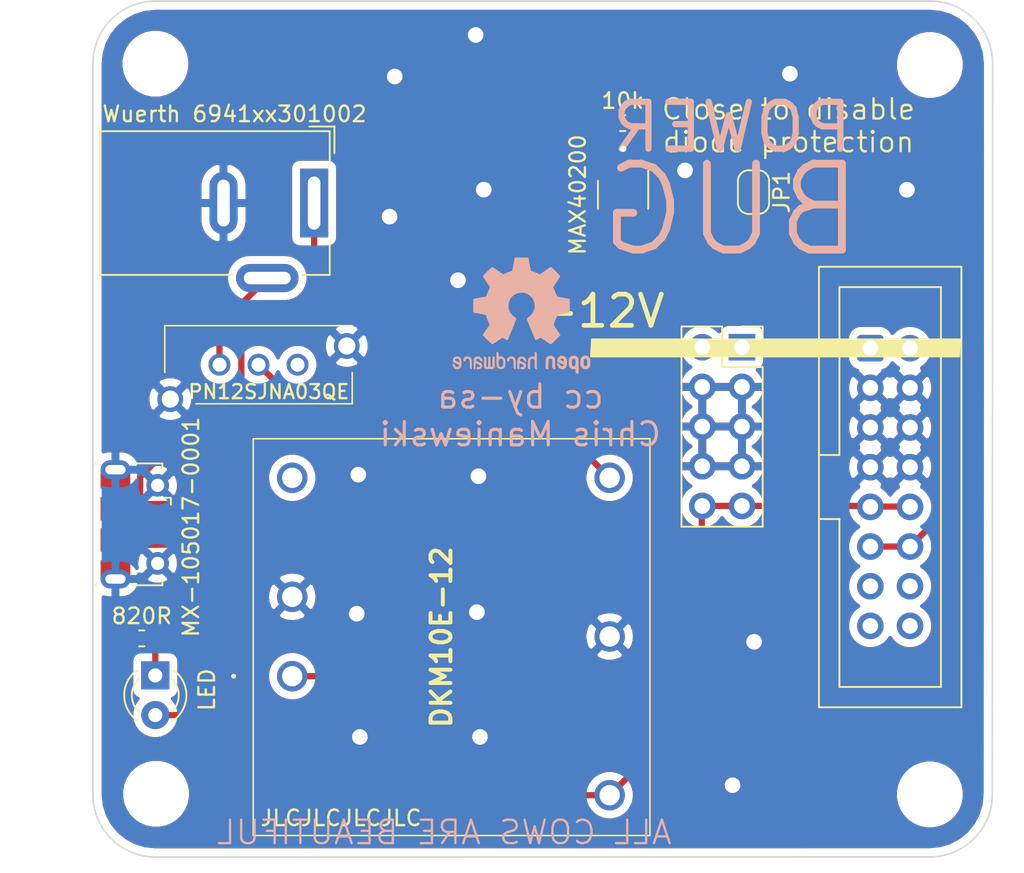
<source format=kicad_pcb>
(kicad_pcb (version 20171130) (host pcbnew "(5.1.8-0-10_14)")

  (general
    (thickness 1.6)
    (drawings 16)
    (tracks 89)
    (zones 0)
    (modules 16)
    (nets 20)
  )

  (page A4)
  (layers
    (0 F.Cu signal)
    (31 B.Cu signal)
    (32 B.Adhes user)
    (33 F.Adhes user)
    (34 B.Paste user)
    (35 F.Paste user)
    (36 B.SilkS user)
    (37 F.SilkS user)
    (38 B.Mask user)
    (39 F.Mask user)
    (40 Dwgs.User user)
    (41 Cmts.User user)
    (42 Eco1.User user)
    (43 Eco2.User user)
    (44 Edge.Cuts user)
    (45 Margin user)
    (46 B.CrtYd user)
    (47 F.CrtYd user)
    (48 B.Fab user)
    (49 F.Fab user)
  )

  (setup
    (last_trace_width 0.4)
    (user_trace_width 0.4)
    (user_trace_width 1)
    (trace_clearance 0.2)
    (zone_clearance 0.508)
    (zone_45_only no)
    (trace_min 0.2)
    (via_size 0.8)
    (via_drill 0.4)
    (via_min_size 0.4)
    (via_min_drill 0.3)
    (user_via 2 1)
    (uvia_size 0.3)
    (uvia_drill 0.1)
    (uvias_allowed no)
    (uvia_min_size 0.2)
    (uvia_min_drill 0.1)
    (edge_width 0.05)
    (segment_width 0.2)
    (pcb_text_width 0.3)
    (pcb_text_size 1.5 1.5)
    (mod_edge_width 0.12)
    (mod_text_size 1 1)
    (mod_text_width 0.15)
    (pad_size 1.524 1.524)
    (pad_drill 0.762)
    (pad_to_mask_clearance 0.05)
    (aux_axis_origin 0 0)
    (visible_elements FFFFFF7F)
    (pcbplotparams
      (layerselection 0x010fc_ffffffff)
      (usegerberextensions false)
      (usegerberattributes true)
      (usegerberadvancedattributes true)
      (creategerberjobfile true)
      (excludeedgelayer true)
      (linewidth 0.100000)
      (plotframeref false)
      (viasonmask false)
      (mode 1)
      (useauxorigin false)
      (hpglpennumber 1)
      (hpglpenspeed 20)
      (hpglpendiameter 15.000000)
      (psnegative false)
      (psa4output false)
      (plotreference true)
      (plotvalue true)
      (plotinvisibletext false)
      (padsonsilk false)
      (subtractmaskfromsilk false)
      (outputformat 1)
      (mirror false)
      (drillshape 0)
      (scaleselection 1)
      (outputdirectory "gerber/"))
  )

  (net 0 "")
  (net 1 "Net-(J1-Pad1)")
  (net 2 GND)
  (net 3 "Net-(J1-Pad3)")
  (net 4 "Net-(J2-Pad2)")
  (net 5 "Net-(J2-Pad3)")
  (net 6 "Net-(J2-Pad4)")
  (net 7 "Net-(J3-Pad1)")
  (net 8 "Net-(PS1-Pad6)")
  (net 9 "Net-(R1-Pad2)")
  (net 10 "Net-(U1-Pad4)")
  (net 11 "Net-(JP1-Pad1)")
  (net 12 "Net-(S1-Pad1)")
  (net 13 "Net-(D1-Pad2)")
  (net 14 "Net-(D1-Pad1)")
  (net 15 +5V)
  (net 16 "Net-(J3-Pad16)")
  (net 17 "Net-(J3-Pad14)")
  (net 18 "Net-(J3-Pad15)")
  (net 19 "Net-(J3-Pad13)")

  (net_class Default "This is the default net class."
    (clearance 0.2)
    (trace_width 0.25)
    (via_dia 0.8)
    (via_drill 0.4)
    (uvia_dia 0.3)
    (uvia_drill 0.1)
    (add_net +5V)
    (add_net GND)
    (add_net "Net-(D1-Pad1)")
    (add_net "Net-(D1-Pad2)")
    (add_net "Net-(J1-Pad1)")
    (add_net "Net-(J1-Pad3)")
    (add_net "Net-(J2-Pad2)")
    (add_net "Net-(J2-Pad3)")
    (add_net "Net-(J2-Pad4)")
    (add_net "Net-(J3-Pad1)")
    (add_net "Net-(J3-Pad13)")
    (add_net "Net-(J3-Pad14)")
    (add_net "Net-(J3-Pad15)")
    (add_net "Net-(J3-Pad16)")
    (add_net "Net-(JP1-Pad1)")
    (add_net "Net-(PS1-Pad6)")
    (add_net "Net-(R1-Pad2)")
    (add_net "Net-(S1-Pad1)")
    (add_net "Net-(U1-Pad4)")
  )

  (module Symbol:OSHW-Logo2_9.8x8mm_SilkScreen (layer B.Cu) (tedit 0) (tstamp 5FE9976D)
    (at 101.68 73.58 180)
    (descr "Open Source Hardware Symbol")
    (tags "Logo Symbol OSHW")
    (attr virtual)
    (fp_text reference REF** (at 0 0) (layer B.SilkS) hide
      (effects (font (size 1 1) (thickness 0.15)) (justify mirror))
    )
    (fp_text value OSHW-Logo2_9.8x8mm_SilkScreen (at 0.75 0) (layer B.Fab) hide
      (effects (font (size 1 1) (thickness 0.15)) (justify mirror))
    )
    (fp_poly (pts (xy -3.231114 -2.584505) (xy -3.156461 -2.621727) (xy -3.090569 -2.690261) (xy -3.072423 -2.715648)
      (xy -3.052655 -2.748866) (xy -3.039828 -2.784945) (xy -3.03249 -2.833098) (xy -3.029187 -2.902536)
      (xy -3.028462 -2.994206) (xy -3.031737 -3.11983) (xy -3.043123 -3.214154) (xy -3.064959 -3.284523)
      (xy -3.099581 -3.338286) (xy -3.14933 -3.382788) (xy -3.152986 -3.385423) (xy -3.202015 -3.412377)
      (xy -3.261055 -3.425712) (xy -3.336141 -3.429) (xy -3.458205 -3.429) (xy -3.458256 -3.547497)
      (xy -3.459392 -3.613492) (xy -3.466314 -3.652202) (xy -3.484402 -3.675419) (xy -3.519038 -3.694933)
      (xy -3.527355 -3.69892) (xy -3.56628 -3.717603) (xy -3.596417 -3.729403) (xy -3.618826 -3.730422)
      (xy -3.634567 -3.716761) (xy -3.644698 -3.684522) (xy -3.650277 -3.629804) (xy -3.652365 -3.548711)
      (xy -3.652019 -3.437344) (xy -3.6503 -3.291802) (xy -3.649763 -3.248269) (xy -3.647828 -3.098205)
      (xy -3.646096 -3.000042) (xy -3.458308 -3.000042) (xy -3.457252 -3.083364) (xy -3.452562 -3.13788)
      (xy -3.441949 -3.173837) (xy -3.423128 -3.201482) (xy -3.41035 -3.214965) (xy -3.35811 -3.254417)
      (xy -3.311858 -3.257628) (xy -3.264133 -3.225049) (xy -3.262923 -3.223846) (xy -3.243506 -3.198668)
      (xy -3.231693 -3.164447) (xy -3.225735 -3.111748) (xy -3.22388 -3.031131) (xy -3.223846 -3.013271)
      (xy -3.22833 -2.902175) (xy -3.242926 -2.825161) (xy -3.26935 -2.778147) (xy -3.309317 -2.75705)
      (xy -3.332416 -2.754923) (xy -3.387238 -2.7649) (xy -3.424842 -2.797752) (xy -3.447477 -2.857857)
      (xy -3.457394 -2.949598) (xy -3.458308 -3.000042) (xy -3.646096 -3.000042) (xy -3.645778 -2.98206)
      (xy -3.643127 -2.894679) (xy -3.639394 -2.830905) (xy -3.634093 -2.785582) (xy -3.626742 -2.753555)
      (xy -3.616857 -2.729668) (xy -3.603954 -2.708764) (xy -3.598421 -2.700898) (xy -3.525031 -2.626595)
      (xy -3.43224 -2.584467) (xy -3.324904 -2.572722) (xy -3.231114 -2.584505)) (layer B.SilkS) (width 0.01))
    (fp_poly (pts (xy -1.728336 -2.595089) (xy -1.665633 -2.631358) (xy -1.622039 -2.667358) (xy -1.590155 -2.705075)
      (xy -1.56819 -2.751199) (xy -1.554351 -2.812421) (xy -1.546847 -2.895431) (xy -1.543883 -3.006919)
      (xy -1.543539 -3.087062) (xy -1.543539 -3.382065) (xy -1.709615 -3.456515) (xy -1.719385 -3.133402)
      (xy -1.723421 -3.012729) (xy -1.727656 -2.925141) (xy -1.732903 -2.86465) (xy -1.739975 -2.825268)
      (xy -1.749689 -2.801007) (xy -1.762856 -2.78588) (xy -1.767081 -2.782606) (xy -1.831091 -2.757034)
      (xy -1.895792 -2.767153) (xy -1.934308 -2.794) (xy -1.949975 -2.813024) (xy -1.96082 -2.837988)
      (xy -1.967712 -2.875834) (xy -1.971521 -2.933502) (xy -1.973117 -3.017935) (xy -1.973385 -3.105928)
      (xy -1.973437 -3.216323) (xy -1.975328 -3.294463) (xy -1.981655 -3.347165) (xy -1.995017 -3.381242)
      (xy -2.018015 -3.403511) (xy -2.053246 -3.420787) (xy -2.100303 -3.438738) (xy -2.151697 -3.458278)
      (xy -2.145579 -3.111485) (xy -2.143116 -2.986468) (xy -2.140233 -2.894082) (xy -2.136102 -2.827881)
      (xy -2.129893 -2.78142) (xy -2.120774 -2.748256) (xy -2.107917 -2.721944) (xy -2.092416 -2.698729)
      (xy -2.017629 -2.624569) (xy -1.926372 -2.581684) (xy -1.827117 -2.571412) (xy -1.728336 -2.595089)) (layer B.SilkS) (width 0.01))
    (fp_poly (pts (xy -3.983114 -2.587256) (xy -3.891536 -2.635409) (xy -3.823951 -2.712905) (xy -3.799943 -2.762727)
      (xy -3.781262 -2.837533) (xy -3.771699 -2.932052) (xy -3.770792 -3.03521) (xy -3.778079 -3.135935)
      (xy -3.793097 -3.223153) (xy -3.815385 -3.285791) (xy -3.822235 -3.296579) (xy -3.903368 -3.377105)
      (xy -3.999734 -3.425336) (xy -4.104299 -3.43945) (xy -4.210032 -3.417629) (xy -4.239457 -3.404547)
      (xy -4.296759 -3.364231) (xy -4.34705 -3.310775) (xy -4.351803 -3.303995) (xy -4.371122 -3.271321)
      (xy -4.383892 -3.236394) (xy -4.391436 -3.190414) (xy -4.395076 -3.124584) (xy -4.396135 -3.030105)
      (xy -4.396154 -3.008923) (xy -4.396106 -3.002182) (xy -4.200769 -3.002182) (xy -4.199632 -3.091349)
      (xy -4.195159 -3.15052) (xy -4.185754 -3.188741) (xy -4.169824 -3.215053) (xy -4.161692 -3.223846)
      (xy -4.114942 -3.257261) (xy -4.069553 -3.255737) (xy -4.02366 -3.226752) (xy -3.996288 -3.195809)
      (xy -3.980077 -3.150643) (xy -3.970974 -3.07942) (xy -3.970349 -3.071114) (xy -3.968796 -2.942037)
      (xy -3.985035 -2.846172) (xy -4.018848 -2.784107) (xy -4.070016 -2.756432) (xy -4.08828 -2.754923)
      (xy -4.13624 -2.762513) (xy -4.169047 -2.788808) (xy -4.189105 -2.839095) (xy -4.198822 -2.918664)
      (xy -4.200769 -3.002182) (xy -4.396106 -3.002182) (xy -4.395426 -2.908249) (xy -4.392371 -2.837906)
      (xy -4.385678 -2.789163) (xy -4.37404 -2.753288) (xy -4.356147 -2.721548) (xy -4.352192 -2.715648)
      (xy -4.285733 -2.636104) (xy -4.213315 -2.589929) (xy -4.125151 -2.571599) (xy -4.095213 -2.570703)
      (xy -3.983114 -2.587256)) (layer B.SilkS) (width 0.01))
    (fp_poly (pts (xy -2.465746 -2.599745) (xy -2.388714 -2.651567) (xy -2.329184 -2.726412) (xy -2.293622 -2.821654)
      (xy -2.286429 -2.891756) (xy -2.287246 -2.921009) (xy -2.294086 -2.943407) (xy -2.312888 -2.963474)
      (xy -2.349592 -2.985733) (xy -2.410138 -3.014709) (xy -2.500466 -3.054927) (xy -2.500923 -3.055129)
      (xy -2.584067 -3.09321) (xy -2.652247 -3.127025) (xy -2.698495 -3.152933) (xy -2.715842 -3.167295)
      (xy -2.715846 -3.167411) (xy -2.700557 -3.198685) (xy -2.664804 -3.233157) (xy -2.623758 -3.25799)
      (xy -2.602963 -3.262923) (xy -2.54623 -3.245862) (xy -2.497373 -3.203133) (xy -2.473535 -3.156155)
      (xy -2.450603 -3.121522) (xy -2.405682 -3.082081) (xy -2.352877 -3.048009) (xy -2.30629 -3.02948)
      (xy -2.296548 -3.028462) (xy -2.285582 -3.045215) (xy -2.284921 -3.088039) (xy -2.29298 -3.145781)
      (xy -2.308173 -3.207289) (xy -2.328914 -3.261409) (xy -2.329962 -3.26351) (xy -2.392379 -3.35066)
      (xy -2.473274 -3.409939) (xy -2.565144 -3.439034) (xy -2.660487 -3.435634) (xy -2.751802 -3.397428)
      (xy -2.755862 -3.394741) (xy -2.827694 -3.329642) (xy -2.874927 -3.244705) (xy -2.901066 -3.133021)
      (xy -2.904574 -3.101643) (xy -2.910787 -2.953536) (xy -2.903339 -2.884468) (xy -2.715846 -2.884468)
      (xy -2.71341 -2.927552) (xy -2.700086 -2.940126) (xy -2.666868 -2.930719) (xy -2.614506 -2.908483)
      (xy -2.555976 -2.88061) (xy -2.554521 -2.879872) (xy -2.504911 -2.853777) (xy -2.485 -2.836363)
      (xy -2.48991 -2.818107) (xy -2.510584 -2.79412) (xy -2.563181 -2.759406) (xy -2.619823 -2.756856)
      (xy -2.670631 -2.782119) (xy -2.705724 -2.830847) (xy -2.715846 -2.884468) (xy -2.903339 -2.884468)
      (xy -2.898008 -2.835036) (xy -2.865222 -2.741055) (xy -2.819579 -2.675215) (xy -2.737198 -2.608681)
      (xy -2.646454 -2.575676) (xy -2.553815 -2.573573) (xy -2.465746 -2.599745)) (layer B.SilkS) (width 0.01))
    (fp_poly (pts (xy -0.840154 -2.49212) (xy -0.834428 -2.57198) (xy -0.827851 -2.619039) (xy -0.818738 -2.639566)
      (xy -0.805402 -2.639829) (xy -0.801077 -2.637378) (xy -0.743556 -2.619636) (xy -0.668732 -2.620672)
      (xy -0.592661 -2.63891) (xy -0.545082 -2.662505) (xy -0.496298 -2.700198) (xy -0.460636 -2.742855)
      (xy -0.436155 -2.797057) (xy -0.420913 -2.869384) (xy -0.41297 -2.966419) (xy -0.410384 -3.094742)
      (xy -0.410338 -3.119358) (xy -0.410308 -3.39587) (xy -0.471839 -3.41732) (xy -0.515541 -3.431912)
      (xy -0.539518 -3.438706) (xy -0.540223 -3.438769) (xy -0.542585 -3.420345) (xy -0.544594 -3.369526)
      (xy -0.546099 -3.292993) (xy -0.546947 -3.19743) (xy -0.547077 -3.139329) (xy -0.547349 -3.024771)
      (xy -0.548748 -2.942667) (xy -0.552151 -2.886393) (xy -0.558433 -2.849326) (xy -0.568471 -2.824844)
      (xy -0.583139 -2.806325) (xy -0.592298 -2.797406) (xy -0.655211 -2.761466) (xy -0.723864 -2.758775)
      (xy -0.786152 -2.78917) (xy -0.797671 -2.800144) (xy -0.814567 -2.820779) (xy -0.826286 -2.845256)
      (xy -0.833767 -2.880647) (xy -0.837946 -2.934026) (xy -0.839763 -3.012466) (xy -0.840154 -3.120617)
      (xy -0.840154 -3.39587) (xy -0.901685 -3.41732) (xy -0.945387 -3.431912) (xy -0.969364 -3.438706)
      (xy -0.97007 -3.438769) (xy -0.971874 -3.420069) (xy -0.9735 -3.367322) (xy -0.974883 -3.285557)
      (xy -0.975958 -3.179805) (xy -0.97666 -3.055094) (xy -0.976923 -2.916455) (xy -0.976923 -2.381806)
      (xy -0.849923 -2.328236) (xy -0.840154 -2.49212)) (layer B.SilkS) (width 0.01))
    (fp_poly (pts (xy 0.053501 -2.626303) (xy 0.13006 -2.654733) (xy 0.130936 -2.655279) (xy 0.178285 -2.690127)
      (xy 0.213241 -2.730852) (xy 0.237825 -2.783925) (xy 0.254062 -2.855814) (xy 0.263975 -2.952992)
      (xy 0.269586 -3.081928) (xy 0.270077 -3.100298) (xy 0.277141 -3.377287) (xy 0.217695 -3.408028)
      (xy 0.174681 -3.428802) (xy 0.14871 -3.438646) (xy 0.147509 -3.438769) (xy 0.143014 -3.420606)
      (xy 0.139444 -3.371612) (xy 0.137248 -3.300031) (xy 0.136769 -3.242068) (xy 0.136758 -3.14817)
      (xy 0.132466 -3.089203) (xy 0.117503 -3.061079) (xy 0.085482 -3.059706) (xy 0.030014 -3.080998)
      (xy -0.053731 -3.120136) (xy -0.115311 -3.152643) (xy -0.146983 -3.180845) (xy -0.156294 -3.211582)
      (xy -0.156308 -3.213104) (xy -0.140943 -3.266054) (xy -0.095453 -3.29466) (xy -0.025834 -3.298803)
      (xy 0.024313 -3.298084) (xy 0.050754 -3.312527) (xy 0.067243 -3.347218) (xy 0.076733 -3.391416)
      (xy 0.063057 -3.416493) (xy 0.057907 -3.420082) (xy 0.009425 -3.434496) (xy -0.058469 -3.436537)
      (xy -0.128388 -3.426983) (xy -0.177932 -3.409522) (xy -0.24643 -3.351364) (xy -0.285366 -3.270408)
      (xy -0.293077 -3.20716) (xy -0.287193 -3.150111) (xy -0.265899 -3.103542) (xy -0.223735 -3.062181)
      (xy -0.155241 -3.020755) (xy -0.054956 -2.973993) (xy -0.048846 -2.97135) (xy 0.04149 -2.929617)
      (xy 0.097235 -2.895391) (xy 0.121129 -2.864635) (xy 0.115913 -2.833311) (xy 0.084328 -2.797383)
      (xy 0.074883 -2.789116) (xy 0.011617 -2.757058) (xy -0.053936 -2.758407) (xy -0.111028 -2.789838)
      (xy -0.148907 -2.848024) (xy -0.152426 -2.859446) (xy -0.1867 -2.914837) (xy -0.230191 -2.941518)
      (xy -0.293077 -2.96796) (xy -0.293077 -2.899548) (xy -0.273948 -2.80011) (xy -0.217169 -2.708902)
      (xy -0.187622 -2.678389) (xy -0.120458 -2.639228) (xy -0.035044 -2.6215) (xy 0.053501 -2.626303)) (layer B.SilkS) (width 0.01))
    (fp_poly (pts (xy 0.713362 -2.62467) (xy 0.802117 -2.657421) (xy 0.874022 -2.71535) (xy 0.902144 -2.756128)
      (xy 0.932802 -2.830954) (xy 0.932165 -2.885058) (xy 0.899987 -2.921446) (xy 0.888081 -2.927633)
      (xy 0.836675 -2.946925) (xy 0.810422 -2.941982) (xy 0.80153 -2.909587) (xy 0.801077 -2.891692)
      (xy 0.784797 -2.825859) (xy 0.742365 -2.779807) (xy 0.683388 -2.757564) (xy 0.617475 -2.763161)
      (xy 0.563895 -2.792229) (xy 0.545798 -2.80881) (xy 0.532971 -2.828925) (xy 0.524306 -2.859332)
      (xy 0.518696 -2.906788) (xy 0.515035 -2.97805) (xy 0.512215 -3.079875) (xy 0.511484 -3.112115)
      (xy 0.50882 -3.22241) (xy 0.505792 -3.300036) (xy 0.50125 -3.351396) (xy 0.494046 -3.38289)
      (xy 0.483033 -3.40092) (xy 0.46706 -3.411888) (xy 0.456834 -3.416733) (xy 0.413406 -3.433301)
      (xy 0.387842 -3.438769) (xy 0.379395 -3.420507) (xy 0.374239 -3.365296) (xy 0.372346 -3.272499)
      (xy 0.373689 -3.141478) (xy 0.374107 -3.121269) (xy 0.377058 -3.001733) (xy 0.380548 -2.914449)
      (xy 0.385514 -2.852591) (xy 0.392893 -2.809336) (xy 0.403624 -2.77786) (xy 0.418645 -2.751339)
      (xy 0.426502 -2.739975) (xy 0.471553 -2.689692) (xy 0.52194 -2.650581) (xy 0.528108 -2.647167)
      (xy 0.618458 -2.620212) (xy 0.713362 -2.62467)) (layer B.SilkS) (width 0.01))
    (fp_poly (pts (xy 1.602081 -2.780289) (xy 1.601833 -2.92632) (xy 1.600872 -3.038655) (xy 1.598794 -3.122678)
      (xy 1.595193 -3.183769) (xy 1.589665 -3.227309) (xy 1.581804 -3.258679) (xy 1.571207 -3.283262)
      (xy 1.563182 -3.297294) (xy 1.496728 -3.373388) (xy 1.41247 -3.421084) (xy 1.319249 -3.438199)
      (xy 1.2259 -3.422546) (xy 1.170312 -3.394418) (xy 1.111957 -3.34576) (xy 1.072186 -3.286333)
      (xy 1.04819 -3.208507) (xy 1.037161 -3.104652) (xy 1.035599 -3.028462) (xy 1.035809 -3.022986)
      (xy 1.172308 -3.022986) (xy 1.173141 -3.110355) (xy 1.176961 -3.168192) (xy 1.185746 -3.206029)
      (xy 1.201474 -3.233398) (xy 1.220266 -3.254042) (xy 1.283375 -3.29389) (xy 1.351137 -3.297295)
      (xy 1.415179 -3.264025) (xy 1.420164 -3.259517) (xy 1.441439 -3.236067) (xy 1.454779 -3.208166)
      (xy 1.462001 -3.166641) (xy 1.464923 -3.102316) (xy 1.465385 -3.0312) (xy 1.464383 -2.941858)
      (xy 1.460238 -2.882258) (xy 1.451236 -2.843089) (xy 1.435667 -2.81504) (xy 1.422902 -2.800144)
      (xy 1.3636 -2.762575) (xy 1.295301 -2.758057) (xy 1.23011 -2.786753) (xy 1.217528 -2.797406)
      (xy 1.196111 -2.821063) (xy 1.182744 -2.849251) (xy 1.175566 -2.891245) (xy 1.172719 -2.956319)
      (xy 1.172308 -3.022986) (xy 1.035809 -3.022986) (xy 1.040322 -2.905765) (xy 1.056362 -2.813577)
      (xy 1.086528 -2.744269) (xy 1.133629 -2.690211) (xy 1.170312 -2.662505) (xy 1.23699 -2.632572)
      (xy 1.314272 -2.618678) (xy 1.38611 -2.622397) (xy 1.426308 -2.6374) (xy 1.442082 -2.64167)
      (xy 1.45255 -2.62575) (xy 1.459856 -2.583089) (xy 1.465385 -2.518106) (xy 1.471437 -2.445732)
      (xy 1.479844 -2.402187) (xy 1.495141 -2.377287) (xy 1.521864 -2.360845) (xy 1.538654 -2.353564)
      (xy 1.602154 -2.326963) (xy 1.602081 -2.780289)) (layer B.SilkS) (width 0.01))
    (fp_poly (pts (xy 2.395929 -2.636662) (xy 2.398911 -2.688068) (xy 2.401247 -2.766192) (xy 2.402749 -2.864857)
      (xy 2.403231 -2.968343) (xy 2.403231 -3.318533) (xy 2.341401 -3.380363) (xy 2.298793 -3.418462)
      (xy 2.26139 -3.433895) (xy 2.21027 -3.432918) (xy 2.189978 -3.430433) (xy 2.126554 -3.4232)
      (xy 2.074095 -3.419055) (xy 2.061308 -3.418672) (xy 2.018199 -3.421176) (xy 1.956544 -3.427462)
      (xy 1.932638 -3.430433) (xy 1.873922 -3.435028) (xy 1.834464 -3.425046) (xy 1.795338 -3.394228)
      (xy 1.781215 -3.380363) (xy 1.719385 -3.318533) (xy 1.719385 -2.663503) (xy 1.76915 -2.640829)
      (xy 1.812002 -2.624034) (xy 1.837073 -2.618154) (xy 1.843501 -2.636736) (xy 1.849509 -2.688655)
      (xy 1.854697 -2.768172) (xy 1.858664 -2.869546) (xy 1.860577 -2.955192) (xy 1.865923 -3.292231)
      (xy 1.91256 -3.298825) (xy 1.954976 -3.294214) (xy 1.97576 -3.279287) (xy 1.98157 -3.251377)
      (xy 1.98653 -3.191925) (xy 1.990246 -3.108466) (xy 1.992324 -3.008532) (xy 1.992624 -2.957104)
      (xy 1.992923 -2.661054) (xy 2.054454 -2.639604) (xy 2.098004 -2.62502) (xy 2.121694 -2.618219)
      (xy 2.122377 -2.618154) (xy 2.124754 -2.636642) (xy 2.127366 -2.687906) (xy 2.129995 -2.765649)
      (xy 2.132421 -2.863574) (xy 2.134115 -2.955192) (xy 2.139461 -3.292231) (xy 2.256692 -3.292231)
      (xy 2.262072 -2.984746) (xy 2.267451 -2.677261) (xy 2.324601 -2.647707) (xy 2.366797 -2.627413)
      (xy 2.39177 -2.618204) (xy 2.392491 -2.618154) (xy 2.395929 -2.636662)) (layer B.SilkS) (width 0.01))
    (fp_poly (pts (xy 2.887333 -2.633528) (xy 2.94359 -2.659117) (xy 2.987747 -2.690124) (xy 3.020101 -2.724795)
      (xy 3.042438 -2.76952) (xy 3.056546 -2.830692) (xy 3.064211 -2.914701) (xy 3.06722 -3.02794)
      (xy 3.067538 -3.102509) (xy 3.067538 -3.39342) (xy 3.017773 -3.416095) (xy 2.978576 -3.432667)
      (xy 2.959157 -3.438769) (xy 2.955442 -3.42061) (xy 2.952495 -3.371648) (xy 2.950691 -3.300153)
      (xy 2.950308 -3.243385) (xy 2.948661 -3.161371) (xy 2.944222 -3.096309) (xy 2.93774 -3.056467)
      (xy 2.93259 -3.048) (xy 2.897977 -3.056646) (xy 2.84364 -3.078823) (xy 2.780722 -3.108886)
      (xy 2.720368 -3.141192) (xy 2.673721 -3.170098) (xy 2.651926 -3.189961) (xy 2.651839 -3.190175)
      (xy 2.653714 -3.226935) (xy 2.670525 -3.262026) (xy 2.700039 -3.290528) (xy 2.743116 -3.300061)
      (xy 2.779932 -3.29895) (xy 2.832074 -3.298133) (xy 2.859444 -3.310349) (xy 2.875882 -3.342624)
      (xy 2.877955 -3.34871) (xy 2.885081 -3.394739) (xy 2.866024 -3.422687) (xy 2.816353 -3.436007)
      (xy 2.762697 -3.43847) (xy 2.666142 -3.42021) (xy 2.616159 -3.394131) (xy 2.554429 -3.332868)
      (xy 2.52169 -3.25767) (xy 2.518753 -3.178211) (xy 2.546424 -3.104167) (xy 2.588047 -3.057769)
      (xy 2.629604 -3.031793) (xy 2.694922 -2.998907) (xy 2.771038 -2.965557) (xy 2.783726 -2.960461)
      (xy 2.867333 -2.923565) (xy 2.91553 -2.891046) (xy 2.93103 -2.858718) (xy 2.91655 -2.822394)
      (xy 2.891692 -2.794) (xy 2.832939 -2.759039) (xy 2.768293 -2.756417) (xy 2.709008 -2.783358)
      (xy 2.666339 -2.837088) (xy 2.660739 -2.85095) (xy 2.628133 -2.901936) (xy 2.58053 -2.939787)
      (xy 2.520461 -2.97085) (xy 2.520461 -2.882768) (xy 2.523997 -2.828951) (xy 2.539156 -2.786534)
      (xy 2.572768 -2.741279) (xy 2.605035 -2.70642) (xy 2.655209 -2.657062) (xy 2.694193 -2.630547)
      (xy 2.736064 -2.619911) (xy 2.78346 -2.618154) (xy 2.887333 -2.633528)) (layer B.SilkS) (width 0.01))
    (fp_poly (pts (xy 3.570807 -2.636782) (xy 3.594161 -2.646988) (xy 3.649902 -2.691134) (xy 3.697569 -2.754967)
      (xy 3.727048 -2.823087) (xy 3.731846 -2.85667) (xy 3.71576 -2.903556) (xy 3.680475 -2.928365)
      (xy 3.642644 -2.943387) (xy 3.625321 -2.946155) (xy 3.616886 -2.926066) (xy 3.60023 -2.882351)
      (xy 3.592923 -2.862598) (xy 3.551948 -2.794271) (xy 3.492622 -2.760191) (xy 3.416552 -2.761239)
      (xy 3.410918 -2.762581) (xy 3.370305 -2.781836) (xy 3.340448 -2.819375) (xy 3.320055 -2.879809)
      (xy 3.307836 -2.967751) (xy 3.3025 -3.087813) (xy 3.302 -3.151698) (xy 3.301752 -3.252403)
      (xy 3.300126 -3.321054) (xy 3.295801 -3.364673) (xy 3.287454 -3.390282) (xy 3.273765 -3.404903)
      (xy 3.253411 -3.415558) (xy 3.252234 -3.416095) (xy 3.213038 -3.432667) (xy 3.193619 -3.438769)
      (xy 3.190635 -3.420319) (xy 3.188081 -3.369323) (xy 3.18614 -3.292308) (xy 3.184997 -3.195805)
      (xy 3.184769 -3.125184) (xy 3.185932 -2.988525) (xy 3.190479 -2.884851) (xy 3.199999 -2.808108)
      (xy 3.216081 -2.752246) (xy 3.240313 -2.711212) (xy 3.274286 -2.678954) (xy 3.307833 -2.65644)
      (xy 3.388499 -2.626476) (xy 3.482381 -2.619718) (xy 3.570807 -2.636782)) (layer B.SilkS) (width 0.01))
    (fp_poly (pts (xy 4.245224 -2.647838) (xy 4.322528 -2.698361) (xy 4.359814 -2.74359) (xy 4.389353 -2.825663)
      (xy 4.391699 -2.890607) (xy 4.386385 -2.977445) (xy 4.186115 -3.065103) (xy 4.088739 -3.109887)
      (xy 4.025113 -3.145913) (xy 3.992029 -3.177117) (xy 3.98628 -3.207436) (xy 4.004658 -3.240805)
      (xy 4.024923 -3.262923) (xy 4.083889 -3.298393) (xy 4.148024 -3.300879) (xy 4.206926 -3.273235)
      (xy 4.250197 -3.21832) (xy 4.257936 -3.198928) (xy 4.295006 -3.138364) (xy 4.337654 -3.112552)
      (xy 4.396154 -3.090471) (xy 4.396154 -3.174184) (xy 4.390982 -3.23115) (xy 4.370723 -3.279189)
      (xy 4.328262 -3.334346) (xy 4.321951 -3.341514) (xy 4.27472 -3.390585) (xy 4.234121 -3.41692)
      (xy 4.183328 -3.429035) (xy 4.14122 -3.433003) (xy 4.065902 -3.433991) (xy 4.012286 -3.421466)
      (xy 3.978838 -3.402869) (xy 3.926268 -3.361975) (xy 3.889879 -3.317748) (xy 3.86685 -3.262126)
      (xy 3.854359 -3.187047) (xy 3.849587 -3.084449) (xy 3.849206 -3.032376) (xy 3.850501 -2.969948)
      (xy 3.968471 -2.969948) (xy 3.969839 -3.003438) (xy 3.973249 -3.008923) (xy 3.995753 -3.001472)
      (xy 4.044182 -2.981753) (xy 4.108908 -2.953718) (xy 4.122443 -2.947692) (xy 4.204244 -2.906096)
      (xy 4.249312 -2.869538) (xy 4.259217 -2.835296) (xy 4.235526 -2.800648) (xy 4.21596 -2.785339)
      (xy 4.14536 -2.754721) (xy 4.07928 -2.75978) (xy 4.023959 -2.797151) (xy 3.985636 -2.863473)
      (xy 3.973349 -2.916116) (xy 3.968471 -2.969948) (xy 3.850501 -2.969948) (xy 3.85173 -2.91072)
      (xy 3.861032 -2.82071) (xy 3.87946 -2.755167) (xy 3.90936 -2.706912) (xy 3.95308 -2.668767)
      (xy 3.972141 -2.65644) (xy 4.058726 -2.624336) (xy 4.153522 -2.622316) (xy 4.245224 -2.647838)) (layer B.SilkS) (width 0.01))
    (fp_poly (pts (xy 0.139878 3.712224) (xy 0.245612 3.711645) (xy 0.322132 3.710078) (xy 0.374372 3.707028)
      (xy 0.407263 3.702004) (xy 0.425737 3.694511) (xy 0.434727 3.684056) (xy 0.439163 3.670147)
      (xy 0.439594 3.668346) (xy 0.446333 3.635855) (xy 0.458808 3.571748) (xy 0.475719 3.482849)
      (xy 0.495771 3.375981) (xy 0.517664 3.257967) (xy 0.518429 3.253822) (xy 0.540359 3.138169)
      (xy 0.560877 3.035986) (xy 0.578659 2.953402) (xy 0.592381 2.896544) (xy 0.600718 2.871542)
      (xy 0.601116 2.871099) (xy 0.625677 2.85889) (xy 0.676315 2.838544) (xy 0.742095 2.814455)
      (xy 0.742461 2.814326) (xy 0.825317 2.783182) (xy 0.923 2.743509) (xy 1.015077 2.703619)
      (xy 1.019434 2.701647) (xy 1.169407 2.63358) (xy 1.501498 2.860361) (xy 1.603374 2.929496)
      (xy 1.695657 2.991303) (xy 1.773003 3.042267) (xy 1.830064 3.078873) (xy 1.861495 3.097606)
      (xy 1.864479 3.098996) (xy 1.887321 3.09281) (xy 1.929982 3.062965) (xy 1.994128 3.008053)
      (xy 2.081421 2.926666) (xy 2.170535 2.840078) (xy 2.256441 2.754753) (xy 2.333327 2.676892)
      (xy 2.396564 2.611303) (xy 2.441523 2.562795) (xy 2.463576 2.536175) (xy 2.464396 2.534805)
      (xy 2.466834 2.516537) (xy 2.45765 2.486705) (xy 2.434574 2.441279) (xy 2.395337 2.37623)
      (xy 2.33767 2.28753) (xy 2.260795 2.173343) (xy 2.19257 2.072838) (xy 2.131582 1.982697)
      (xy 2.081356 1.908151) (xy 2.045416 1.854435) (xy 2.027287 1.826782) (xy 2.026146 1.824905)
      (xy 2.028359 1.79841) (xy 2.045138 1.746914) (xy 2.073142 1.680149) (xy 2.083122 1.658828)
      (xy 2.126672 1.563841) (xy 2.173134 1.456063) (xy 2.210877 1.362808) (xy 2.238073 1.293594)
      (xy 2.259675 1.240994) (xy 2.272158 1.213503) (xy 2.273709 1.211384) (xy 2.296668 1.207876)
      (xy 2.350786 1.198262) (xy 2.428868 1.183911) (xy 2.523719 1.166193) (xy 2.628143 1.146475)
      (xy 2.734944 1.126126) (xy 2.836926 1.106514) (xy 2.926894 1.089009) (xy 2.997653 1.074978)
      (xy 3.042006 1.065791) (xy 3.052885 1.063193) (xy 3.064122 1.056782) (xy 3.072605 1.042303)
      (xy 3.078714 1.014867) (xy 3.082832 0.969589) (xy 3.085341 0.90158) (xy 3.086621 0.805953)
      (xy 3.087054 0.67782) (xy 3.087077 0.625299) (xy 3.087077 0.198155) (xy 2.9845 0.177909)
      (xy 2.927431 0.16693) (xy 2.842269 0.150905) (xy 2.739372 0.131767) (xy 2.629096 0.111449)
      (xy 2.598615 0.105868) (xy 2.496855 0.086083) (xy 2.408205 0.066627) (xy 2.340108 0.049303)
      (xy 2.300004 0.035912) (xy 2.293323 0.031921) (xy 2.276919 0.003658) (xy 2.253399 -0.051109)
      (xy 2.227316 -0.121588) (xy 2.222142 -0.136769) (xy 2.187956 -0.230896) (xy 2.145523 -0.337101)
      (xy 2.103997 -0.432473) (xy 2.103792 -0.432916) (xy 2.03464 -0.582525) (xy 2.489512 -1.251617)
      (xy 2.1975 -1.544116) (xy 2.10918 -1.63117) (xy 2.028625 -1.707909) (xy 1.96036 -1.770237)
      (xy 1.908908 -1.814056) (xy 1.878794 -1.83527) (xy 1.874474 -1.836616) (xy 1.849111 -1.826016)
      (xy 1.797358 -1.796547) (xy 1.724868 -1.751705) (xy 1.637294 -1.694984) (xy 1.542612 -1.631462)
      (xy 1.446516 -1.566668) (xy 1.360837 -1.510287) (xy 1.291016 -1.465788) (xy 1.242494 -1.436639)
      (xy 1.220782 -1.426308) (xy 1.194293 -1.43505) (xy 1.144062 -1.458087) (xy 1.080451 -1.490631)
      (xy 1.073708 -1.494249) (xy 0.988046 -1.53721) (xy 0.929306 -1.558279) (xy 0.892772 -1.558503)
      (xy 0.873731 -1.538928) (xy 0.87362 -1.538654) (xy 0.864102 -1.515472) (xy 0.841403 -1.460441)
      (xy 0.807282 -1.377822) (xy 0.7635 -1.271872) (xy 0.711816 -1.146852) (xy 0.653992 -1.00702)
      (xy 0.597991 -0.871637) (xy 0.536447 -0.722234) (xy 0.479939 -0.583832) (xy 0.430161 -0.460673)
      (xy 0.388806 -0.357002) (xy 0.357568 -0.277059) (xy 0.338141 -0.225088) (xy 0.332154 -0.205692)
      (xy 0.347168 -0.183443) (xy 0.386439 -0.147982) (xy 0.438807 -0.108887) (xy 0.587941 0.014755)
      (xy 0.704511 0.156478) (xy 0.787118 0.313296) (xy 0.834366 0.482225) (xy 0.844857 0.660278)
      (xy 0.837231 0.742461) (xy 0.795682 0.912969) (xy 0.724123 1.063541) (xy 0.626995 1.192691)
      (xy 0.508734 1.298936) (xy 0.37378 1.38079) (xy 0.226571 1.436768) (xy 0.071544 1.465385)
      (xy -0.086861 1.465156) (xy -0.244206 1.434595) (xy -0.396054 1.372218) (xy -0.537965 1.27654)
      (xy -0.597197 1.222428) (xy -0.710797 1.08348) (xy -0.789894 0.931639) (xy -0.835014 0.771333)
      (xy -0.846684 0.606988) (xy -0.825431 0.443029) (xy -0.77178 0.283882) (xy -0.68626 0.133975)
      (xy -0.569395 -0.002267) (xy -0.438807 -0.108887) (xy -0.384412 -0.149642) (xy -0.345986 -0.184718)
      (xy -0.332154 -0.205726) (xy -0.339397 -0.228635) (xy -0.359995 -0.283365) (xy -0.392254 -0.365672)
      (xy -0.434479 -0.471315) (xy -0.484977 -0.59605) (xy -0.542052 -0.735636) (xy -0.598146 -0.87167)
      (xy -0.660033 -1.021201) (xy -0.717356 -1.159767) (xy -0.768356 -1.283107) (xy -0.811273 -1.386964)
      (xy -0.844347 -1.46708) (xy -0.865819 -1.519195) (xy -0.873775 -1.538654) (xy -0.892571 -1.558423)
      (xy -0.928926 -1.558365) (xy -0.987521 -1.537441) (xy -1.073032 -1.494613) (xy -1.073708 -1.494249)
      (xy -1.138093 -1.461012) (xy -1.190139 -1.436802) (xy -1.219488 -1.426404) (xy -1.220783 -1.426308)
      (xy -1.242876 -1.436855) (xy -1.291652 -1.466184) (xy -1.361669 -1.510827) (xy -1.447486 -1.567314)
      (xy -1.542612 -1.631462) (xy -1.63946 -1.696411) (xy -1.726747 -1.752896) (xy -1.798819 -1.797421)
      (xy -1.850023 -1.82649) (xy -1.874474 -1.836616) (xy -1.89699 -1.823307) (xy -1.942258 -1.786112)
      (xy -2.005756 -1.729128) (xy -2.082961 -1.656449) (xy -2.169349 -1.572171) (xy -2.197601 -1.544016)
      (xy -2.489713 -1.251416) (xy -2.267369 -0.925104) (xy -2.199798 -0.824897) (xy -2.140493 -0.734963)
      (xy -2.092783 -0.66051) (xy -2.059993 -0.606751) (xy -2.045452 -0.578894) (xy -2.045026 -0.576912)
      (xy -2.052692 -0.550655) (xy -2.073311 -0.497837) (xy -2.103315 -0.42731) (xy -2.124375 -0.380093)
      (xy -2.163752 -0.289694) (xy -2.200835 -0.198366) (xy -2.229585 -0.1212) (xy -2.237395 -0.097692)
      (xy -2.259583 -0.034916) (xy -2.281273 0.013589) (xy -2.293187 0.031921) (xy -2.319477 0.043141)
      (xy -2.376858 0.059046) (xy -2.457882 0.077833) (xy -2.555105 0.097701) (xy -2.598615 0.105868)
      (xy -2.709104 0.126171) (xy -2.815084 0.14583) (xy -2.906199 0.162912) (xy -2.972092 0.175482)
      (xy -2.9845 0.177909) (xy -3.087077 0.198155) (xy -3.087077 0.625299) (xy -3.086847 0.765754)
      (xy -3.085901 0.872021) (xy -3.083859 0.948987) (xy -3.080338 1.00154) (xy -3.074957 1.034567)
      (xy -3.067334 1.052955) (xy -3.057088 1.061592) (xy -3.052885 1.063193) (xy -3.02753 1.068873)
      (xy -2.971516 1.080205) (xy -2.892036 1.095821) (xy -2.796288 1.114353) (xy -2.691467 1.134431)
      (xy -2.584768 1.154688) (xy -2.483387 1.173754) (xy -2.394521 1.190261) (xy -2.325363 1.202841)
      (xy -2.283111 1.210125) (xy -2.27371 1.211384) (xy -2.265193 1.228237) (xy -2.24634 1.27313)
      (xy -2.220676 1.33757) (xy -2.210877 1.362808) (xy -2.171352 1.460314) (xy -2.124808 1.568041)
      (xy -2.083123 1.658828) (xy -2.05245 1.728247) (xy -2.032044 1.78529) (xy -2.025232 1.820223)
      (xy -2.026318 1.824905) (xy -2.040715 1.847009) (xy -2.073588 1.896169) (xy -2.12141 1.967152)
      (xy -2.180652 2.054722) (xy -2.247785 2.153643) (xy -2.261059 2.17317) (xy -2.338954 2.28886)
      (xy -2.396213 2.376956) (xy -2.435119 2.441514) (xy -2.457956 2.486589) (xy -2.467006 2.516237)
      (xy -2.464552 2.534515) (xy -2.464489 2.534631) (xy -2.445173 2.558639) (xy -2.402449 2.605053)
      (xy -2.340949 2.669063) (xy -2.265302 2.745855) (xy -2.180139 2.830618) (xy -2.170535 2.840078)
      (xy -2.06321 2.944011) (xy -1.980385 3.020325) (xy -1.920395 3.070429) (xy -1.881577 3.09573)
      (xy -1.86448 3.098996) (xy -1.839527 3.08475) (xy -1.787745 3.051844) (xy -1.71448 3.003792)
      (xy -1.62508 2.94411) (xy -1.524889 2.876312) (xy -1.501499 2.860361) (xy -1.169407 2.63358)
      (xy -1.019435 2.701647) (xy -0.92823 2.741315) (xy -0.830331 2.781209) (xy -0.746169 2.813017)
      (xy -0.742462 2.814326) (xy -0.676631 2.838424) (xy -0.625884 2.8588) (xy -0.601158 2.871064)
      (xy -0.601116 2.871099) (xy -0.593271 2.893266) (xy -0.579934 2.947783) (xy -0.56243 3.02852)
      (xy -0.542083 3.12935) (xy -0.520218 3.244144) (xy -0.518429 3.253822) (xy -0.496496 3.372096)
      (xy -0.47636 3.479458) (xy -0.45932 3.569083) (xy -0.446672 3.634149) (xy -0.439716 3.667832)
      (xy -0.439594 3.668346) (xy -0.435361 3.682675) (xy -0.427129 3.693493) (xy -0.409967 3.701294)
      (xy -0.378942 3.706571) (xy -0.329122 3.709818) (xy -0.255576 3.711528) (xy -0.153371 3.712193)
      (xy -0.017575 3.712307) (xy 0 3.712308) (xy 0.139878 3.712224)) (layer B.SilkS) (width 0.01))
  )

  (module Connector_IDC:IDC-Header_2x08_P2.54mm_Vertical (layer F.Cu) (tedit 5EAC9A07) (tstamp 5FE98DCA)
    (at 124.01 75.67)
    (descr "Through hole IDC box header, 2x08, 2.54mm pitch, DIN 41651 / IEC 60603-13, double rows, https://docs.google.com/spreadsheets/d/16SsEcesNF15N3Lb4niX7dcUr-NY5_MFPQhobNuNppn4/edit#gid=0")
    (tags "Through hole vertical IDC box header THT 2x08 2.54mm double row")
    (path /5FE962DC)
    (fp_text reference J3 (at 1.27 -6.1) (layer F.SilkS) hide
      (effects (font (size 1 1) (thickness 0.15)))
    )
    (fp_text value Conn_02x08_Odd_Even (at 1.27 23.88) (layer F.Fab)
      (effects (font (size 1 1) (thickness 0.15)))
    )
    (fp_text user %R (at 1.27 8.89 90) (layer F.Fab)
      (effects (font (size 1 1) (thickness 0.15)))
    )
    (fp_line (start -3.18 -4.1) (end -2.18 -5.1) (layer F.Fab) (width 0.1))
    (fp_line (start -2.18 -5.1) (end 5.72 -5.1) (layer F.Fab) (width 0.1))
    (fp_line (start 5.72 -5.1) (end 5.72 22.88) (layer F.Fab) (width 0.1))
    (fp_line (start 5.72 22.88) (end -3.18 22.88) (layer F.Fab) (width 0.1))
    (fp_line (start -3.18 22.88) (end -3.18 -4.1) (layer F.Fab) (width 0.1))
    (fp_line (start -3.18 6.84) (end -1.98 6.84) (layer F.Fab) (width 0.1))
    (fp_line (start -1.98 6.84) (end -1.98 -3.91) (layer F.Fab) (width 0.1))
    (fp_line (start -1.98 -3.91) (end 4.52 -3.91) (layer F.Fab) (width 0.1))
    (fp_line (start 4.52 -3.91) (end 4.52 21.69) (layer F.Fab) (width 0.1))
    (fp_line (start 4.52 21.69) (end -1.98 21.69) (layer F.Fab) (width 0.1))
    (fp_line (start -1.98 21.69) (end -1.98 10.94) (layer F.Fab) (width 0.1))
    (fp_line (start -1.98 10.94) (end -1.98 10.94) (layer F.Fab) (width 0.1))
    (fp_line (start -1.98 10.94) (end -3.18 10.94) (layer F.Fab) (width 0.1))
    (fp_line (start -3.29 -5.21) (end 5.83 -5.21) (layer F.SilkS) (width 0.12))
    (fp_line (start 5.83 -5.21) (end 5.83 22.99) (layer F.SilkS) (width 0.12))
    (fp_line (start 5.83 22.99) (end -3.29 22.99) (layer F.SilkS) (width 0.12))
    (fp_line (start -3.29 22.99) (end -3.29 -5.21) (layer F.SilkS) (width 0.12))
    (fp_line (start -3.29 6.84) (end -1.98 6.84) (layer F.SilkS) (width 0.12))
    (fp_line (start -1.98 6.84) (end -1.98 -3.91) (layer F.SilkS) (width 0.12))
    (fp_line (start -1.98 -3.91) (end 4.52 -3.91) (layer F.SilkS) (width 0.12))
    (fp_line (start 4.52 -3.91) (end 4.52 21.69) (layer F.SilkS) (width 0.12))
    (fp_line (start 4.52 21.69) (end -1.98 21.69) (layer F.SilkS) (width 0.12))
    (fp_line (start -1.98 21.69) (end -1.98 10.94) (layer F.SilkS) (width 0.12))
    (fp_line (start -1.98 10.94) (end -1.98 10.94) (layer F.SilkS) (width 0.12))
    (fp_line (start -1.98 10.94) (end -3.29 10.94) (layer F.SilkS) (width 0.12))
    (fp_line (start -3.68 0) (end -4.68 -0.5) (layer F.SilkS) (width 0.12))
    (fp_line (start -4.68 -0.5) (end -4.68 0.5) (layer F.SilkS) (width 0.12))
    (fp_line (start -4.68 0.5) (end -3.68 0) (layer F.SilkS) (width 0.12))
    (fp_line (start -3.68 -5.6) (end -3.68 23.38) (layer F.CrtYd) (width 0.05))
    (fp_line (start -3.68 23.38) (end 6.22 23.38) (layer F.CrtYd) (width 0.05))
    (fp_line (start 6.22 23.38) (end 6.22 -5.6) (layer F.CrtYd) (width 0.05))
    (fp_line (start 6.22 -5.6) (end -3.68 -5.6) (layer F.CrtYd) (width 0.05))
    (pad 16 thru_hole circle (at 2.54 17.78) (size 1.7 1.7) (drill 1) (layers *.Cu *.Mask)
      (net 16 "Net-(J3-Pad16)"))
    (pad 14 thru_hole circle (at 2.54 15.24) (size 1.7 1.7) (drill 1) (layers *.Cu *.Mask)
      (net 17 "Net-(J3-Pad14)"))
    (pad 12 thru_hole circle (at 2.54 12.7) (size 1.7 1.7) (drill 1) (layers *.Cu *.Mask)
      (net 15 +5V))
    (pad 10 thru_hole circle (at 2.54 10.16) (size 1.7 1.7) (drill 1) (layers *.Cu *.Mask)
      (net 13 "Net-(D1-Pad2)"))
    (pad 8 thru_hole circle (at 2.54 7.62) (size 1.7 1.7) (drill 1) (layers *.Cu *.Mask)
      (net 2 GND))
    (pad 6 thru_hole circle (at 2.54 5.08) (size 1.7 1.7) (drill 1) (layers *.Cu *.Mask)
      (net 2 GND))
    (pad 4 thru_hole circle (at 2.54 2.54) (size 1.7 1.7) (drill 1) (layers *.Cu *.Mask)
      (net 2 GND))
    (pad 2 thru_hole circle (at 2.54 0) (size 1.7 1.7) (drill 1) (layers *.Cu *.Mask)
      (net 7 "Net-(J3-Pad1)"))
    (pad 15 thru_hole circle (at 0 17.78) (size 1.7 1.7) (drill 1) (layers *.Cu *.Mask)
      (net 18 "Net-(J3-Pad15)"))
    (pad 13 thru_hole circle (at 0 15.24) (size 1.7 1.7) (drill 1) (layers *.Cu *.Mask)
      (net 19 "Net-(J3-Pad13)"))
    (pad 11 thru_hole circle (at 0 12.7) (size 1.7 1.7) (drill 1) (layers *.Cu *.Mask)
      (net 15 +5V))
    (pad 9 thru_hole circle (at 0 10.16) (size 1.7 1.7) (drill 1) (layers *.Cu *.Mask)
      (net 13 "Net-(D1-Pad2)"))
    (pad 7 thru_hole circle (at 0 7.62) (size 1.7 1.7) (drill 1) (layers *.Cu *.Mask)
      (net 2 GND))
    (pad 5 thru_hole circle (at 0 5.08) (size 1.7 1.7) (drill 1) (layers *.Cu *.Mask)
      (net 2 GND))
    (pad 3 thru_hole circle (at 0 2.54) (size 1.7 1.7) (drill 1) (layers *.Cu *.Mask)
      (net 2 GND))
    (pad 1 thru_hole roundrect (at 0 0) (size 1.7 1.7) (drill 1) (layers *.Cu *.Mask) (roundrect_rratio 0.1470588235294118)
      (net 7 "Net-(J3-Pad1)"))
    (model ${KISYS3DMOD}/Connector_IDC.3dshapes/IDC-Header_2x08_P2.54mm_Vertical.wrl
      (at (xyz 0 0 0))
      (scale (xyz 1 1 1))
      (rotate (xyz 0 0 0))
    )
  )

  (module Resistor_SMD:R_0603_1608Metric_Pad1.05x0.95mm_HandSolder (layer F.Cu) (tedit 5B301BBD) (tstamp 5FE74B69)
    (at 77.365 94.25 180)
    (descr "Resistor SMD 0603 (1608 Metric), square (rectangular) end terminal, IPC_7351 nominal with elongated pad for handsoldering. (Body size source: http://www.tortai-tech.com/upload/download/2011102023233369053.pdf), generated with kicad-footprint-generator")
    (tags "resistor handsolder")
    (path /5FE77559)
    (attr smd)
    (fp_text reference R2 (at 0 -1.43) (layer F.SilkS) hide
      (effects (font (size 1 1) (thickness 0.15)))
    )
    (fp_text value 820R (at 0 1.43) (layer F.SilkS)
      (effects (font (size 1 1) (thickness 0.15)))
    )
    (fp_line (start 1.65 0.73) (end -1.65 0.73) (layer F.CrtYd) (width 0.05))
    (fp_line (start 1.65 -0.73) (end 1.65 0.73) (layer F.CrtYd) (width 0.05))
    (fp_line (start -1.65 -0.73) (end 1.65 -0.73) (layer F.CrtYd) (width 0.05))
    (fp_line (start -1.65 0.73) (end -1.65 -0.73) (layer F.CrtYd) (width 0.05))
    (fp_line (start -0.171267 0.51) (end 0.171267 0.51) (layer F.SilkS) (width 0.12))
    (fp_line (start -0.171267 -0.51) (end 0.171267 -0.51) (layer F.SilkS) (width 0.12))
    (fp_line (start 0.8 0.4) (end -0.8 0.4) (layer F.Fab) (width 0.1))
    (fp_line (start 0.8 -0.4) (end 0.8 0.4) (layer F.Fab) (width 0.1))
    (fp_line (start -0.8 -0.4) (end 0.8 -0.4) (layer F.Fab) (width 0.1))
    (fp_line (start -0.8 0.4) (end -0.8 -0.4) (layer F.Fab) (width 0.1))
    (fp_text user %R (at 0 0) (layer F.Fab)
      (effects (font (size 0.4 0.4) (thickness 0.06)))
    )
    (pad 2 smd roundrect (at 0.875 0 180) (size 1.05 0.95) (layers F.Cu F.Paste F.Mask) (roundrect_rratio 0.25)
      (net 2 GND))
    (pad 1 smd roundrect (at -0.875 0 180) (size 1.05 0.95) (layers F.Cu F.Paste F.Mask) (roundrect_rratio 0.25)
      (net 14 "Net-(D1-Pad1)"))
    (model ${KISYS3DMOD}/Resistor_SMD.3dshapes/R_0603_1608Metric.wrl
      (at (xyz 0 0 0))
      (scale (xyz 1 1 1))
      (rotate (xyz 0 0 0))
    )
  )

  (module LED_THT:LED_D3.0mm (layer F.Cu) (tedit 587A3A7B) (tstamp 5FE743A4)
    (at 78.232 96.62 270)
    (descr "LED, diameter 3.0mm, 2 pins")
    (tags "LED diameter 3.0mm 2 pins")
    (path /5FE74F7C)
    (fp_text reference D1 (at 1.27 -2.96 90) (layer F.SilkS) hide
      (effects (font (size 1 1) (thickness 0.15)))
    )
    (fp_text value LED (at 0.916 -3.302 90) (layer F.SilkS)
      (effects (font (size 1 1) (thickness 0.15)))
    )
    (fp_line (start 3.7 -2.25) (end -1.15 -2.25) (layer F.CrtYd) (width 0.05))
    (fp_line (start 3.7 2.25) (end 3.7 -2.25) (layer F.CrtYd) (width 0.05))
    (fp_line (start -1.15 2.25) (end 3.7 2.25) (layer F.CrtYd) (width 0.05))
    (fp_line (start -1.15 -2.25) (end -1.15 2.25) (layer F.CrtYd) (width 0.05))
    (fp_line (start -0.29 1.08) (end -0.29 1.236) (layer F.SilkS) (width 0.12))
    (fp_line (start -0.29 -1.236) (end -0.29 -1.08) (layer F.SilkS) (width 0.12))
    (fp_line (start -0.23 -1.16619) (end -0.23 1.16619) (layer F.Fab) (width 0.1))
    (fp_circle (center 1.27 0) (end 2.77 0) (layer F.Fab) (width 0.1))
    (fp_arc (start 1.27 0) (end 0.229039 1.08) (angle -87.9) (layer F.SilkS) (width 0.12))
    (fp_arc (start 1.27 0) (end 0.229039 -1.08) (angle 87.9) (layer F.SilkS) (width 0.12))
    (fp_arc (start 1.27 0) (end -0.29 1.235516) (angle -108.8) (layer F.SilkS) (width 0.12))
    (fp_arc (start 1.27 0) (end -0.29 -1.235516) (angle 108.8) (layer F.SilkS) (width 0.12))
    (fp_arc (start 1.27 0) (end -0.23 -1.16619) (angle 284.3) (layer F.Fab) (width 0.1))
    (pad 2 thru_hole circle (at 2.54 0 270) (size 1.8 1.8) (drill 0.9) (layers *.Cu *.Mask)
      (net 13 "Net-(D1-Pad2)"))
    (pad 1 thru_hole rect (at 0 0 270) (size 1.8 1.8) (drill 0.9) (layers *.Cu *.Mask)
      (net 14 "Net-(D1-Pad1)"))
    (model ${KISYS3DMOD}/LED_THT.3dshapes/LED_D3.0mm.wrl
      (at (xyz 0 0 0))
      (scale (xyz 1 1 1))
      (rotate (xyz 0 0 0))
    )
  )

  (module DKM10E-12:DKM10E12 (layer F.Cu) (tedit 0) (tstamp 5FE7C646)
    (at 87 96.67 270)
    (descr DKM10E-12-2)
    (tags "Power Supply")
    (path /5FE632DB)
    (autoplace_cost90 4)
    (fp_text reference PS1 (at -2.5 -9.55 90) (layer F.SilkS) hide
      (effects (font (size 1.27 1.27) (thickness 0.254)))
    )
    (fp_text value DKM10E-12 (at -2.5 -9.55 90) (layer F.SilkS)
      (effects (font (size 1.27 1.27) (thickness 0.254)))
    )
    (fp_line (start 0 3.8) (end 0 3.8) (layer F.SilkS) (width 0.2))
    (fp_line (start 0 3.7) (end 0 3.7) (layer F.SilkS) (width 0.2))
    (fp_line (start 0 3.8) (end 0 3.8) (layer F.SilkS) (width 0.2))
    (fp_line (start -16.2 -23.9) (end -16.2 4.8) (layer F.CrtYd) (width 0.1))
    (fp_line (start 11.2 -23.9) (end -16.2 -23.9) (layer F.CrtYd) (width 0.1))
    (fp_line (start 11.2 4.8) (end 11.2 -23.9) (layer F.CrtYd) (width 0.1))
    (fp_line (start -16.2 4.8) (end 11.2 4.8) (layer F.CrtYd) (width 0.1))
    (fp_line (start -15.2 -22.9) (end -15.2 2.5) (layer F.SilkS) (width 0.1))
    (fp_line (start 10.2 -22.9) (end -15.2 -22.9) (layer F.SilkS) (width 0.1))
    (fp_line (start 10.2 2.5) (end 10.2 -22.9) (layer F.SilkS) (width 0.1))
    (fp_line (start -15.2 2.5) (end 10.2 2.5) (layer F.SilkS) (width 0.1))
    (fp_line (start -15.2 2.5) (end -15.2 -22.9) (layer F.Fab) (width 0.2))
    (fp_line (start 10.2 2.5) (end -15.2 2.5) (layer F.Fab) (width 0.2))
    (fp_line (start 10.2 -22.9) (end 10.2 2.5) (layer F.Fab) (width 0.2))
    (fp_line (start -15.2 -22.9) (end 10.2 -22.9) (layer F.Fab) (width 0.2))
    (fp_arc (start 0 3.75) (end 0 3.8) (angle -180) (layer F.SilkS) (width 0.2))
    (fp_arc (start 0 3.75) (end 0 3.7) (angle -180) (layer F.SilkS) (width 0.2))
    (fp_arc (start 0 3.75) (end 0 3.8) (angle -180) (layer F.SilkS) (width 0.2))
    (fp_text user %R (at -2.5 -9.55 90) (layer F.Fab)
      (effects (font (size 1.27 1.27) (thickness 0.254)))
    )
    (pad 6 thru_hole circle (at -12.7 0 270) (size 1.95 1.95) (drill 1.3) (layers *.Cu *.Mask)
      (net 8 "Net-(PS1-Pad6)"))
    (pad 5 thru_hole circle (at -12.7 -20.32 270) (size 1.95 1.95) (drill 1.3) (layers *.Cu *.Mask)
      (net 7 "Net-(J3-Pad1)"))
    (pad 4 thru_hole circle (at -2.54 -20.32 270) (size 1.95 1.95) (drill 1.3) (layers *.Cu *.Mask)
      (net 2 GND))
    (pad 3 thru_hole circle (at 7.62 -20.32 270) (size 1.95 1.95) (drill 1.3) (layers *.Cu *.Mask)
      (net 13 "Net-(D1-Pad2)"))
    (pad 2 thru_hole circle (at -5.08 0 270) (size 1.95 1.95) (drill 1.3) (layers *.Cu *.Mask)
      (net 2 GND))
    (pad 1 thru_hole circle (at 0 0 270) (size 1.95 1.95) (drill 1.3) (layers *.Cu *.Mask)
      (net 15 +5V))
    (model DKM10E-12.stp
      (at (xyz 0 0 0))
      (scale (xyz 1 1 1))
      (rotate (xyz 0 0 0))
    )
  )

  (module MountingHole:MountingHole_3.2mm_M3 (layer F.Cu) (tedit 56D1B4CB) (tstamp 5FE79A92)
    (at 78.28 104.2)
    (descr "Mounting Hole 3.2mm, no annular, M3")
    (tags "mounting hole 3.2mm no annular m3")
    (path /5FE87A0B)
    (attr virtual)
    (fp_text reference H4 (at 0 -4.2) (layer F.SilkS) hide
      (effects (font (size 1 1) (thickness 0.15)))
    )
    (fp_text value MountingHole (at 0 4.2) (layer F.Fab)
      (effects (font (size 1 1) (thickness 0.15)))
    )
    (fp_circle (center 0 0) (end 3.2 0) (layer Cmts.User) (width 0.15))
    (fp_circle (center 0 0) (end 3.45 0) (layer F.CrtYd) (width 0.05))
    (fp_text user %R (at 0.3 0) (layer F.Fab)
      (effects (font (size 1 1) (thickness 0.15)))
    )
    (pad 1 np_thru_hole circle (at 0 0) (size 3.2 3.2) (drill 3.2) (layers *.Cu *.Mask))
  )

  (module MountingHole:MountingHole_3.2mm_M3 (layer F.Cu) (tedit 56D1B4CB) (tstamp 5FE798C6)
    (at 127.82 57.54)
    (descr "Mounting Hole 3.2mm, no annular, M3")
    (tags "mounting hole 3.2mm no annular m3")
    (path /5FE87829)
    (attr virtual)
    (fp_text reference H3 (at 0 -4.2) (layer F.SilkS) hide
      (effects (font (size 1 1) (thickness 0.15)))
    )
    (fp_text value MountingHole (at 0 4.2) (layer F.Fab)
      (effects (font (size 1 1) (thickness 0.15)))
    )
    (fp_circle (center 0 0) (end 3.2 0) (layer Cmts.User) (width 0.15))
    (fp_circle (center 0 0) (end 3.45 0) (layer F.CrtYd) (width 0.05))
    (fp_text user %R (at 0.3 0) (layer F.Fab)
      (effects (font (size 1 1) (thickness 0.15)))
    )
    (pad 1 np_thru_hole circle (at 0 0) (size 3.2 3.2) (drill 3.2) (layers *.Cu *.Mask))
  )

  (module MountingHole:MountingHole_3.2mm_M3 (layer F.Cu) (tedit 56D1B4CB) (tstamp 5FE798BE)
    (at 127.82 104.24)
    (descr "Mounting Hole 3.2mm, no annular, M3")
    (tags "mounting hole 3.2mm no annular m3")
    (path /5FE8749E)
    (attr virtual)
    (fp_text reference H2 (at 0 -4.2) (layer F.SilkS) hide
      (effects (font (size 1 1) (thickness 0.15)))
    )
    (fp_text value MountingHole (at 0 4.2) (layer F.Fab)
      (effects (font (size 1 1) (thickness 0.15)))
    )
    (fp_circle (center 0 0) (end 3.2 0) (layer Cmts.User) (width 0.15))
    (fp_circle (center 0 0) (end 3.45 0) (layer F.CrtYd) (width 0.05))
    (fp_text user %R (at 0.3 0) (layer F.Fab)
      (effects (font (size 1 1) (thickness 0.15)))
    )
    (pad 1 np_thru_hole circle (at 0 0) (size 3.2 3.2) (drill 3.2) (layers *.Cu *.Mask))
  )

  (module MountingHole:MountingHole_3.2mm_M3 (layer F.Cu) (tedit 56D1B4CB) (tstamp 5FE798B6)
    (at 78.24 57.46)
    (descr "Mounting Hole 3.2mm, no annular, M3")
    (tags "mounting hole 3.2mm no annular m3")
    (path /5FE86B88)
    (attr virtual)
    (fp_text reference H1 (at 0 -4.2) (layer F.SilkS) hide
      (effects (font (size 1 1) (thickness 0.15)))
    )
    (fp_text value MountingHole (at 0 4.2) (layer F.Fab)
      (effects (font (size 1 1) (thickness 0.15)))
    )
    (fp_circle (center 0 0) (end 3.2 0) (layer Cmts.User) (width 0.15))
    (fp_circle (center 0 0) (end 3.45 0) (layer F.CrtYd) (width 0.05))
    (fp_text user %R (at 0.3 0) (layer F.Fab)
      (effects (font (size 1 1) (thickness 0.15)))
    )
    (pad 1 np_thru_hole circle (at 0 0) (size 3.2 3.2) (drill 3.2) (layers *.Cu *.Mask))
  )

  (module PN12SJNA03QE:PN12SJNA03QE (layer F.Cu) (tedit 0) (tstamp 5FE7A0FD)
    (at 87.34 76.73 180)
    (descr PN12SJNA03QE-1)
    (tags Switch)
    (path /5FEBAFA7)
    (fp_text reference S1 (at 7.263 0.038) (layer F.SilkS) hide
      (effects (font (size 1.27 1.27) (thickness 0.254)))
    )
    (fp_text value PN12SJNA03QE (at 1.84 -1.73) (layer F.SilkS)
      (effects (font (size 0.9 0.9) (thickness 0.15)))
    )
    (fp_line (start 8.5 2.5) (end 8.5 -0.5) (layer F.SilkS) (width 0.1))
    (fp_line (start -3.5 2.5) (end 8.5 2.5) (layer F.SilkS) (width 0.1))
    (fp_line (start -3.5 -2.5) (end 6.5 -2.5) (layer F.SilkS) (width 0.1))
    (fp_line (start -3.5 -0.5) (end -3.5 -2.5) (layer F.SilkS) (width 0.1))
    (fp_line (start -4.475 3.6) (end -4.475 -3.525) (layer F.CrtYd) (width 0.1))
    (fp_line (start 19 3.6) (end -4.475 3.6) (layer F.CrtYd) (width 0.1))
    (fp_line (start 19 -3.525) (end 19 3.6) (layer F.CrtYd) (width 0.1))
    (fp_line (start -4.475 -3.525) (end 19 -3.525) (layer F.CrtYd) (width 0.1))
    (fp_line (start 14.5 1.4) (end 14.5 -1.4) (layer F.Fab) (width 0.2))
    (fp_line (start 18.5 1.4) (end 14.5 1.4) (layer F.Fab) (width 0.2))
    (fp_line (start 18.5 -1.4) (end 18.5 1.4) (layer F.Fab) (width 0.2))
    (fp_line (start 14.5 -1.4) (end 18.5 -1.4) (layer F.Fab) (width 0.2))
    (fp_line (start 8.5 2.3) (end 8.5 -2.3) (layer F.Fab) (width 0.2))
    (fp_line (start 14.5 2.3) (end 8.5 2.3) (layer F.Fab) (width 0.2))
    (fp_line (start 14.5 -2.3) (end 14.5 2.3) (layer F.Fab) (width 0.2))
    (fp_line (start 8.5 -2.3) (end 14.5 -2.3) (layer F.Fab) (width 0.2))
    (fp_line (start -3.5 2.5) (end -3.5 -2.5) (layer F.Fab) (width 0.2))
    (fp_line (start 8.5 2.5) (end -3.5 2.5) (layer F.Fab) (width 0.2))
    (fp_line (start 8.5 -2.5) (end 8.5 2.5) (layer F.Fab) (width 0.2))
    (fp_line (start -3.5 -2.5) (end 8.5 -2.5) (layer F.Fab) (width 0.2))
    (fp_text user %R (at 7.263 0.038) (layer F.Fab)
      (effects (font (size 1.27 1.27) (thickness 0.254)))
    )
    (pad MH2 thru_hole circle (at -3.15 1.2 180) (size 1.65 1.65) (drill 1.1) (layers *.Cu *.Mask)
      (net 2 GND))
    (pad MH1 thru_hole circle (at 8.15 -2.2 180) (size 1.65 1.65) (drill 1.1) (layers *.Cu *.Mask)
      (net 2 GND))
    (pad 3 thru_hole circle (at 5 0 180) (size 1.4 1.4) (drill 0.9) (layers *.Cu *.Mask)
      (net 11 "Net-(JP1-Pad1)"))
    (pad 2 thru_hole circle (at 2.5 0 180) (size 1.4 1.4) (drill 0.9) (layers *.Cu *.Mask)
      (net 1 "Net-(J1-Pad1)"))
    (pad 1 thru_hole circle (at 0 0 180) (size 1.4 1.4) (drill 0.9) (layers *.Cu *.Mask)
      (net 12 "Net-(S1-Pad1)"))
    (model PN12SJNA03QE.stp
      (at (xyz 0 0 0))
      (scale (xyz 1 1 1))
      (rotate (xyz 0 0 0))
    )
  )

  (module Connector_USB:USB_Micro-B_Molex-105017-0001 (layer F.Cu) (tedit 5A1DC0BE) (tstamp 5FE6DC30)
    (at 76.92 86.95 270)
    (descr http://www.molex.com/pdm_docs/sd/1050170001_sd.pdf)
    (tags "Micro-USB SMD Typ-B")
    (path /5FE688D7)
    (attr smd)
    (fp_text reference J2 (at 0 -3.1125 90) (layer F.SilkS) hide
      (effects (font (size 1 1) (thickness 0.15)))
    )
    (fp_text value MX-105017-0001 (at 0.172 -3.598 90) (layer F.SilkS)
      (effects (font (size 1 1) (thickness 0.15)))
    )
    (fp_line (start -1.1 -2.1225) (end -1.1 -1.9125) (layer F.Fab) (width 0.1))
    (fp_line (start -1.5 -2.1225) (end -1.5 -1.9125) (layer F.Fab) (width 0.1))
    (fp_line (start -1.5 -2.1225) (end -1.1 -2.1225) (layer F.Fab) (width 0.1))
    (fp_line (start -1.1 -1.9125) (end -1.3 -1.7125) (layer F.Fab) (width 0.1))
    (fp_line (start -1.3 -1.7125) (end -1.5 -1.9125) (layer F.Fab) (width 0.1))
    (fp_line (start -1.7 -2.3125) (end -1.7 -1.8625) (layer F.SilkS) (width 0.12))
    (fp_line (start -1.7 -2.3125) (end -1.25 -2.3125) (layer F.SilkS) (width 0.12))
    (fp_line (start 3.9 -1.7625) (end 3.45 -1.7625) (layer F.SilkS) (width 0.12))
    (fp_line (start 3.9 0.0875) (end 3.9 -1.7625) (layer F.SilkS) (width 0.12))
    (fp_line (start -3.9 2.6375) (end -3.9 2.3875) (layer F.SilkS) (width 0.12))
    (fp_line (start -3.75 3.3875) (end -3.75 -1.6125) (layer F.Fab) (width 0.1))
    (fp_line (start -3.75 -1.6125) (end 3.75 -1.6125) (layer F.Fab) (width 0.1))
    (fp_line (start -3.75 3.389204) (end 3.75 3.389204) (layer F.Fab) (width 0.1))
    (fp_line (start -3 2.689204) (end 3 2.689204) (layer F.Fab) (width 0.1))
    (fp_line (start 3.75 3.3875) (end 3.75 -1.6125) (layer F.Fab) (width 0.1))
    (fp_line (start 3.9 2.6375) (end 3.9 2.3875) (layer F.SilkS) (width 0.12))
    (fp_line (start -3.9 0.0875) (end -3.9 -1.7625) (layer F.SilkS) (width 0.12))
    (fp_line (start -3.9 -1.7625) (end -3.45 -1.7625) (layer F.SilkS) (width 0.12))
    (fp_line (start -4.4 3.64) (end -4.4 -2.46) (layer F.CrtYd) (width 0.05))
    (fp_line (start -4.4 -2.46) (end 4.4 -2.46) (layer F.CrtYd) (width 0.05))
    (fp_line (start 4.4 -2.46) (end 4.4 3.64) (layer F.CrtYd) (width 0.05))
    (fp_line (start -4.4 3.64) (end 4.4 3.64) (layer F.CrtYd) (width 0.05))
    (fp_text user %R (at 0 0.8875 90) (layer F.Fab)
      (effects (font (size 1 1) (thickness 0.15)))
    )
    (fp_text user "PCB Edge" (at 0 2.6875 90) (layer Dwgs.User)
      (effects (font (size 0.5 0.5) (thickness 0.08)))
    )
    (pad 6 smd rect (at -2.9 1.2375 270) (size 1.2 1.9) (layers F.Cu F.Mask)
      (net 2 GND))
    (pad 6 smd rect (at 2.9 1.2375 270) (size 1.2 1.9) (layers F.Cu F.Mask)
      (net 2 GND))
    (pad 6 thru_hole oval (at 3.5 1.2375 270) (size 1.2 1.9) (drill oval 0.6 1.3) (layers *.Cu *.Mask)
      (net 2 GND))
    (pad 6 thru_hole oval (at -3.5 1.2375 90) (size 1.2 1.9) (drill oval 0.6 1.3) (layers *.Cu *.Mask)
      (net 2 GND))
    (pad 6 smd rect (at -1 1.2375 270) (size 1.5 1.9) (layers F.Cu F.Paste F.Mask)
      (net 2 GND))
    (pad 6 thru_hole circle (at 2.5 -1.4625 270) (size 1.45 1.45) (drill 0.85) (layers *.Cu *.Mask)
      (net 2 GND))
    (pad 3 smd rect (at 0 -1.4625 270) (size 0.4 1.35) (layers F.Cu F.Paste F.Mask)
      (net 5 "Net-(J2-Pad3)"))
    (pad 4 smd rect (at 0.65 -1.4625 270) (size 0.4 1.35) (layers F.Cu F.Paste F.Mask)
      (net 6 "Net-(J2-Pad4)"))
    (pad 5 smd rect (at 1.3 -1.4625 270) (size 0.4 1.35) (layers F.Cu F.Paste F.Mask)
      (net 3 "Net-(J1-Pad3)"))
    (pad 1 smd rect (at -1.3 -1.4625 270) (size 0.4 1.35) (layers F.Cu F.Paste F.Mask)
      (net 1 "Net-(J1-Pad1)"))
    (pad 2 smd rect (at -0.65 -1.4625 270) (size 0.4 1.35) (layers F.Cu F.Paste F.Mask)
      (net 4 "Net-(J2-Pad2)"))
    (pad 6 thru_hole circle (at -2.5 -1.4625 270) (size 1.45 1.45) (drill 0.85) (layers *.Cu *.Mask)
      (net 2 GND))
    (pad 6 smd rect (at 1 1.2375 270) (size 1.5 1.9) (layers F.Cu F.Paste F.Mask)
      (net 2 GND))
    (model ${KISYS3DMOD}/Connector_USB.3dshapes/USB_Micro-B_Molex-105017-0001.wrl
      (at (xyz 0 0 0))
      (scale (xyz 1 1 1))
      (rotate (xyz 0 0 0))
    )
  )

  (module Connector_PinSocket_2.54mm:PinSocket_2x05_P2.54mm_Vertical (layer F.Cu) (tedit 5A19A42B) (tstamp 5FE6A070)
    (at 115.79 75.61)
    (descr "Through hole straight socket strip, 2x05, 2.54mm pitch, double cols (from Kicad 4.0.7), script generated")
    (tags "Through hole socket strip THT 2x05 2.54mm double row")
    (path /5FE8A51B)
    (fp_text reference J4 (at -1.27 -2.77) (layer F.SilkS) hide
      (effects (font (size 1 1) (thickness 0.15)))
    )
    (fp_text value Conn_02x05_Odd_Even (at -1.27 12.93) (layer F.Fab)
      (effects (font (size 1 1) (thickness 0.15)))
    )
    (fp_line (start -4.34 11.9) (end -4.34 -1.8) (layer F.CrtYd) (width 0.05))
    (fp_line (start 1.76 11.9) (end -4.34 11.9) (layer F.CrtYd) (width 0.05))
    (fp_line (start 1.76 -1.8) (end 1.76 11.9) (layer F.CrtYd) (width 0.05))
    (fp_line (start -4.34 -1.8) (end 1.76 -1.8) (layer F.CrtYd) (width 0.05))
    (fp_line (start 0 -1.33) (end 1.33 -1.33) (layer F.SilkS) (width 0.12))
    (fp_line (start 1.33 -1.33) (end 1.33 0) (layer F.SilkS) (width 0.12))
    (fp_line (start -1.27 -1.33) (end -1.27 1.27) (layer F.SilkS) (width 0.12))
    (fp_line (start -1.27 1.27) (end 1.33 1.27) (layer F.SilkS) (width 0.12))
    (fp_line (start 1.33 1.27) (end 1.33 11.49) (layer F.SilkS) (width 0.12))
    (fp_line (start -3.87 11.49) (end 1.33 11.49) (layer F.SilkS) (width 0.12))
    (fp_line (start -3.87 -1.33) (end -3.87 11.49) (layer F.SilkS) (width 0.12))
    (fp_line (start -3.87 -1.33) (end -1.27 -1.33) (layer F.SilkS) (width 0.12))
    (fp_line (start -3.81 11.43) (end -3.81 -1.27) (layer F.Fab) (width 0.1))
    (fp_line (start 1.27 11.43) (end -3.81 11.43) (layer F.Fab) (width 0.1))
    (fp_line (start 1.27 -0.27) (end 1.27 11.43) (layer F.Fab) (width 0.1))
    (fp_line (start 0.27 -1.27) (end 1.27 -0.27) (layer F.Fab) (width 0.1))
    (fp_line (start -3.81 -1.27) (end 0.27 -1.27) (layer F.Fab) (width 0.1))
    (fp_text user %R (at -1.27 5.08 90) (layer F.Fab)
      (effects (font (size 1 1) (thickness 0.15)))
    )
    (pad 10 thru_hole oval (at -2.54 10.16) (size 1.7 1.7) (drill 1) (layers *.Cu *.Mask)
      (net 13 "Net-(D1-Pad2)"))
    (pad 9 thru_hole oval (at 0 10.16) (size 1.7 1.7) (drill 1) (layers *.Cu *.Mask)
      (net 13 "Net-(D1-Pad2)"))
    (pad 8 thru_hole oval (at -2.54 7.62) (size 1.7 1.7) (drill 1) (layers *.Cu *.Mask)
      (net 2 GND))
    (pad 7 thru_hole oval (at 0 7.62) (size 1.7 1.7) (drill 1) (layers *.Cu *.Mask)
      (net 2 GND))
    (pad 6 thru_hole oval (at -2.54 5.08) (size 1.7 1.7) (drill 1) (layers *.Cu *.Mask)
      (net 2 GND))
    (pad 5 thru_hole oval (at 0 5.08) (size 1.7 1.7) (drill 1) (layers *.Cu *.Mask)
      (net 2 GND))
    (pad 4 thru_hole oval (at -2.54 2.54) (size 1.7 1.7) (drill 1) (layers *.Cu *.Mask)
      (net 2 GND))
    (pad 3 thru_hole oval (at 0 2.54) (size 1.7 1.7) (drill 1) (layers *.Cu *.Mask)
      (net 2 GND))
    (pad 2 thru_hole oval (at -2.54 0) (size 1.7 1.7) (drill 1) (layers *.Cu *.Mask)
      (net 7 "Net-(J3-Pad1)"))
    (pad 1 thru_hole rect (at 0 0) (size 1.7 1.7) (drill 1) (layers *.Cu *.Mask)
      (net 7 "Net-(J3-Pad1)"))
    (model ${KISYS3DMOD}/Connector_PinSocket_2.54mm.3dshapes/PinSocket_2x05_P2.54mm_Vertical.wrl
      (at (xyz 0 0 0))
      (scale (xyz 1 1 1))
      (rotate (xyz 0 0 0))
    )
  )

  (module Jumper:SolderJumper-2_P1.3mm_Open_RoundedPad1.0x1.5mm (layer F.Cu) (tedit 5B391E66) (tstamp 5FE69A3B)
    (at 116.53 65.68 270)
    (descr "SMD Solder Jumper, 1x1.5mm, rounded Pads, 0.3mm gap, open")
    (tags "solder jumper open")
    (path /5FE71BBE)
    (attr virtual)
    (fp_text reference JP1 (at 0 -1.8 90) (layer F.SilkS)
      (effects (font (size 1 1) (thickness 0.15)))
    )
    (fp_text value SolderJumper_2_Open (at 0 1.9 90) (layer F.Fab)
      (effects (font (size 1 1) (thickness 0.15)))
    )
    (fp_line (start 1.65 1.25) (end -1.65 1.25) (layer F.CrtYd) (width 0.05))
    (fp_line (start 1.65 1.25) (end 1.65 -1.25) (layer F.CrtYd) (width 0.05))
    (fp_line (start -1.65 -1.25) (end -1.65 1.25) (layer F.CrtYd) (width 0.05))
    (fp_line (start -1.65 -1.25) (end 1.65 -1.25) (layer F.CrtYd) (width 0.05))
    (fp_line (start -0.7 -1) (end 0.7 -1) (layer F.SilkS) (width 0.12))
    (fp_line (start 1.4 -0.3) (end 1.4 0.3) (layer F.SilkS) (width 0.12))
    (fp_line (start 0.7 1) (end -0.7 1) (layer F.SilkS) (width 0.12))
    (fp_line (start -1.4 0.3) (end -1.4 -0.3) (layer F.SilkS) (width 0.12))
    (fp_arc (start -0.7 -0.3) (end -0.7 -1) (angle -90) (layer F.SilkS) (width 0.12))
    (fp_arc (start -0.7 0.3) (end -1.4 0.3) (angle -90) (layer F.SilkS) (width 0.12))
    (fp_arc (start 0.7 0.3) (end 0.7 1) (angle -90) (layer F.SilkS) (width 0.12))
    (fp_arc (start 0.7 -0.3) (end 1.4 -0.3) (angle -90) (layer F.SilkS) (width 0.12))
    (pad 2 smd custom (at 0.65 0 270) (size 1 0.5) (layers F.Cu F.Mask)
      (net 15 +5V) (zone_connect 2)
      (options (clearance outline) (anchor rect))
      (primitives
        (gr_circle (center 0 0.25) (end 0.5 0.25) (width 0))
        (gr_circle (center 0 -0.25) (end 0.5 -0.25) (width 0))
        (gr_poly (pts
           (xy 0 -0.75) (xy -0.5 -0.75) (xy -0.5 0.75) (xy 0 0.75)) (width 0))
      ))
    (pad 1 smd custom (at -0.65 0 270) (size 1 0.5) (layers F.Cu F.Mask)
      (net 11 "Net-(JP1-Pad1)") (zone_connect 2)
      (options (clearance outline) (anchor rect))
      (primitives
        (gr_circle (center 0 0.25) (end 0.5 0.25) (width 0))
        (gr_circle (center 0 -0.25) (end 0.5 -0.25) (width 0))
        (gr_poly (pts
           (xy 0 -0.75) (xy 0.5 -0.75) (xy 0.5 0.75) (xy 0 0.75)) (width 0))
      ))
  )

  (module Resistor_SMD:R_0603_1608Metric_Pad1.05x0.95mm_HandSolder (layer F.Cu) (tedit 5B301BBD) (tstamp 5FE6A609)
    (at 108.155 61.26 180)
    (descr "Resistor SMD 0603 (1608 Metric), square (rectangular) end terminal, IPC_7351 nominal with elongated pad for handsoldering. (Body size source: http://www.tortai-tech.com/upload/download/2011102023233369053.pdf), generated with kicad-footprint-generator")
    (tags "resistor handsolder")
    (path /5FE7CD35)
    (attr smd)
    (fp_text reference R1 (at -2.715 -0.08) (layer F.SilkS) hide
      (effects (font (size 1 1) (thickness 0.15)))
    )
    (fp_text value 10k (at 0 1.43) (layer F.SilkS)
      (effects (font (size 1 1) (thickness 0.15)))
    )
    (fp_line (start 1.65 0.73) (end -1.65 0.73) (layer F.CrtYd) (width 0.05))
    (fp_line (start 1.65 -0.73) (end 1.65 0.73) (layer F.CrtYd) (width 0.05))
    (fp_line (start -1.65 -0.73) (end 1.65 -0.73) (layer F.CrtYd) (width 0.05))
    (fp_line (start -1.65 0.73) (end -1.65 -0.73) (layer F.CrtYd) (width 0.05))
    (fp_line (start -0.171267 0.51) (end 0.171267 0.51) (layer F.SilkS) (width 0.12))
    (fp_line (start -0.171267 -0.51) (end 0.171267 -0.51) (layer F.SilkS) (width 0.12))
    (fp_line (start 0.8 0.4) (end -0.8 0.4) (layer F.Fab) (width 0.1))
    (fp_line (start 0.8 -0.4) (end 0.8 0.4) (layer F.Fab) (width 0.1))
    (fp_line (start -0.8 -0.4) (end 0.8 -0.4) (layer F.Fab) (width 0.1))
    (fp_line (start -0.8 0.4) (end -0.8 -0.4) (layer F.Fab) (width 0.1))
    (fp_text user %R (at 0 0) (layer F.Fab)
      (effects (font (size 0.4 0.4) (thickness 0.06)))
    )
    (pad 2 smd roundrect (at 0.875 0 180) (size 1.05 0.95) (layers F.Cu F.Paste F.Mask) (roundrect_rratio 0.25)
      (net 9 "Net-(R1-Pad2)"))
    (pad 1 smd roundrect (at -0.875 0 180) (size 1.05 0.95) (layers F.Cu F.Paste F.Mask) (roundrect_rratio 0.25)
      (net 11 "Net-(JP1-Pad1)"))
    (model ${KISYS3DMOD}/Resistor_SMD.3dshapes/R_0603_1608Metric.wrl
      (at (xyz 0 0 0))
      (scale (xyz 1 1 1))
      (rotate (xyz 0 0 0))
    )
  )

  (module Package_TO_SOT_SMD:SOT-23-5 (layer F.Cu) (tedit 5A02FF57) (tstamp 5FE6BD28)
    (at 108.18 65.85 270)
    (descr "5-pin SOT23 package")
    (tags SOT-23-5)
    (path /5FE6F22C)
    (attr smd)
    (fp_text reference U1 (at 0 -2.9 90) (layer F.SilkS) hide
      (effects (font (size 1 1) (thickness 0.15)))
    )
    (fp_text value MAX40200 (at 0 2.9 90) (layer F.SilkS)
      (effects (font (size 1 1) (thickness 0.15)))
    )
    (fp_line (start 0.9 -1.55) (end 0.9 1.55) (layer F.Fab) (width 0.1))
    (fp_line (start 0.9 1.55) (end -0.9 1.55) (layer F.Fab) (width 0.1))
    (fp_line (start -0.9 -0.9) (end -0.9 1.55) (layer F.Fab) (width 0.1))
    (fp_line (start 0.9 -1.55) (end -0.25 -1.55) (layer F.Fab) (width 0.1))
    (fp_line (start -0.9 -0.9) (end -0.25 -1.55) (layer F.Fab) (width 0.1))
    (fp_line (start -1.9 1.8) (end -1.9 -1.8) (layer F.CrtYd) (width 0.05))
    (fp_line (start 1.9 1.8) (end -1.9 1.8) (layer F.CrtYd) (width 0.05))
    (fp_line (start 1.9 -1.8) (end 1.9 1.8) (layer F.CrtYd) (width 0.05))
    (fp_line (start -1.9 -1.8) (end 1.9 -1.8) (layer F.CrtYd) (width 0.05))
    (fp_line (start 0.9 -1.61) (end -1.55 -1.61) (layer F.SilkS) (width 0.12))
    (fp_line (start -0.9 1.61) (end 0.9 1.61) (layer F.SilkS) (width 0.12))
    (fp_text user %R (at 0 0) (layer F.Fab)
      (effects (font (size 0.5 0.5) (thickness 0.075)))
    )
    (pad 5 smd rect (at 1.1 -0.95 270) (size 1.06 0.65) (layers F.Cu F.Paste F.Mask)
      (net 15 +5V))
    (pad 4 smd rect (at 1.1 0.95 270) (size 1.06 0.65) (layers F.Cu F.Paste F.Mask)
      (net 10 "Net-(U1-Pad4)"))
    (pad 3 smd rect (at -1.1 0.95 270) (size 1.06 0.65) (layers F.Cu F.Paste F.Mask)
      (net 9 "Net-(R1-Pad2)"))
    (pad 2 smd rect (at -1.1 0 270) (size 1.06 0.65) (layers F.Cu F.Paste F.Mask)
      (net 2 GND))
    (pad 1 smd rect (at -1.1 -0.95 270) (size 1.06 0.65) (layers F.Cu F.Paste F.Mask)
      (net 11 "Net-(JP1-Pad1)"))
    (model ${KISYS3DMOD}/Package_TO_SOT_SMD.3dshapes/SOT-23-5.wrl
      (at (xyz 0 0 0))
      (scale (xyz 1 1 1))
      (rotate (xyz 0 0 0))
    )
  )

  (module Connector_BarrelJack:BarrelJack_Wuerth_6941xx301002 (layer F.Cu) (tedit 5B191DE1) (tstamp 5FE6A3D3)
    (at 88.4 66.38 270)
    (descr "Wuerth electronics barrel jack connector (5.5mm outher diameter, inner diameter 2.05mm or 2.55mm depending on exact order number), See: http://katalog.we-online.de/em/datasheet/6941xx301002.pdf")
    (tags "connector barrel jack")
    (path /5FE6CF75)
    (fp_text reference J1 (at 0 -2.5 90) (layer F.SilkS) hide
      (effects (font (size 1 1) (thickness 0.15)))
    )
    (fp_text value "Wuerth 6941xx301002" (at -5.7 5.1 180) (layer F.SilkS)
      (effects (font (size 1 1) (thickness 0.15)))
    )
    (fp_line (start -4.6 -1) (end -2.5 -1) (layer F.SilkS) (width 0.12))
    (fp_line (start 6.2 0.5) (end 5 0.5) (layer F.CrtYd) (width 0.05))
    (fp_line (start 6.2 5.5) (end 5 5.5) (layer F.CrtYd) (width 0.05))
    (fp_line (start 6.2 0.5) (end 6.2 5.5) (layer F.CrtYd) (width 0.05))
    (fp_line (start 5 0.5) (end 5 -1.4) (layer F.CrtYd) (width 0.05))
    (fp_line (start -5 14.1) (end 5 14.1) (layer F.CrtYd) (width 0.05))
    (fp_line (start -5 -1.4) (end -5 14.1) (layer F.CrtYd) (width 0.05))
    (fp_line (start 5 -1.4) (end -5 -1.4) (layer F.CrtYd) (width 0.05))
    (fp_line (start -4.9 -1.3) (end -4.9 0.3) (layer F.SilkS) (width 0.12))
    (fp_line (start -3.2 -1.3) (end -4.9 -1.3) (layer F.SilkS) (width 0.12))
    (fp_line (start 4.6 -1) (end 4.6 0.8) (layer F.SilkS) (width 0.12))
    (fp_line (start 2.5 -1) (end 4.6 -1) (layer F.SilkS) (width 0.12))
    (fp_line (start -4.6 13.7) (end -4.6 -1) (layer F.SilkS) (width 0.12))
    (fp_line (start 4.6 13.7) (end -4.6 13.7) (layer F.SilkS) (width 0.12))
    (fp_line (start -4.5 13.6) (end -4.5 0.1) (layer F.Fab) (width 0.1))
    (fp_line (start 4.5 13.6) (end -4.5 13.6) (layer F.Fab) (width 0.1))
    (fp_line (start 4.5 -0.9) (end 4.5 13.6) (layer F.Fab) (width 0.1))
    (fp_line (start 4.5 -0.9) (end -3.5 -0.9) (layer F.Fab) (width 0.1))
    (fp_line (start -4.5 0.1) (end -3.5 -0.9) (layer F.Fab) (width 0.1))
    (fp_line (start 4.6 5.2) (end 4.6 13.7) (layer F.SilkS) (width 0.12))
    (fp_line (start 5 14.1) (end 5 5.5) (layer F.CrtYd) (width 0.05))
    (fp_text user %R (at 0 7.5 90) (layer F.Fab)
      (effects (font (size 1 1) (thickness 0.15)))
    )
    (pad 1 thru_hole rect (at 0 0 270) (size 4.4 1.8) (drill oval 3.4 0.8) (layers *.Cu *.Mask)
      (net 1 "Net-(J1-Pad1)"))
    (pad 2 thru_hole oval (at 0 5.8 270) (size 4 1.8) (drill oval 3 0.8) (layers *.Cu *.Mask)
      (net 2 GND))
    (pad 3 thru_hole oval (at 4.8 3) (size 4 1.8) (drill oval 3 0.8) (layers *.Cu *.Mask)
      (net 3 "Net-(J1-Pad3)"))
    (model ${KISYS3DMOD}/Connector_BarrelJack.3dshapes/BarrelJack_Wuerth_6941xx301002.wrl
      (at (xyz 0 0 0))
      (scale (xyz 1 1 1))
      (rotate (xyz 0 0 0))
    )
  )

  (gr_text JLCJLCJLCJLC (at 90.12 105.75) (layer F.SilkS) (tstamp 5FE7BC8A)
    (effects (font (size 1 1) (thickness 0.15)))
  )
  (gr_arc (start 78.24 57.45) (end 78.24 53.45) (angle -90) (layer Edge.Cuts) (width 0.1) (tstamp 5FE7A5D7))
  (gr_arc (start 78.24 104.25) (end 74.24 104.25) (angle -90) (layer Edge.Cuts) (width 0.1) (tstamp 5FE7A516))
  (gr_arc (start 127.84 57.45) (end 131.84 57.45) (angle -90) (layer Edge.Cuts) (width 0.1) (tstamp 5FE79F25))
  (gr_arc (start 127.82 104.24) (end 127.82 108.24) (angle -90) (layer Edge.Cuts) (width 0.1))
  (gr_text "ALL COWS ARE BEAUTIFUL" (at 96.73 106.67) (layer B.SilkS) (tstamp 5FE73FE4)
    (effects (font (size 1.5 1.5) (thickness 0.15)) (justify mirror))
  )
  (gr_text "cc by-sa\nChris Maniewski" (at 101.6 79.97) (layer B.SilkS) (tstamp 5FE7C494)
    (effects (font (size 1.5 1.5) (thickness 0.2)) (justify mirror))
  )
  (gr_text -12V (at 106.82 73.3) (layer F.SilkS) (tstamp 5FE7C6CC)
    (effects (font (size 2 2) (thickness 0.3)))
  )
  (gr_poly (pts (xy 129.7 76.21) (xy 106.12 76.21) (xy 106.18 75.1) (xy 129.76 75.1)) (layer F.SilkS) (width 0.1))
  (gr_text "Close to disable\ndiode protection" (at 118.77 61.42) (layer F.SilkS) (tstamp 5FE7C868)
    (effects (font (size 1.3 1.3) (thickness 0.15)))
  )
  (gr_text BUG (at 115.12 66.84) (layer B.SilkS)
    (effects (font (size 5.5 5.5) (thickness 0.5)) (justify mirror))
  )
  (gr_text POWER (at 115.16 61.53) (layer B.SilkS)
    (effects (font (size 3 3) (thickness 0.4)) (justify mirror))
  )
  (gr_line (start 74.24 104.25) (end 74.24 57.45) (layer Edge.Cuts) (width 0.1))
  (gr_line (start 78.24 53.45) (end 127.84 53.45) (layer Edge.Cuts) (width 0.1))
  (gr_line (start 127.82 108.24) (end 78.24 108.25) (layer Edge.Cuts) (width 0.1) (tstamp 5FE79DB4))
  (gr_line (start 131.84 57.45) (end 131.82 104.24) (layer Edge.Cuts) (width 0.1) (tstamp 5FE79AD9))

  (segment (start 88.4 66.38) (end 88.4 70.9) (width 0.4) (layer F.Cu) (net 1))
  (segment (start 88.4 70.9) (end 92.77 75.27) (width 0.4) (layer F.Cu) (net 1))
  (segment (start 92.77 75.27) (end 92.77 76.54) (width 0.4) (layer F.Cu) (net 1))
  (segment (start 92.77 76.54) (end 90.6 78.71) (width 0.4) (layer F.Cu) (net 1))
  (segment (start 86.82 78.71) (end 84.84 76.73) (width 0.4) (layer F.Cu) (net 1))
  (segment (start 90.6 78.71) (end 86.82 78.71) (width 0.4) (layer F.Cu) (net 1))
  (segment (start 79.5875 85.65) (end 78.3825 85.65) (width 0.4) (layer F.Cu) (net 1))
  (segment (start 86.5275 78.71) (end 79.5875 85.65) (width 0.4) (layer F.Cu) (net 1))
  (segment (start 86.82 78.71) (end 86.5275 78.71) (width 0.4) (layer F.Cu) (net 1))
  (segment (start 108.19 64.74) (end 108.18 64.75) (width 0.4) (layer F.Cu) (net 2))
  (segment (start 108.19 62.91) (end 108.19 64.74) (width 0.4) (layer F.Cu) (net 2))
  (via (at 108.19 62.91) (size 0.8) (drill 0.4) (layers F.Cu B.Cu) (net 2))
  (segment (start 75.69 83.98) (end 76.1 83.98) (width 1) (layer F.Cu) (net 2))
  (via (at 98.74 55.62) (size 2) (drill 1) (layers F.Cu B.Cu) (net 2))
  (via (at 97.61 71.32) (size 2) (drill 1) (layers F.Cu B.Cu) (net 2))
  (via (at 93.23 67.25) (size 2) (drill 1) (layers F.Cu B.Cu) (net 2))
  (via (at 93.56 58.28) (size 2) (drill 1) (layers F.Cu B.Cu) (net 2))
  (via (at 99.26 65.52) (size 2) (drill 1) (layers F.Cu B.Cu) (net 2))
  (via (at 118.86 58.1) (size 2) (drill 1) (layers F.Cu B.Cu) (net 2))
  (via (at 126.35 65.53) (size 2) (drill 1) (layers F.Cu B.Cu) (net 2))
  (via (at 115.19 103.65) (size 2) (drill 1) (layers F.Cu B.Cu) (net 2))
  (via (at 91.23 83.77) (size 2) (drill 1) (layers F.Cu B.Cu) (net 2))
  (via (at 98.92 83.87) (size 2) (drill 1) (layers F.Cu B.Cu) (net 2))
  (via (at 91.13 92.67) (size 2) (drill 1) (layers F.Cu B.Cu) (net 2))
  (via (at 98.82 92.57) (size 2) (drill 1) (layers F.Cu B.Cu) (net 2))
  (via (at 91.33 100.56) (size 2) (drill 1) (layers F.Cu B.Cu) (net 2))
  (via (at 99.02 100.56) (size 2) (drill 1) (layers F.Cu B.Cu) (net 2))
  (via (at 112.15 64.29) (size 2) (drill 1) (layers F.Cu B.Cu) (net 2))
  (via (at 116.57 94.47) (size 2) (drill 1) (layers F.Cu B.Cu) (net 2))
  (segment (start 77.437498 88.25) (end 78.3825 88.25) (width 0.4) (layer F.Cu) (net 3))
  (segment (start 77.257499 88.070001) (end 77.437498 88.25) (width 0.4) (layer F.Cu) (net 3))
  (segment (start 77.257499 83.909999) (end 77.257499 88.070001) (width 0.4) (layer F.Cu) (net 3))
  (segment (start 83.739999 72.840001) (end 83.739999 77.427499) (width 0.4) (layer F.Cu) (net 3))
  (segment (start 83.739999 77.427499) (end 77.257499 83.909999) (width 0.4) (layer F.Cu) (net 3))
  (segment (start 85.4 71.18) (end 83.739999 72.840001) (width 0.4) (layer F.Cu) (net 3))
  (segment (start 124.16 75.65) (end 126.7 75.65) (width 0.4) (layer F.Cu) (net 7))
  (segment (start 113.25 75.61) (end 115.79 75.61) (width 0.4) (layer F.Cu) (net 7))
  (segment (start 124.15 75.64) (end 124.16 75.65) (width 0.4) (layer F.Cu) (net 7))
  (segment (start 124.12 75.61) (end 124.16 75.65) (width 0.4) (layer F.Cu) (net 7))
  (segment (start 115.79 75.61) (end 124.12 75.61) (width 0.4) (layer F.Cu) (net 7))
  (segment (start 105.68 82.33) (end 107.32 83.97) (width 0.4) (layer F.Cu) (net 7))
  (segment (start 105.68 78.2) (end 105.68 82.33) (width 0.4) (layer F.Cu) (net 7))
  (segment (start 108.24 75.64) (end 105.68 78.2) (width 0.4) (layer F.Cu) (net 7))
  (segment (start 113.22 75.64) (end 108.24 75.64) (width 0.4) (layer F.Cu) (net 7))
  (segment (start 113.25 75.61) (end 113.22 75.64) (width 0.4) (layer F.Cu) (net 7))
  (segment (start 109.13 69.68) (end 109.13 66.95) (width 0.4) (layer F.Cu) (net 15))
  (segment (start 115.91 66.95) (end 116.53 66.33) (width 0.4) (layer F.Cu) (net 15))
  (segment (start 87 96.67) (end 91.98 96.67) (width 0.4) (layer F.Cu) (net 15))
  (segment (start 91.98 96.67) (end 95.17 93.48) (width 0.4) (layer F.Cu) (net 15))
  (segment (start 95.17 93.48) (end 95.17 77.39) (width 0.4) (layer F.Cu) (net 15))
  (segment (start 95.17 77.39) (end 97.12 75.44) (width 0.4) (layer F.Cu) (net 15))
  (segment (start 103.37 75.44) (end 109.13 69.68) (width 0.4) (layer F.Cu) (net 15))
  (segment (start 97.12 75.44) (end 103.37 75.44) (width 0.4) (layer F.Cu) (net 15))
  (segment (start 107.28 64.7) (end 107.23 64.75) (width 0.4) (layer F.Cu) (net 9))
  (segment (start 107.28 61.26) (end 107.28 64.7) (width 0.4) (layer F.Cu) (net 9))
  (segment (start 103.08 57.41) (end 105.18 57.41) (width 0.4) (layer F.Cu) (net 11))
  (segment (start 105.18 57.41) (end 109.03 61.26) (width 0.4) (layer F.Cu) (net 11))
  (segment (start 101.79 58.7) (end 103.08 57.41) (width 0.4) (layer F.Cu) (net 11))
  (segment (start 116.25 64.75) (end 116.53 65.03) (width 0.4) (layer F.Cu) (net 11))
  (segment (start 109.03 64.65) (end 109.13 64.75) (width 0.4) (layer F.Cu) (net 11))
  (segment (start 109.03 61.26) (end 109.03 64.65) (width 0.4) (layer F.Cu) (net 11))
  (segment (start 112.76 61.26) (end 116.53 65.03) (width 0.4) (layer F.Cu) (net 11))
  (segment (start 109.03 61.26) (end 112.76 61.26) (width 0.4) (layer F.Cu) (net 11))
  (segment (start 99.54 60.95) (end 101.79 58.7) (width 0.4) (layer F.Cu) (net 11))
  (segment (start 82.34 72.47) (end 79.21 69.34) (width 0.4) (layer F.Cu) (net 11))
  (segment (start 83.52 60.95) (end 99.54 60.95) (width 0.4) (layer F.Cu) (net 11))
  (segment (start 79.21 65.26) (end 83.52 60.95) (width 0.4) (layer F.Cu) (net 11))
  (segment (start 79.21 69.34) (end 79.21 65.26) (width 0.4) (layer F.Cu) (net 11))
  (segment (start 82.34 76.73) (end 82.34 72.47) (width 0.4) (layer F.Cu) (net 11))
  (segment (start 113.25 85.77) (end 115.79 85.77) (width 0.4) (layer F.Cu) (net 13))
  (segment (start 124.15 85.8) (end 124.16 85.81) (width 0.4) (layer F.Cu) (net 13))
  (segment (start 124.16 85.81) (end 126.7 85.81) (width 0.4) (layer F.Cu) (net 13))
  (segment (start 124.12 85.77) (end 124.16 85.81) (width 0.4) (layer F.Cu) (net 13))
  (segment (start 115.79 85.77) (end 124.12 85.77) (width 0.4) (layer F.Cu) (net 13))
  (segment (start 107.32 104.29) (end 113.22 98.39) (width 0.4) (layer F.Cu) (net 13))
  (segment (start 113.22 85.8) (end 113.25 85.77) (width 0.4) (layer F.Cu) (net 13))
  (segment (start 113.22 98.39) (end 113.22 85.8) (width 0.4) (layer F.Cu) (net 13))
  (segment (start 78.232 99.16) (end 82.72 99.16) (width 0.4) (layer F.Cu) (net 13))
  (segment (start 87.85 104.29) (end 107.32 104.29) (width 0.4) (layer F.Cu) (net 13))
  (segment (start 82.72 99.16) (end 87.85 104.29) (width 0.4) (layer F.Cu) (net 13))
  (segment (start 78.232 94.258) (end 78.24 94.25) (width 0.4) (layer F.Cu) (net 14))
  (segment (start 78.232 96.62) (end 78.232 94.258) (width 0.4) (layer F.Cu) (net 14))
  (segment (start 115.71 66.95) (end 124.23 66.95) (width 0.4) (layer F.Cu) (net 15))
  (segment (start 109.13 66.95) (end 115.71 66.95) (width 0.4) (layer F.Cu) (net 15))
  (segment (start 115.71 66.95) (end 115.91 66.95) (width 0.4) (layer F.Cu) (net 15))
  (segment (start 124.23 66.95) (end 130.21 72.93) (width 0.4) (layer F.Cu) (net 15))
  (segment (start 130.21 84.71) (end 126.55 88.37) (width 0.4) (layer F.Cu) (net 15))
  (segment (start 130.21 72.93) (end 130.21 84.71) (width 0.4) (layer F.Cu) (net 15))
  (segment (start 126.55 88.37) (end 124.01 88.37) (width 0.4) (layer F.Cu) (net 15))

  (zone (net 2) (net_name GND) (layer F.Cu) (tstamp 5FE99144) (hatch edge 0.508)
    (connect_pads (clearance 0.508))
    (min_thickness 0.254)
    (fill yes (arc_segments 32) (thermal_gap 0.508) (thermal_bridge_width 0.508))
    (polygon
      (pts
        (xy 131.79 53.5) (xy 131.85 53.44) (xy 131.85 108.25) (xy 74.24 108.25) (xy 74.24 53.44)
        (xy 131.79 53.44)
      )
    )
    (filled_polygon
      (pts
        (xy 128.483248 54.201356) (xy 129.101998 54.388168) (xy 129.672675 54.691602) (xy 130.173548 55.100104) (xy 130.585536 55.598112)
        (xy 130.892948 56.166658) (xy 131.084075 56.78409) (xy 131.154997 57.458862) (xy 131.135015 104.206347) (xy 131.068644 104.883248)
        (xy 130.881833 105.501996) (xy 130.578398 106.072675) (xy 130.169896 106.573548) (xy 129.671888 106.985536) (xy 129.103342 107.292948)
        (xy 128.485909 107.484075) (xy 127.811083 107.555003) (xy 78.273437 107.564993) (xy 77.596752 107.498644) (xy 76.978004 107.311833)
        (xy 76.407325 107.008398) (xy 75.906452 106.599896) (xy 75.494464 106.101888) (xy 75.187052 105.533342) (xy 74.995925 104.915909)
        (xy 74.925 104.241107) (xy 74.925 103.979872) (xy 76.045 103.979872) (xy 76.045 104.420128) (xy 76.13089 104.851925)
        (xy 76.299369 105.258669) (xy 76.543962 105.624729) (xy 76.855271 105.936038) (xy 77.221331 106.180631) (xy 77.628075 106.34911)
        (xy 78.059872 106.435) (xy 78.500128 106.435) (xy 78.931925 106.34911) (xy 79.338669 106.180631) (xy 79.704729 105.936038)
        (xy 80.016038 105.624729) (xy 80.260631 105.258669) (xy 80.42911 104.851925) (xy 80.515 104.420128) (xy 80.515 103.979872)
        (xy 80.42911 103.548075) (xy 80.260631 103.141331) (xy 80.016038 102.775271) (xy 79.704729 102.463962) (xy 79.338669 102.219369)
        (xy 78.931925 102.05089) (xy 78.500128 101.965) (xy 78.059872 101.965) (xy 77.628075 102.05089) (xy 77.221331 102.219369)
        (xy 76.855271 102.463962) (xy 76.543962 102.775271) (xy 76.299369 103.141331) (xy 76.13089 103.548075) (xy 76.045 103.979872)
        (xy 74.925 103.979872) (xy 74.925 94.725) (xy 75.326928 94.725) (xy 75.339188 94.849482) (xy 75.375498 94.96918)
        (xy 75.434463 95.079494) (xy 75.513815 95.176185) (xy 75.610506 95.255537) (xy 75.72082 95.314502) (xy 75.840518 95.350812)
        (xy 75.965 95.363072) (xy 76.20425 95.36) (xy 76.363 95.20125) (xy 76.363 94.377) (xy 75.48875 94.377)
        (xy 75.33 94.53575) (xy 75.326928 94.725) (xy 74.925 94.725) (xy 74.925 93.775) (xy 75.326928 93.775)
        (xy 75.33 93.96425) (xy 75.48875 94.123) (xy 76.363 94.123) (xy 76.363 93.29875) (xy 76.20425 93.14)
        (xy 75.965 93.136928) (xy 75.840518 93.149188) (xy 75.72082 93.185498) (xy 75.610506 93.244463) (xy 75.513815 93.323815)
        (xy 75.434463 93.420506) (xy 75.375498 93.53082) (xy 75.339188 93.650518) (xy 75.326928 93.775) (xy 74.925 93.775)
        (xy 74.925 92.707584) (xy 86.062021 92.707584) (xy 86.154766 92.969429) (xy 86.44012 93.10782) (xy 86.74699 93.187883)
        (xy 87.063584 93.20654) (xy 87.377733 93.163074) (xy 87.677367 93.059156) (xy 87.845234 92.969429) (xy 87.937979 92.707584)
        (xy 87 91.769605) (xy 86.062021 92.707584) (xy 74.925 92.707584) (xy 74.925 91.618882) (xy 74.967004 91.636493)
        (xy 75.2055 91.685) (xy 75.5555 91.685) (xy 75.5555 88.077) (xy 75.5355 88.077) (xy 75.5355 87.823)
        (xy 75.5555 87.823) (xy 75.5555 86.077) (xy 75.5355 86.077) (xy 75.5355 85.823) (xy 75.5555 85.823)
        (xy 75.5555 82.215) (xy 75.8095 82.215) (xy 75.8095 85.823) (xy 75.8295 85.823) (xy 75.8295 86.077)
        (xy 75.8095 86.077) (xy 75.8095 87.823) (xy 75.8295 87.823) (xy 75.8295 88.077) (xy 75.8095 88.077)
        (xy 75.8095 91.685) (xy 76.1595 91.685) (xy 76.313964 91.653584) (xy 85.38346 91.653584) (xy 85.426926 91.967733)
        (xy 85.530844 92.267367) (xy 85.620571 92.435234) (xy 85.882416 92.527979) (xy 86.820395 91.59) (xy 87.179605 91.59)
        (xy 88.117584 92.527979) (xy 88.379429 92.435234) (xy 88.51782 92.14988) (xy 88.597883 91.84301) (xy 88.61654 91.526416)
        (xy 88.573074 91.212267) (xy 88.469156 90.912633) (xy 88.379429 90.744766) (xy 88.117584 90.652021) (xy 87.179605 91.59)
        (xy 86.820395 91.59) (xy 85.882416 90.652021) (xy 85.620571 90.744766) (xy 85.48218 91.03012) (xy 85.402117 91.33699)
        (xy 85.38346 91.653584) (xy 76.313964 91.653584) (xy 76.397996 91.636493) (xy 76.622446 91.54239) (xy 76.824225 91.406307)
        (xy 76.995578 91.233474) (xy 77.129921 91.030533) (xy 77.222091 90.805282) (xy 77.225962 90.767609) (xy 77.202179 90.731265)
        (xy 77.222002 90.69418) (xy 77.257548 90.577002) (xy 77.2675 90.577002) (xy 77.2675 90.481192) (xy 77.270572 90.45)
        (xy 77.269977 90.389133) (xy 77.622972 90.389133) (xy 77.685465 90.62545) (xy 77.928178 90.73885) (xy 78.188349 90.802719)
        (xy 78.455982 90.814604) (xy 78.720791 90.774048) (xy 78.9726 90.682609) (xy 79.079535 90.62545) (xy 79.120004 90.472416)
        (xy 86.062021 90.472416) (xy 87 91.410395) (xy 87.937979 90.472416) (xy 87.845234 90.210571) (xy 87.55988 90.07218)
        (xy 87.25301 89.992117) (xy 86.936416 89.97346) (xy 86.622267 90.016926) (xy 86.322633 90.120844) (xy 86.154766 90.210571)
        (xy 86.062021 90.472416) (xy 79.120004 90.472416) (xy 79.142028 90.389133) (xy 78.3825 89.629605) (xy 77.622972 90.389133)
        (xy 77.269977 90.389133) (xy 77.267767 90.163091) (xy 77.443367 90.209528) (xy 78.202895 89.45) (xy 78.188753 89.435858)
        (xy 78.368358 89.256253) (xy 78.3825 89.270395) (xy 78.396643 89.256253) (xy 78.576248 89.435858) (xy 78.562105 89.45)
        (xy 79.321633 90.209528) (xy 79.55795 90.147035) (xy 79.67135 89.904322) (xy 79.735219 89.644151) (xy 79.747104 89.376518)
        (xy 79.706548 89.111709) (xy 79.615109 88.8599) (xy 79.586497 88.806371) (xy 79.588037 88.804494) (xy 79.647002 88.69418)
        (xy 79.683312 88.574482) (xy 79.695572 88.45) (xy 79.695572 88.05) (xy 79.683312 87.925518) (xy 79.683155 87.925)
        (xy 79.683312 87.924482) (xy 79.695572 87.8) (xy 79.695572 87.4) (xy 79.683312 87.275518) (xy 79.683155 87.275)
        (xy 79.683312 87.274482) (xy 79.695572 87.15) (xy 79.695572 86.75) (xy 79.683312 86.625518) (xy 79.683155 86.625)
        (xy 79.683312 86.624482) (xy 79.695572 86.5) (xy 79.695572 86.478396) (xy 79.751189 86.472918) (xy 79.908587 86.425172)
        (xy 80.053646 86.347636) (xy 80.180791 86.243291) (xy 80.206946 86.211421) (xy 82.606938 83.811429) (xy 85.39 83.811429)
        (xy 85.39 84.128571) (xy 85.451871 84.43962) (xy 85.573237 84.732621) (xy 85.749431 84.996315) (xy 85.973685 85.220569)
        (xy 86.237379 85.396763) (xy 86.53038 85.518129) (xy 86.841429 85.58) (xy 87.158571 85.58) (xy 87.46962 85.518129)
        (xy 87.762621 85.396763) (xy 88.026315 85.220569) (xy 88.250569 84.996315) (xy 88.426763 84.732621) (xy 88.548129 84.43962)
        (xy 88.61 84.128571) (xy 88.61 83.811429) (xy 88.548129 83.50038) (xy 88.426763 83.207379) (xy 88.250569 82.943685)
        (xy 88.026315 82.719431) (xy 87.762621 82.543237) (xy 87.46962 82.421871) (xy 87.158571 82.36) (xy 86.841429 82.36)
        (xy 86.53038 82.421871) (xy 86.237379 82.543237) (xy 85.973685 82.719431) (xy 85.749431 82.943685) (xy 85.573237 83.207379)
        (xy 85.451871 83.50038) (xy 85.39 83.811429) (xy 82.606938 83.811429) (xy 86.873368 79.545) (xy 90.558982 79.545)
        (xy 90.6 79.54904) (xy 90.641018 79.545) (xy 90.641019 79.545) (xy 90.763689 79.532918) (xy 90.921087 79.485172)
        (xy 91.066146 79.407636) (xy 91.193291 79.303291) (xy 91.219446 79.271421) (xy 93.331427 77.159441) (xy 93.363291 77.133291)
        (xy 93.467636 77.006146) (xy 93.545172 76.861087) (xy 93.592918 76.703689) (xy 93.605 76.581019) (xy 93.605 76.581009)
        (xy 93.609039 76.540001) (xy 93.605 76.498993) (xy 93.605 75.311007) (xy 93.609039 75.269999) (xy 93.605 75.228991)
        (xy 93.605 75.228981) (xy 93.592918 75.106311) (xy 93.545172 74.948913) (xy 93.467636 74.803854) (xy 93.363291 74.676709)
        (xy 93.331428 74.65056) (xy 89.235 70.554133) (xy 89.235 69.218072) (xy 89.3 69.218072) (xy 89.424482 69.205812)
        (xy 89.54418 69.169502) (xy 89.654494 69.110537) (xy 89.751185 69.031185) (xy 89.830537 68.934494) (xy 89.889502 68.82418)
        (xy 89.925812 68.704482) (xy 89.938072 68.58) (xy 89.938072 64.18) (xy 89.925812 64.055518) (xy 89.889502 63.93582)
        (xy 89.830537 63.825506) (xy 89.751185 63.728815) (xy 89.654494 63.649463) (xy 89.54418 63.590498) (xy 89.424482 63.554188)
        (xy 89.3 63.541928) (xy 87.5 63.541928) (xy 87.375518 63.554188) (xy 87.25582 63.590498) (xy 87.145506 63.649463)
        (xy 87.048815 63.728815) (xy 86.969463 63.825506) (xy 86.910498 63.93582) (xy 86.874188 64.055518) (xy 86.861928 64.18)
        (xy 86.861928 68.58) (xy 86.874188 68.704482) (xy 86.910498 68.82418) (xy 86.969463 68.934494) (xy 87.048815 69.031185)
        (xy 87.145506 69.110537) (xy 87.25582 69.169502) (xy 87.375518 69.205812) (xy 87.5 69.218072) (xy 87.565001 69.218072)
        (xy 87.565001 70.06828) (xy 87.356927 69.897519) (xy 87.090261 69.754983) (xy 86.800913 69.66721) (xy 86.575408 69.645)
        (xy 84.224592 69.645) (xy 83.999087 69.66721) (xy 83.709739 69.754983) (xy 83.443073 69.897519) (xy 83.209339 70.089339)
        (xy 83.017519 70.323073) (xy 82.874983 70.589739) (xy 82.78721 70.879087) (xy 82.757573 71.18) (xy 82.78721 71.480913)
        (xy 82.874983 71.770261) (xy 82.930779 71.874647) (xy 82.901427 71.850559) (xy 80.045 68.994133) (xy 80.045 66.507)
        (xy 81.065 66.507) (xy 81.065 67.607) (xy 81.119271 67.904023) (xy 81.230446 68.184751) (xy 81.394252 68.438396)
        (xy 81.604394 68.65521) (xy 81.852796 68.826862) (xy 82.129913 68.946755) (xy 82.23526 68.971036) (xy 82.473 68.850378)
        (xy 82.473 66.507) (xy 82.727 66.507) (xy 82.727 68.850378) (xy 82.96474 68.971036) (xy 83.070087 68.946755)
        (xy 83.347204 68.826862) (xy 83.595606 68.65521) (xy 83.805748 68.438396) (xy 83.969554 68.184751) (xy 84.080729 67.904023)
        (xy 84.135 67.607) (xy 84.135 66.507) (xy 82.727 66.507) (xy 82.473 66.507) (xy 81.065 66.507)
        (xy 80.045 66.507) (xy 80.045 65.605867) (xy 80.497867 65.153) (xy 81.065 65.153) (xy 81.065 66.253)
        (xy 82.473 66.253) (xy 82.473 63.909622) (xy 82.727 63.909622) (xy 82.727 66.253) (xy 84.135 66.253)
        (xy 84.135 65.153) (xy 84.080729 64.855977) (xy 83.969554 64.575249) (xy 83.805748 64.321604) (xy 83.595606 64.10479)
        (xy 83.347204 63.933138) (xy 83.070087 63.813245) (xy 82.96474 63.788964) (xy 82.727 63.909622) (xy 82.473 63.909622)
        (xy 82.23526 63.788964) (xy 82.129913 63.813245) (xy 81.852796 63.933138) (xy 81.604394 64.10479) (xy 81.394252 64.321604)
        (xy 81.230446 64.575249) (xy 81.119271 64.855977) (xy 81.065 65.153) (xy 80.497867 65.153) (xy 83.865868 61.785)
        (xy 99.498982 61.785) (xy 99.54 61.78904) (xy 99.581018 61.785) (xy 99.581019 61.785) (xy 99.703689 61.772918)
        (xy 99.861087 61.725172) (xy 100.006146 61.647636) (xy 100.133291 61.543291) (xy 100.159446 61.511421) (xy 102.409439 59.26143)
        (xy 102.409448 59.261419) (xy 103.425868 58.245) (xy 104.834133 58.245) (xy 106.768897 60.179765) (xy 106.657433 60.213577)
        (xy 106.506058 60.294488) (xy 106.373377 60.403377) (xy 106.264488 60.536058) (xy 106.183577 60.687433) (xy 106.133752 60.851684)
        (xy 106.116928 61.0225) (xy 106.116928 61.4975) (xy 106.133752 61.668316) (xy 106.183577 61.832567) (xy 106.264488 61.983942)
        (xy 106.373377 62.116623) (xy 106.445 62.175403) (xy 106.445001 63.779555) (xy 106.374463 63.865506) (xy 106.315498 63.97582)
        (xy 106.279188 64.095518) (xy 106.266928 64.22) (xy 106.266928 65.28) (xy 106.279188 65.404482) (xy 106.315498 65.52418)
        (xy 106.374463 65.634494) (xy 106.453815 65.731185) (xy 106.550506 65.810537) (xy 106.624335 65.85) (xy 106.550506 65.889463)
        (xy 106.453815 65.968815) (xy 106.374463 66.065506) (xy 106.315498 66.17582) (xy 106.279188 66.295518) (xy 106.266928 66.42)
        (xy 106.266928 67.48) (xy 106.279188 67.604482) (xy 106.315498 67.72418) (xy 106.374463 67.834494) (xy 106.453815 67.931185)
        (xy 106.550506 68.010537) (xy 106.66082 68.069502) (xy 106.780518 68.105812) (xy 106.905 68.118072) (xy 107.555 68.118072)
        (xy 107.679482 68.105812) (xy 107.79918 68.069502) (xy 107.909494 68.010537) (xy 108.006185 67.931185) (xy 108.085537 67.834494)
        (xy 108.144502 67.72418) (xy 108.18 67.607159) (xy 108.215498 67.72418) (xy 108.274463 67.834494) (xy 108.295001 67.859519)
        (xy 108.295 69.334132) (xy 103.024133 74.605) (xy 97.161007 74.605) (xy 97.119999 74.600961) (xy 97.078991 74.605)
        (xy 97.078981 74.605) (xy 96.956311 74.617082) (xy 96.798913 74.664828) (xy 96.653854 74.742364) (xy 96.526709 74.846709)
        (xy 96.500561 74.878571) (xy 94.608574 76.770559) (xy 94.57671 76.796709) (xy 94.523549 76.861486) (xy 94.472364 76.923855)
        (xy 94.394828 77.068914) (xy 94.347082 77.226312) (xy 94.33096 77.39) (xy 94.335001 77.431029) (xy 94.335 93.134132)
        (xy 91.634133 95.835) (xy 88.378401 95.835) (xy 88.250569 95.643685) (xy 88.026315 95.419431) (xy 87.762621 95.243237)
        (xy 87.46962 95.121871) (xy 87.158571 95.06) (xy 86.841429 95.06) (xy 86.53038 95.121871) (xy 86.237379 95.243237)
        (xy 85.973685 95.419431) (xy 85.749431 95.643685) (xy 85.573237 95.907379) (xy 85.451871 96.20038) (xy 85.39 96.511429)
        (xy 85.39 96.828571) (xy 85.451871 97.13962) (xy 85.573237 97.432621) (xy 85.749431 97.696315) (xy 85.973685 97.920569)
        (xy 86.237379 98.096763) (xy 86.53038 98.218129) (xy 86.841429 98.28) (xy 87.158571 98.28) (xy 87.46962 98.218129)
        (xy 87.762621 98.096763) (xy 88.026315 97.920569) (xy 88.250569 97.696315) (xy 88.378401 97.505) (xy 91.938982 97.505)
        (xy 91.98 97.50904) (xy 92.021018 97.505) (xy 92.021019 97.505) (xy 92.143689 97.492918) (xy 92.301087 97.445172)
        (xy 92.446146 97.367636) (xy 92.573291 97.263291) (xy 92.599446 97.231421) (xy 94.583283 95.247584) (xy 106.382021 95.247584)
        (xy 106.474766 95.509429) (xy 106.76012 95.64782) (xy 107.06699 95.727883) (xy 107.383584 95.74654) (xy 107.697733 95.703074)
        (xy 107.997367 95.599156) (xy 108.165234 95.509429) (xy 108.257979 95.247584) (xy 107.32 94.309605) (xy 106.382021 95.247584)
        (xy 94.583283 95.247584) (xy 95.637283 94.193584) (xy 105.70346 94.193584) (xy 105.746926 94.507733) (xy 105.850844 94.807367)
        (xy 105.940571 94.975234) (xy 106.202416 95.067979) (xy 107.140395 94.13) (xy 107.499605 94.13) (xy 108.437584 95.067979)
        (xy 108.699429 94.975234) (xy 108.83782 94.68988) (xy 108.917883 94.38301) (xy 108.93654 94.066416) (xy 108.893074 93.752267)
        (xy 108.789156 93.452633) (xy 108.699429 93.284766) (xy 108.437584 93.192021) (xy 107.499605 94.13) (xy 107.140395 94.13)
        (xy 106.202416 93.192021) (xy 105.940571 93.284766) (xy 105.80218 93.57012) (xy 105.722117 93.87699) (xy 105.70346 94.193584)
        (xy 95.637283 94.193584) (xy 95.731428 94.09944) (xy 95.763291 94.073291) (xy 95.867636 93.946146) (xy 95.945172 93.801087)
        (xy 95.992918 93.643689) (xy 96.005 93.521019) (xy 96.005 93.521009) (xy 96.009039 93.480001) (xy 96.005 93.438993)
        (xy 96.005 93.012416) (xy 106.382021 93.012416) (xy 107.32 93.950395) (xy 108.257979 93.012416) (xy 108.165234 92.750571)
        (xy 107.87988 92.61218) (xy 107.57301 92.532117) (xy 107.256416 92.51346) (xy 106.942267 92.556926) (xy 106.642633 92.660844)
        (xy 106.474766 92.750571) (xy 106.382021 93.012416) (xy 96.005 93.012416) (xy 96.005 78.2) (xy 104.84096 78.2)
        (xy 104.845 78.241019) (xy 104.845001 82.288972) (xy 104.84096 82.33) (xy 104.857082 82.493688) (xy 104.904828 82.651086)
        (xy 104.982364 82.796145) (xy 104.982365 82.796146) (xy 105.08671 82.923291) (xy 105.118574 82.949441) (xy 105.754889 83.585756)
        (xy 105.71 83.811429) (xy 105.71 84.128571) (xy 105.771871 84.43962) (xy 105.893237 84.732621) (xy 106.069431 84.996315)
        (xy 106.293685 85.220569) (xy 106.557379 85.396763) (xy 106.85038 85.518129) (xy 107.161429 85.58) (xy 107.478571 85.58)
        (xy 107.78962 85.518129) (xy 108.082621 85.396763) (xy 108.346315 85.220569) (xy 108.570569 84.996315) (xy 108.746763 84.732621)
        (xy 108.868129 84.43962) (xy 108.93 84.128571) (xy 108.93 83.811429) (xy 108.868129 83.50038) (xy 108.746763 83.207379)
        (xy 108.570569 82.943685) (xy 108.346315 82.719431) (xy 108.082621 82.543237) (xy 107.78962 82.421871) (xy 107.478571 82.36)
        (xy 107.161429 82.36) (xy 106.935756 82.404889) (xy 106.515 81.984133) (xy 106.515 81.04689) (xy 111.808524 81.04689)
        (xy 111.853175 81.194099) (xy 111.978359 81.45692) (xy 112.152412 81.690269) (xy 112.368645 81.885178) (xy 112.494255 81.96)
        (xy 112.368645 82.034822) (xy 112.152412 82.229731) (xy 111.978359 82.46308) (xy 111.853175 82.725901) (xy 111.808524 82.87311)
        (xy 111.929845 83.103) (xy 113.123 83.103) (xy 113.123 80.817) (xy 113.377 80.817) (xy 113.377 83.103)
        (xy 115.663 83.103) (xy 115.663 80.817) (xy 115.917 80.817) (xy 115.917 83.103) (xy 117.110155 83.103)
        (xy 117.231476 82.87311) (xy 117.186825 82.725901) (xy 117.061641 82.46308) (xy 116.887588 82.229731) (xy 116.671355 82.034822)
        (xy 116.545745 81.96) (xy 116.671355 81.885178) (xy 116.789818 81.778397) (xy 123.161208 81.778397) (xy 123.236514 82.02)
        (xy 123.161208 82.261603) (xy 124.01 83.110395) (xy 124.858792 82.261603) (xy 124.783486 82.02) (xy 124.858792 81.778397)
        (xy 125.701208 81.778397) (xy 125.776514 82.02) (xy 125.701208 82.261603) (xy 126.55 83.110395) (xy 127.398792 82.261603)
        (xy 127.323486 82.02) (xy 127.398792 81.778397) (xy 126.55 80.929605) (xy 125.701208 81.778397) (xy 124.858792 81.778397)
        (xy 124.01 80.929605) (xy 123.161208 81.778397) (xy 116.789818 81.778397) (xy 116.887588 81.690269) (xy 117.061641 81.45692)
        (xy 117.186825 81.194099) (xy 117.231476 81.04689) (xy 117.110963 80.818531) (xy 122.519389 80.818531) (xy 122.561401 81.108019)
        (xy 122.659081 81.383747) (xy 122.732528 81.521157) (xy 122.981603 81.598792) (xy 123.830395 80.75) (xy 124.189605 80.75)
        (xy 125.038397 81.598792) (xy 125.28 81.523486) (xy 125.521603 81.598792) (xy 126.370395 80.75) (xy 126.729605 80.75)
        (xy 127.578397 81.598792) (xy 127.827472 81.521157) (xy 127.953371 81.257117) (xy 128.025339 80.973589) (xy 128.040611 80.681469)
        (xy 127.998599 80.391981) (xy 127.900919 80.116253) (xy 127.827472 79.978843) (xy 127.578397 79.901208) (xy 126.729605 80.75)
        (xy 126.370395 80.75) (xy 125.521603 79.901208) (xy 125.28 79.976514) (xy 125.038397 79.901208) (xy 124.189605 80.75)
        (xy 123.830395 80.75) (xy 122.981603 79.901208) (xy 122.732528 79.978843) (xy 122.606629 80.242883) (xy 122.534661 80.526411)
        (xy 122.519389 80.818531) (xy 117.110963 80.818531) (xy 117.110155 80.817) (xy 115.917 80.817) (xy 115.663 80.817)
        (xy 113.377 80.817) (xy 113.123 80.817) (xy 111.929845 80.817) (xy 111.808524 81.04689) (xy 106.515 81.04689)
        (xy 106.515 78.545867) (xy 106.553977 78.50689) (xy 111.808524 78.50689) (xy 111.853175 78.654099) (xy 111.978359 78.91692)
        (xy 112.152412 79.150269) (xy 112.368645 79.345178) (xy 112.494255 79.42) (xy 112.368645 79.494822) (xy 112.152412 79.689731)
        (xy 111.978359 79.92308) (xy 111.853175 80.185901) (xy 111.808524 80.33311) (xy 111.929845 80.563) (xy 113.123 80.563)
        (xy 113.123 78.277) (xy 113.377 78.277) (xy 113.377 80.563) (xy 115.663 80.563) (xy 115.663 78.277)
        (xy 115.917 78.277) (xy 115.917 80.563) (xy 117.110155 80.563) (xy 117.231476 80.33311) (xy 117.186825 80.185901)
        (xy 117.061641 79.92308) (xy 116.887588 79.689731) (xy 116.671355 79.494822) (xy 116.545745 79.42) (xy 116.671355 79.345178)
        (xy 116.789818 79.238397) (xy 123.161208 79.238397) (xy 123.236514 79.48) (xy 123.161208 79.721603) (xy 124.01 80.570395)
        (xy 124.858792 79.721603) (xy 124.783486 79.48) (xy 124.858792 79.238397) (xy 125.701208 79.238397) (xy 125.776514 79.48)
        (xy 125.701208 79.721603) (xy 126.55 80.570395) (xy 127.398792 79.721603) (xy 127.323486 79.48) (xy 127.398792 79.238397)
        (xy 126.55 78.389605) (xy 125.701208 79.238397) (xy 124.858792 79.238397) (xy 124.01 78.389605) (xy 123.161208 79.238397)
        (xy 116.789818 79.238397) (xy 116.887588 79.150269) (xy 117.061641 78.91692) (xy 117.186825 78.654099) (xy 117.231476 78.50689)
        (xy 117.110963 78.278531) (xy 122.519389 78.278531) (xy 122.561401 78.568019) (xy 122.659081 78.843747) (xy 122.732528 78.981157)
        (xy 122.981603 79.058792) (xy 123.830395 78.21) (xy 124.189605 78.21) (xy 125.038397 79.058792) (xy 125.28 78.983486)
        (xy 125.521603 79.058792) (xy 126.370395 78.21) (xy 126.729605 78.21) (xy 127.578397 79.058792) (xy 127.827472 78.981157)
        (xy 127.953371 78.717117) (xy 128.025339 78.433589) (xy 128.040611 78.141469) (xy 127.998599 77.851981) (xy 127.900919 77.576253)
        (xy 127.827472 77.438843) (xy 127.578397 77.361208) (xy 126.729605 78.21) (xy 126.370395 78.21) (xy 125.521603 77.361208)
        (xy 125.28 77.436514) (xy 125.038397 77.361208) (xy 124.189605 78.21) (xy 123.830395 78.21) (xy 122.981603 77.361208)
        (xy 122.732528 77.438843) (xy 122.606629 77.702883) (xy 122.534661 77.986411) (xy 122.519389 78.278531) (xy 117.110963 78.278531)
        (xy 117.110155 78.277) (xy 115.917 78.277) (xy 115.663 78.277) (xy 113.377 78.277) (xy 113.123 78.277)
        (xy 111.929845 78.277) (xy 111.808524 78.50689) (xy 106.553977 78.50689) (xy 108.585869 76.475) (xy 112.04198 76.475)
        (xy 112.096525 76.556632) (xy 112.303368 76.763475) (xy 112.485534 76.885195) (xy 112.368645 76.954822) (xy 112.152412 77.149731)
        (xy 111.978359 77.38308) (xy 111.853175 77.645901) (xy 111.808524 77.79311) (xy 111.929845 78.023) (xy 113.123 78.023)
        (xy 113.123 78.003) (xy 113.377 78.003) (xy 113.377 78.023) (xy 115.663 78.023) (xy 115.663 78.003)
        (xy 115.917 78.003) (xy 115.917 78.023) (xy 117.110155 78.023) (xy 117.231476 77.79311) (xy 117.186825 77.645901)
        (xy 117.061641 77.38308) (xy 116.887588 77.149731) (xy 116.803534 77.073966) (xy 116.88418 77.049502) (xy 116.994494 76.990537)
        (xy 117.091185 76.911185) (xy 117.170537 76.814494) (xy 117.229502 76.70418) (xy 117.265812 76.584482) (xy 117.278072 76.46)
        (xy 117.278072 76.445) (xy 122.539522 76.445) (xy 122.589528 76.60985) (xy 122.671595 76.763386) (xy 122.782038 76.897962)
        (xy 122.916614 77.008405) (xy 123.07015 77.090472) (xy 123.179293 77.12358) (xy 123.161208 77.181603) (xy 124.01 78.030395)
        (xy 124.858792 77.181603) (xy 124.840707 77.12358) (xy 124.94985 77.090472) (xy 125.103386 77.008405) (xy 125.237962 76.897962)
        (xy 125.348405 76.763386) (xy 125.416285 76.636392) (xy 125.603368 76.823475) (xy 125.776729 76.939311) (xy 125.701208 77.181603)
        (xy 126.55 78.030395) (xy 127.398792 77.181603) (xy 127.323271 76.939311) (xy 127.496632 76.823475) (xy 127.703475 76.616632)
        (xy 127.86599 76.373411) (xy 127.977932 76.103158) (xy 128.035 75.81626) (xy 128.035 75.52374) (xy 127.977932 75.236842)
        (xy 127.86599 74.966589) (xy 127.703475 74.723368) (xy 127.496632 74.516525) (xy 127.253411 74.35401) (xy 126.983158 74.242068)
        (xy 126.69626 74.185) (xy 126.40374 74.185) (xy 126.116842 74.242068) (xy 125.846589 74.35401) (xy 125.603368 74.516525)
        (xy 125.416285 74.703608) (xy 125.348405 74.576614) (xy 125.237962 74.442038) (xy 125.103386 74.331595) (xy 124.94985 74.249528)
        (xy 124.783254 74.198992) (xy 124.61 74.181928) (xy 123.41 74.181928) (xy 123.236746 74.198992) (xy 123.07015 74.249528)
        (xy 122.916614 74.331595) (xy 122.782038 74.442038) (xy 122.671595 74.576614) (xy 122.589528 74.73015) (xy 122.575923 74.775)
        (xy 117.278072 74.775) (xy 117.278072 74.76) (xy 117.265812 74.635518) (xy 117.229502 74.51582) (xy 117.170537 74.405506)
        (xy 117.091185 74.308815) (xy 116.994494 74.229463) (xy 116.88418 74.170498) (xy 116.764482 74.134188) (xy 116.64 74.121928)
        (xy 114.94 74.121928) (xy 114.815518 74.134188) (xy 114.69582 74.170498) (xy 114.585506 74.229463) (xy 114.488815 74.308815)
        (xy 114.409463 74.405506) (xy 114.350498 74.51582) (xy 114.328487 74.58838) (xy 114.196632 74.456525) (xy 113.953411 74.29401)
        (xy 113.683158 74.182068) (xy 113.39626 74.125) (xy 113.10374 74.125) (xy 112.816842 74.182068) (xy 112.546589 74.29401)
        (xy 112.303368 74.456525) (xy 112.096525 74.663368) (xy 112.00189 74.805) (xy 108.281018 74.805) (xy 108.24 74.80096)
        (xy 108.198982 74.805) (xy 108.198981 74.805) (xy 108.076311 74.817082) (xy 107.918913 74.864828) (xy 107.773854 74.942364)
        (xy 107.683263 75.01671) (xy 107.646709 75.046709) (xy 107.620563 75.078568) (xy 105.118579 77.580554) (xy 105.086709 77.606709)
        (xy 105.007782 77.702883) (xy 104.982364 77.733855) (xy 104.904828 77.878914) (xy 104.857082 78.036312) (xy 104.84096 78.2)
        (xy 96.005 78.2) (xy 96.005 77.735867) (xy 97.465868 76.275) (xy 103.328982 76.275) (xy 103.37 76.27904)
        (xy 103.411018 76.275) (xy 103.411019 76.275) (xy 103.533689 76.262918) (xy 103.691087 76.215172) (xy 103.836146 76.137636)
        (xy 103.963291 76.033291) (xy 103.989446 76.001421) (xy 109.691428 70.29944) (xy 109.723291 70.273291) (xy 109.827636 70.146146)
        (xy 109.905172 70.001087) (xy 109.952918 69.843689) (xy 109.965 69.721019) (xy 109.965 69.721018) (xy 109.96904 69.680001)
        (xy 109.965 69.638982) (xy 109.965 67.859518) (xy 109.985537 67.834494) (xy 110.011993 67.785) (xy 115.868982 67.785)
        (xy 115.91 67.78904) (xy 115.951018 67.785) (xy 123.884133 67.785) (xy 129.375 73.275868) (xy 129.375001 84.36413)
        (xy 128.035 85.704132) (xy 128.035 85.68374) (xy 127.977932 85.396842) (xy 127.86599 85.126589) (xy 127.703475 84.883368)
        (xy 127.496632 84.676525) (xy 127.323271 84.560689) (xy 127.398792 84.318397) (xy 126.55 83.469605) (xy 125.701208 84.318397)
        (xy 125.776729 84.560689) (xy 125.603368 84.676525) (xy 125.396525 84.883368) (xy 125.335298 84.975) (xy 125.224702 84.975)
        (xy 125.163475 84.883368) (xy 124.956632 84.676525) (xy 124.783271 84.560689) (xy 124.858792 84.318397) (xy 124.01 83.469605)
        (xy 123.161208 84.318397) (xy 123.236729 84.560689) (xy 123.063368 84.676525) (xy 122.856525 84.883368) (xy 122.822026 84.935)
        (xy 117.018065 84.935) (xy 116.943475 84.823368) (xy 116.736632 84.616525) (xy 116.554466 84.494805) (xy 116.671355 84.425178)
        (xy 116.887588 84.230269) (xy 117.061641 83.99692) (xy 117.186825 83.734099) (xy 117.231476 83.58689) (xy 117.110963 83.358531)
        (xy 122.519389 83.358531) (xy 122.561401 83.648019) (xy 122.659081 83.923747) (xy 122.732528 84.061157) (xy 122.981603 84.138792)
        (xy 123.830395 83.29) (xy 124.189605 83.29) (xy 125.038397 84.138792) (xy 125.28 84.063486) (xy 125.521603 84.138792)
        (xy 126.370395 83.29) (xy 126.729605 83.29) (xy 127.578397 84.138792) (xy 127.827472 84.061157) (xy 127.953371 83.797117)
        (xy 128.025339 83.513589) (xy 128.040611 83.221469) (xy 127.998599 82.931981) (xy 127.900919 82.656253) (xy 127.827472 82.518843)
        (xy 127.578397 82.441208) (xy 126.729605 83.29) (xy 126.370395 83.29) (xy 125.521603 82.441208) (xy 125.28 82.516514)
        (xy 125.038397 82.441208) (xy 124.189605 83.29) (xy 123.830395 83.29) (xy 122.981603 82.441208) (xy 122.732528 82.518843)
        (xy 122.606629 82.782883) (xy 122.534661 83.066411) (xy 122.519389 83.358531) (xy 117.110963 83.358531) (xy 117.110155 83.357)
        (xy 115.917 83.357) (xy 115.917 83.377) (xy 115.663 83.377) (xy 115.663 83.357) (xy 113.377 83.357)
        (xy 113.377 83.377) (xy 113.123 83.377) (xy 113.123 83.357) (xy 111.929845 83.357) (xy 111.808524 83.58689)
        (xy 111.853175 83.734099) (xy 111.978359 83.99692) (xy 112.152412 84.230269) (xy 112.368645 84.425178) (xy 112.485534 84.494805)
        (xy 112.303368 84.616525) (xy 112.096525 84.823368) (xy 111.93401 85.066589) (xy 111.822068 85.336842) (xy 111.765 85.62374)
        (xy 111.765 85.91626) (xy 111.822068 86.203158) (xy 111.93401 86.473411) (xy 112.096525 86.716632) (xy 112.303368 86.923475)
        (xy 112.385001 86.97802) (xy 112.385 98.044132) (xy 107.704244 102.724889) (xy 107.478571 102.68) (xy 107.161429 102.68)
        (xy 106.85038 102.741871) (xy 106.557379 102.863237) (xy 106.293685 103.039431) (xy 106.069431 103.263685) (xy 105.941599 103.455)
        (xy 88.195869 103.455) (xy 83.339446 98.598579) (xy 83.313291 98.566709) (xy 83.186146 98.462364) (xy 83.041087 98.384828)
        (xy 82.883689 98.337082) (xy 82.761019 98.325) (xy 82.761018 98.325) (xy 82.72 98.32096) (xy 82.678982 98.325)
        (xy 79.520199 98.325) (xy 79.424312 98.181495) (xy 79.357873 98.115056) (xy 79.37618 98.109502) (xy 79.486494 98.050537)
        (xy 79.583185 97.971185) (xy 79.662537 97.874494) (xy 79.721502 97.76418) (xy 79.757812 97.644482) (xy 79.770072 97.52)
        (xy 79.770072 95.72) (xy 79.757812 95.595518) (xy 79.721502 95.47582) (xy 79.662537 95.365506) (xy 79.583185 95.268815)
        (xy 79.486494 95.189463) (xy 79.37618 95.130498) (xy 79.256482 95.094188) (xy 79.164281 95.085107) (xy 79.255512 94.973942)
        (xy 79.336423 94.822567) (xy 79.386248 94.658316) (xy 79.403072 94.4875) (xy 79.403072 94.0125) (xy 79.386248 93.841684)
        (xy 79.336423 93.677433) (xy 79.255512 93.526058) (xy 79.146623 93.393377) (xy 79.013942 93.284488) (xy 78.862567 93.203577)
        (xy 78.698316 93.153752) (xy 78.5275 93.136928) (xy 77.9525 93.136928) (xy 77.781684 93.153752) (xy 77.617433 93.203577)
        (xy 77.466058 93.284488) (xy 77.442161 93.304099) (xy 77.369494 93.244463) (xy 77.25918 93.185498) (xy 77.139482 93.149188)
        (xy 77.015 93.136928) (xy 76.77575 93.14) (xy 76.617 93.29875) (xy 76.617 94.123) (xy 76.637 94.123)
        (xy 76.637 94.377) (xy 76.617 94.377) (xy 76.617 95.20125) (xy 76.77575 95.36) (xy 76.805666 95.360384)
        (xy 76.801463 95.365506) (xy 76.742498 95.47582) (xy 76.706188 95.595518) (xy 76.693928 95.72) (xy 76.693928 97.52)
        (xy 76.706188 97.644482) (xy 76.742498 97.76418) (xy 76.801463 97.874494) (xy 76.880815 97.971185) (xy 76.977506 98.050537)
        (xy 77.08782 98.109502) (xy 77.106127 98.115056) (xy 77.039688 98.181495) (xy 76.871701 98.432905) (xy 76.755989 98.712257)
        (xy 76.697 99.008816) (xy 76.697 99.311184) (xy 76.755989 99.607743) (xy 76.871701 99.887095) (xy 77.039688 100.138505)
        (xy 77.253495 100.352312) (xy 77.504905 100.520299) (xy 77.784257 100.636011) (xy 78.080816 100.695) (xy 78.383184 100.695)
        (xy 78.679743 100.636011) (xy 78.959095 100.520299) (xy 79.210505 100.352312) (xy 79.424312 100.138505) (xy 79.520199 99.995)
        (xy 82.374133 99.995) (xy 87.230563 104.851432) (xy 87.256709 104.883291) (xy 87.288568 104.909437) (xy 87.28857 104.909439)
        (xy 87.320023 104.935251) (xy 87.383854 104.987636) (xy 87.528913 105.065172) (xy 87.686311 105.112918) (xy 87.808981 105.125)
        (xy 87.808982 105.125) (xy 87.85 105.12904) (xy 87.891018 105.125) (xy 105.941599 105.125) (xy 106.069431 105.316315)
        (xy 106.293685 105.540569) (xy 106.557379 105.716763) (xy 106.85038 105.838129) (xy 107.161429 105.9) (xy 107.478571 105.9)
        (xy 107.78962 105.838129) (xy 108.082621 105.716763) (xy 108.346315 105.540569) (xy 108.570569 105.316315) (xy 108.746763 105.052621)
        (xy 108.868129 104.75962) (xy 108.93 104.448571) (xy 108.93 104.131429) (xy 108.907811 104.019872) (xy 125.585 104.019872)
        (xy 125.585 104.460128) (xy 125.67089 104.891925) (xy 125.839369 105.298669) (xy 126.083962 105.664729) (xy 126.395271 105.976038)
        (xy 126.761331 106.220631) (xy 127.168075 106.38911) (xy 127.599872 106.475) (xy 128.040128 106.475) (xy 128.471925 106.38911)
        (xy 128.878669 106.220631) (xy 129.244729 105.976038) (xy 129.556038 105.664729) (xy 129.800631 105.298669) (xy 129.96911 104.891925)
        (xy 130.055 104.460128) (xy 130.055 104.019872) (xy 129.96911 103.588075) (xy 129.800631 103.181331) (xy 129.556038 102.815271)
        (xy 129.244729 102.503962) (xy 128.878669 102.259369) (xy 128.471925 102.09089) (xy 128.040128 102.005) (xy 127.599872 102.005)
        (xy 127.168075 102.09089) (xy 126.761331 102.259369) (xy 126.395271 102.503962) (xy 126.083962 102.815271) (xy 125.839369 103.181331)
        (xy 125.67089 103.588075) (xy 125.585 104.019872) (xy 108.907811 104.019872) (xy 108.885111 103.905756) (xy 113.781428 99.00944)
        (xy 113.813291 98.983291) (xy 113.917636 98.856146) (xy 113.995172 98.711087) (xy 114.042918 98.553689) (xy 114.055 98.431019)
        (xy 114.055 98.431018) (xy 114.05904 98.390001) (xy 114.055 98.348982) (xy 114.055 87.01811) (xy 114.196632 86.923475)
        (xy 114.403475 86.716632) (xy 114.478065 86.605) (xy 114.561935 86.605) (xy 114.636525 86.716632) (xy 114.843368 86.923475)
        (xy 115.086589 87.08599) (xy 115.356842 87.197932) (xy 115.64374 87.255) (xy 115.93626 87.255) (xy 116.223158 87.197932)
        (xy 116.493411 87.08599) (xy 116.736632 86.923475) (xy 116.943475 86.716632) (xy 117.018065 86.605) (xy 122.741844 86.605)
        (xy 122.856525 86.776632) (xy 123.063368 86.983475) (xy 123.23776 87.1) (xy 123.063368 87.216525) (xy 122.856525 87.423368)
        (xy 122.69401 87.666589) (xy 122.582068 87.936842) (xy 122.525 88.22374) (xy 122.525 88.51626) (xy 122.582068 88.803158)
        (xy 122.69401 89.073411) (xy 122.856525 89.316632) (xy 123.063368 89.523475) (xy 123.23776 89.64) (xy 123.063368 89.756525)
        (xy 122.856525 89.963368) (xy 122.69401 90.206589) (xy 122.582068 90.476842) (xy 122.525 90.76374) (xy 122.525 91.05626)
        (xy 122.582068 91.343158) (xy 122.69401 91.613411) (xy 122.856525 91.856632) (xy 123.063368 92.063475) (xy 123.23776 92.18)
        (xy 123.063368 92.296525) (xy 122.856525 92.503368) (xy 122.69401 92.746589) (xy 122.582068 93.016842) (xy 122.525 93.30374)
        (xy 122.525 93.59626) (xy 122.582068 93.883158) (xy 122.69401 94.153411) (xy 122.856525 94.396632) (xy 123.063368 94.603475)
        (xy 123.306589 94.76599) (xy 123.576842 94.877932) (xy 123.86374 94.935) (xy 124.15626 94.935) (xy 124.443158 94.877932)
        (xy 124.713411 94.76599) (xy 124.956632 94.603475) (xy 125.163475 94.396632) (xy 125.28 94.22224) (xy 125.396525 94.396632)
        (xy 125.603368 94.603475) (xy 125.846589 94.76599) (xy 126.116842 94.877932) (xy 126.40374 94.935) (xy 126.69626 94.935)
        (xy 126.983158 94.877932) (xy 127.253411 94.76599) (xy 127.496632 94.603475) (xy 127.703475 94.396632) (xy 127.86599 94.153411)
        (xy 127.977932 93.883158) (xy 128.035 93.59626) (xy 128.035 93.30374) (xy 127.977932 93.016842) (xy 127.86599 92.746589)
        (xy 127.703475 92.503368) (xy 127.496632 92.296525) (xy 127.32224 92.18) (xy 127.496632 92.063475) (xy 127.703475 91.856632)
        (xy 127.86599 91.613411) (xy 127.977932 91.343158) (xy 128.035 91.05626) (xy 128.035 90.76374) (xy 127.977932 90.476842)
        (xy 127.86599 90.206589) (xy 127.703475 89.963368) (xy 127.496632 89.756525) (xy 127.32224 89.64) (xy 127.496632 89.523475)
        (xy 127.703475 89.316632) (xy 127.86599 89.073411) (xy 127.977932 88.803158) (xy 128.035 88.51626) (xy 128.035 88.22374)
        (xy 128.008807 88.09206) (xy 130.771432 85.329437) (xy 130.803291 85.303291) (xy 130.848199 85.248571) (xy 130.907636 85.176146)
        (xy 130.985172 85.031087) (xy 131.010654 84.947083) (xy 131.032918 84.873689) (xy 131.045 84.751019) (xy 131.045 84.751018)
        (xy 131.04904 84.71) (xy 131.045 84.668982) (xy 131.045 72.971018) (xy 131.04904 72.929999) (xy 131.032918 72.766311)
        (xy 130.985172 72.608913) (xy 130.907636 72.463854) (xy 130.906509 72.462481) (xy 130.803291 72.336709) (xy 130.771428 72.31056)
        (xy 124.849446 66.388579) (xy 124.823291 66.356709) (xy 124.696146 66.252364) (xy 124.551087 66.174828) (xy 124.393689 66.127082)
        (xy 124.271019 66.115) (xy 124.271018 66.115) (xy 124.23 66.11096) (xy 124.188982 66.115) (xy 117.918072 66.115)
        (xy 117.918072 65.83) (xy 117.905812 65.705518) (xy 117.898071 65.68) (xy 117.905812 65.654482) (xy 117.918072 65.53)
        (xy 117.918072 65.03) (xy 117.915664 65.00555) (xy 117.915664 64.980991) (xy 117.903404 64.85651) (xy 117.884282 64.760377)
        (xy 117.847973 64.640681) (xy 117.810464 64.550125) (xy 117.751498 64.439808) (xy 117.697042 64.358309) (xy 117.61769 64.261618)
        (xy 117.548382 64.19231) (xy 117.451691 64.112958) (xy 117.370192 64.058502) (xy 117.259875 63.999536) (xy 117.169319 63.962027)
        (xy 117.049623 63.925718) (xy 116.95349 63.906596) (xy 116.829009 63.894336) (xy 116.80445 63.894336) (xy 116.78 63.891928)
        (xy 116.572796 63.891928) (xy 113.379446 60.698579) (xy 113.353291 60.666709) (xy 113.226146 60.562364) (xy 113.081087 60.484828)
        (xy 112.923689 60.437082) (xy 112.801019 60.425) (xy 112.801018 60.425) (xy 112.76 60.42096) (xy 112.718982 60.425)
        (xy 109.954369 60.425) (xy 109.936623 60.403377) (xy 109.803942 60.294488) (xy 109.652567 60.213577) (xy 109.488316 60.163752)
        (xy 109.3175 60.146928) (xy 109.097796 60.146928) (xy 106.27074 57.319872) (xy 125.585 57.319872) (xy 125.585 57.760128)
        (xy 125.67089 58.191925) (xy 125.839369 58.598669) (xy 126.083962 58.964729) (xy 126.395271 59.276038) (xy 126.761331 59.520631)
        (xy 127.168075 59.68911) (xy 127.599872 59.775) (xy 128.040128 59.775) (xy 128.471925 59.68911) (xy 128.878669 59.520631)
        (xy 129.244729 59.276038) (xy 129.556038 58.964729) (xy 129.800631 58.598669) (xy 129.96911 58.191925) (xy 130.055 57.760128)
        (xy 130.055 57.319872) (xy 129.96911 56.888075) (xy 129.800631 56.481331) (xy 129.556038 56.115271) (xy 129.244729 55.803962)
        (xy 128.878669 55.559369) (xy 128.471925 55.39089) (xy 128.040128 55.305) (xy 127.599872 55.305) (xy 127.168075 55.39089)
        (xy 126.761331 55.559369) (xy 126.395271 55.803962) (xy 126.083962 56.115271) (xy 125.839369 56.481331) (xy 125.67089 56.888075)
        (xy 125.585 57.319872) (xy 106.27074 57.319872) (xy 105.799446 56.848579) (xy 105.773291 56.816709) (xy 105.646146 56.712364)
        (xy 105.501087 56.634828) (xy 105.343689 56.587082) (xy 105.221019 56.575) (xy 105.221018 56.575) (xy 105.18 56.57096)
        (xy 105.138982 56.575) (xy 103.121007 56.575) (xy 103.079999 56.570961) (xy 103.038991 56.575) (xy 103.038981 56.575)
        (xy 102.916311 56.587082) (xy 102.758913 56.634828) (xy 102.613854 56.712364) (xy 102.486709 56.816709) (xy 102.460558 56.848574)
        (xy 101.228581 58.080552) (xy 101.22857 58.080561) (xy 99.194133 60.115) (xy 83.561007 60.115) (xy 83.519999 60.110961)
        (xy 83.478991 60.115) (xy 83.478981 60.115) (xy 83.356311 60.127082) (xy 83.198913 60.174828) (xy 83.053854 60.252364)
        (xy 82.926709 60.356709) (xy 82.900561 60.388571) (xy 78.648574 64.640559) (xy 78.61671 64.666709) (xy 78.548356 64.749999)
        (xy 78.512364 64.793855) (xy 78.434828 64.938914) (xy 78.387082 65.096312) (xy 78.37096 65.26) (xy 78.375001 65.301028)
        (xy 78.375 69.298981) (xy 78.37096 69.34) (xy 78.375 69.381018) (xy 78.387082 69.503688) (xy 78.434828 69.661086)
        (xy 78.512364 69.806145) (xy 78.616709 69.933291) (xy 78.648579 69.959446) (xy 81.505001 72.815869) (xy 81.505 75.682338)
        (xy 81.488987 75.693038) (xy 81.303038 75.878987) (xy 81.156939 76.097641) (xy 81.056304 76.340595) (xy 81.005 76.598514)
        (xy 81.005 76.861486) (xy 81.056304 77.119405) (xy 81.156939 77.362359) (xy 81.303038 77.581013) (xy 81.488987 77.766962)
        (xy 81.707641 77.913061) (xy 81.950595 78.013696) (xy 81.969228 78.017402) (xy 80.573983 79.412647) (xy 80.640823 79.147703)
        (xy 80.655417 78.860479) (xy 80.613697 78.575926) (xy 80.517265 78.30498) (xy 80.447073 78.173663) (xy 80.200551 78.099054)
        (xy 79.369605 78.93) (xy 79.383748 78.944143) (xy 79.204143 79.123748) (xy 79.19 79.109605) (xy 78.359054 79.940551)
        (xy 78.433663 80.187073) (xy 78.693439 80.310473) (xy 78.972297 80.380823) (xy 79.259521 80.395417) (xy 79.544074 80.353697)
        (xy 79.682035 80.304595) (xy 77.12484 82.861791) (xy 76.995578 82.666526) (xy 76.824225 82.493693) (xy 76.622446 82.35761)
        (xy 76.397996 82.263507) (xy 76.1595 82.215) (xy 75.8095 82.215) (xy 75.5555 82.215) (xy 75.2055 82.215)
        (xy 74.967004 82.263507) (xy 74.925 82.281118) (xy 74.925 78.999521) (xy 77.724583 78.999521) (xy 77.766303 79.284074)
        (xy 77.862735 79.55502) (xy 77.932927 79.686337) (xy 78.179449 79.760946) (xy 79.010395 78.93) (xy 78.179449 78.099054)
        (xy 77.932927 78.173663) (xy 77.809527 78.433439) (xy 77.739177 78.712297) (xy 77.724583 78.999521) (xy 74.925 78.999521)
        (xy 74.925 77.919449) (xy 78.359054 77.919449) (xy 79.19 78.750395) (xy 80.020946 77.919449) (xy 79.946337 77.672927)
        (xy 79.686561 77.549527) (xy 79.407703 77.479177) (xy 79.120479 77.464583) (xy 78.835926 77.506303) (xy 78.56498 77.602735)
        (xy 78.433663 77.672927) (xy 78.359054 77.919449) (xy 74.925 77.919449) (xy 74.925 57.483504) (xy 74.948888 57.239872)
        (xy 76.005 57.239872) (xy 76.005 57.680128) (xy 76.09089 58.111925) (xy 76.259369 58.518669) (xy 76.503962 58.884729)
        (xy 76.815271 59.196038) (xy 77.181331 59.440631) (xy 77.588075 59.60911) (xy 78.019872 59.695) (xy 78.460128 59.695)
        (xy 78.891925 59.60911) (xy 79.298669 59.440631) (xy 79.664729 59.196038) (xy 79.976038 58.884729) (xy 80.220631 58.518669)
        (xy 80.38911 58.111925) (xy 80.475 57.680128) (xy 80.475 57.239872) (xy 80.38911 56.808075) (xy 80.220631 56.401331)
        (xy 79.976038 56.035271) (xy 79.664729 55.723962) (xy 79.298669 55.479369) (xy 78.891925 55.31089) (xy 78.460128 55.225)
        (xy 78.019872 55.225) (xy 77.588075 55.31089) (xy 77.181331 55.479369) (xy 76.815271 55.723962) (xy 76.503962 56.035271)
        (xy 76.259369 56.401331) (xy 76.09089 56.808075) (xy 76.005 57.239872) (xy 74.948888 57.239872) (xy 74.991356 56.806752)
        (xy 75.178168 56.188002) (xy 75.481602 55.617325) (xy 75.890104 55.116452) (xy 76.388112 54.704464) (xy 76.956658 54.397052)
        (xy 77.57409 54.205925) (xy 78.248894 54.135) (xy 127.806496 54.135)
      )
    )
    (filled_polygon
      (pts
        (xy 84.450595 78.013696) (xy 84.708514 78.065) (xy 84.971486 78.065) (xy 84.990375 78.061243) (xy 85.492882 78.56375)
        (xy 79.738207 84.318426) (xy 79.706548 84.111709) (xy 79.615109 83.8599) (xy 79.55795 83.752965) (xy 79.321633 83.690472)
        (xy 78.562105 84.45) (xy 78.576248 84.464143) (xy 78.396643 84.643748) (xy 78.3825 84.629605) (xy 78.368358 84.643748)
        (xy 78.188753 84.464143) (xy 78.202895 84.45) (xy 78.188753 84.435858) (xy 78.368358 84.256253) (xy 78.3825 84.270395)
        (xy 79.142028 83.510867) (xy 79.079535 83.27455) (xy 79.075637 83.272729) (xy 84.301426 78.04694) (xy 84.33329 78.02079)
        (xy 84.367395 77.979233)
      )
    )
    (filled_polygon
      (pts
        (xy 90.388416 74.069284) (xy 90.135926 74.106303) (xy 89.86498 74.202735) (xy 89.733663 74.272927) (xy 89.659054 74.519449)
        (xy 90.49 75.350395) (xy 90.504143 75.336253) (xy 90.683748 75.515858) (xy 90.669605 75.53) (xy 91.500551 76.360946)
        (xy 91.747073 76.286337) (xy 91.870473 76.026561) (xy 91.935 75.770783) (xy 91.935001 76.194131) (xy 90.254133 77.875)
        (xy 88.029322 77.875) (xy 88.191013 77.766962) (xy 88.376962 77.581013) (xy 88.523061 77.362359) (xy 88.623696 77.119405)
        (xy 88.675 76.861486) (xy 88.675 76.598514) (xy 88.663471 76.540551) (xy 89.659054 76.540551) (xy 89.733663 76.787073)
        (xy 89.993439 76.910473) (xy 90.272297 76.980823) (xy 90.559521 76.995417) (xy 90.844074 76.953697) (xy 91.11502 76.857265)
        (xy 91.246337 76.787073) (xy 91.320946 76.540551) (xy 90.49 75.709605) (xy 89.659054 76.540551) (xy 88.663471 76.540551)
        (xy 88.623696 76.340595) (xy 88.523061 76.097641) (xy 88.376962 75.878987) (xy 88.191013 75.693038) (xy 88.051055 75.599521)
        (xy 89.024583 75.599521) (xy 89.066303 75.884074) (xy 89.162735 76.15502) (xy 89.232927 76.286337) (xy 89.479449 76.360946)
        (xy 90.310395 75.53) (xy 89.479449 74.699054) (xy 89.232927 74.773663) (xy 89.109527 75.033439) (xy 89.039177 75.312297)
        (xy 89.024583 75.599521) (xy 88.051055 75.599521) (xy 87.972359 75.546939) (xy 87.729405 75.446304) (xy 87.471486 75.395)
        (xy 87.208514 75.395) (xy 86.950595 75.446304) (xy 86.707641 75.546939) (xy 86.488987 75.693038) (xy 86.303038 75.878987)
        (xy 86.156939 76.097641) (xy 86.09 76.259246) (xy 86.023061 76.097641) (xy 85.876962 75.878987) (xy 85.691013 75.693038)
        (xy 85.472359 75.546939) (xy 85.229405 75.446304) (xy 84.971486 75.395) (xy 84.708514 75.395) (xy 84.574999 75.421558)
        (xy 84.574999 73.185868) (xy 85.045868 72.715) (xy 86.575408 72.715) (xy 86.800913 72.69279) (xy 87.090261 72.605017)
        (xy 87.356927 72.462481) (xy 87.590661 72.270661) (xy 87.782481 72.036927) (xy 87.925017 71.770261) (xy 87.963275 71.644142)
      )
    )
    (filled_polygon
      (pts
        (xy 115.159756 64.840624) (xy 115.156596 64.85651) (xy 115.144336 64.980991) (xy 115.144336 65.00555) (xy 115.141928 65.03)
        (xy 115.141928 65.53) (xy 115.154188 65.654482) (xy 115.161929 65.68) (xy 115.154188 65.705518) (xy 115.141928 65.83)
        (xy 115.141928 66.115) (xy 110.011993 66.115) (xy 109.985537 66.065506) (xy 109.906185 65.968815) (xy 109.809494 65.889463)
        (xy 109.735665 65.85) (xy 109.809494 65.810537) (xy 109.906185 65.731185) (xy 109.985537 65.634494) (xy 110.044502 65.52418)
        (xy 110.080812 65.404482) (xy 110.093072 65.28) (xy 110.093072 64.22) (xy 110.080812 64.095518) (xy 110.044502 63.97582)
        (xy 109.985537 63.865506) (xy 109.906185 63.768815) (xy 109.865 63.735015) (xy 109.865 62.175403) (xy 109.936623 62.116623)
        (xy 109.954369 62.095) (xy 112.414133 62.095)
      )
    )
    (filled_polygon
      (pts
        (xy 108.195 62.175403) (xy 108.195001 64.04339) (xy 108.18 64.092841) (xy 108.144502 63.97582) (xy 108.115 63.920627)
        (xy 108.115 62.175403) (xy 108.155 62.142575)
      )
    )
  )
  (zone (net 2) (net_name GND) (layer B.Cu) (tstamp 5FE99141) (hatch edge 0.508)
    (connect_pads (clearance 0.508))
    (min_thickness 0.254)
    (fill yes (arc_segments 32) (thermal_gap 0.508) (thermal_bridge_width 0.508))
    (polygon
      (pts
        (xy 131.73 53.44) (xy 131.83 53.38) (xy 131.83 108.24) (xy 74.18 108.24) (xy 74.18 53.38)
        (xy 131.73 53.38)
      )
    )
    (filled_polygon
      (pts
        (xy 128.483248 54.201356) (xy 129.101998 54.388168) (xy 129.672675 54.691602) (xy 130.173548 55.100104) (xy 130.585536 55.598112)
        (xy 130.892948 56.166658) (xy 131.084075 56.78409) (xy 131.154997 57.458862) (xy 131.135015 104.206347) (xy 131.068644 104.883248)
        (xy 130.881833 105.501996) (xy 130.578398 106.072675) (xy 130.169896 106.573548) (xy 129.671888 106.985536) (xy 129.103342 107.292948)
        (xy 128.485909 107.484075) (xy 127.811083 107.555003) (xy 78.273437 107.564993) (xy 77.596752 107.498644) (xy 76.978004 107.311833)
        (xy 76.407325 107.008398) (xy 75.906452 106.599896) (xy 75.494464 106.101888) (xy 75.187052 105.533342) (xy 74.995925 104.915909)
        (xy 74.925 104.241107) (xy 74.925 103.979872) (xy 76.045 103.979872) (xy 76.045 104.420128) (xy 76.13089 104.851925)
        (xy 76.299369 105.258669) (xy 76.543962 105.624729) (xy 76.855271 105.936038) (xy 77.221331 106.180631) (xy 77.628075 106.34911)
        (xy 78.059872 106.435) (xy 78.500128 106.435) (xy 78.931925 106.34911) (xy 79.338669 106.180631) (xy 79.704729 105.936038)
        (xy 80.016038 105.624729) (xy 80.260631 105.258669) (xy 80.42911 104.851925) (xy 80.515 104.420128) (xy 80.515 104.131429)
        (xy 105.71 104.131429) (xy 105.71 104.448571) (xy 105.771871 104.75962) (xy 105.893237 105.052621) (xy 106.069431 105.316315)
        (xy 106.293685 105.540569) (xy 106.557379 105.716763) (xy 106.85038 105.838129) (xy 107.161429 105.9) (xy 107.478571 105.9)
        (xy 107.78962 105.838129) (xy 108.082621 105.716763) (xy 108.346315 105.540569) (xy 108.570569 105.316315) (xy 108.746763 105.052621)
        (xy 108.868129 104.75962) (xy 108.93 104.448571) (xy 108.93 104.131429) (xy 108.907811 104.019872) (xy 125.585 104.019872)
        (xy 125.585 104.460128) (xy 125.67089 104.891925) (xy 125.839369 105.298669) (xy 126.083962 105.664729) (xy 126.395271 105.976038)
        (xy 126.761331 106.220631) (xy 127.168075 106.38911) (xy 127.599872 106.475) (xy 128.040128 106.475) (xy 128.471925 106.38911)
        (xy 128.878669 106.220631) (xy 129.244729 105.976038) (xy 129.556038 105.664729) (xy 129.800631 105.298669) (xy 129.96911 104.891925)
        (xy 130.055 104.460128) (xy 130.055 104.019872) (xy 129.96911 103.588075) (xy 129.800631 103.181331) (xy 129.556038 102.815271)
        (xy 129.244729 102.503962) (xy 128.878669 102.259369) (xy 128.471925 102.09089) (xy 128.040128 102.005) (xy 127.599872 102.005)
        (xy 127.168075 102.09089) (xy 126.761331 102.259369) (xy 126.395271 102.503962) (xy 126.083962 102.815271) (xy 125.839369 103.181331)
        (xy 125.67089 103.588075) (xy 125.585 104.019872) (xy 108.907811 104.019872) (xy 108.868129 103.82038) (xy 108.746763 103.527379)
        (xy 108.570569 103.263685) (xy 108.346315 103.039431) (xy 108.082621 102.863237) (xy 107.78962 102.741871) (xy 107.478571 102.68)
        (xy 107.161429 102.68) (xy 106.85038 102.741871) (xy 106.557379 102.863237) (xy 106.293685 103.039431) (xy 106.069431 103.263685)
        (xy 105.893237 103.527379) (xy 105.771871 103.82038) (xy 105.71 104.131429) (xy 80.515 104.131429) (xy 80.515 103.979872)
        (xy 80.42911 103.548075) (xy 80.260631 103.141331) (xy 80.016038 102.775271) (xy 79.704729 102.463962) (xy 79.338669 102.219369)
        (xy 78.931925 102.05089) (xy 78.500128 101.965) (xy 78.059872 101.965) (xy 77.628075 102.05089) (xy 77.221331 102.219369)
        (xy 76.855271 102.463962) (xy 76.543962 102.775271) (xy 76.299369 103.141331) (xy 76.13089 103.548075) (xy 76.045 103.979872)
        (xy 74.925 103.979872) (xy 74.925 95.72) (xy 76.693928 95.72) (xy 76.693928 97.52) (xy 76.706188 97.644482)
        (xy 76.742498 97.76418) (xy 76.801463 97.874494) (xy 76.880815 97.971185) (xy 76.977506 98.050537) (xy 77.08782 98.109502)
        (xy 77.106127 98.115056) (xy 77.039688 98.181495) (xy 76.871701 98.432905) (xy 76.755989 98.712257) (xy 76.697 99.008816)
        (xy 76.697 99.311184) (xy 76.755989 99.607743) (xy 76.871701 99.887095) (xy 77.039688 100.138505) (xy 77.253495 100.352312)
        (xy 77.504905 100.520299) (xy 77.784257 100.636011) (xy 78.080816 100.695) (xy 78.383184 100.695) (xy 78.679743 100.636011)
        (xy 78.959095 100.520299) (xy 79.210505 100.352312) (xy 79.424312 100.138505) (xy 79.592299 99.887095) (xy 79.708011 99.607743)
        (xy 79.767 99.311184) (xy 79.767 99.008816) (xy 79.708011 98.712257) (xy 79.592299 98.432905) (xy 79.424312 98.181495)
        (xy 79.357873 98.115056) (xy 79.37618 98.109502) (xy 79.486494 98.050537) (xy 79.583185 97.971185) (xy 79.662537 97.874494)
        (xy 79.721502 97.76418) (xy 79.757812 97.644482) (xy 79.770072 97.52) (xy 79.770072 96.511429) (xy 85.39 96.511429)
        (xy 85.39 96.828571) (xy 85.451871 97.13962) (xy 85.573237 97.432621) (xy 85.749431 97.696315) (xy 85.973685 97.920569)
        (xy 86.237379 98.096763) (xy 86.53038 98.218129) (xy 86.841429 98.28) (xy 87.158571 98.28) (xy 87.46962 98.218129)
        (xy 87.762621 98.096763) (xy 88.026315 97.920569) (xy 88.250569 97.696315) (xy 88.426763 97.432621) (xy 88.548129 97.13962)
        (xy 88.61 96.828571) (xy 88.61 96.511429) (xy 88.548129 96.20038) (xy 88.426763 95.907379) (xy 88.250569 95.643685)
        (xy 88.026315 95.419431) (xy 87.769127 95.247584) (xy 106.382021 95.247584) (xy 106.474766 95.509429) (xy 106.76012 95.64782)
        (xy 107.06699 95.727883) (xy 107.383584 95.74654) (xy 107.697733 95.703074) (xy 107.997367 95.599156) (xy 108.165234 95.509429)
        (xy 108.257979 95.247584) (xy 107.32 94.309605) (xy 106.382021 95.247584) (xy 87.769127 95.247584) (xy 87.762621 95.243237)
        (xy 87.46962 95.121871) (xy 87.158571 95.06) (xy 86.841429 95.06) (xy 86.53038 95.121871) (xy 86.237379 95.243237)
        (xy 85.973685 95.419431) (xy 85.749431 95.643685) (xy 85.573237 95.907379) (xy 85.451871 96.20038) (xy 85.39 96.511429)
        (xy 79.770072 96.511429) (xy 79.770072 95.72) (xy 79.757812 95.595518) (xy 79.721502 95.47582) (xy 79.662537 95.365506)
        (xy 79.583185 95.268815) (xy 79.486494 95.189463) (xy 79.37618 95.130498) (xy 79.256482 95.094188) (xy 79.132 95.081928)
        (xy 77.332 95.081928) (xy 77.207518 95.094188) (xy 77.08782 95.130498) (xy 76.977506 95.189463) (xy 76.880815 95.268815)
        (xy 76.801463 95.365506) (xy 76.742498 95.47582) (xy 76.706188 95.595518) (xy 76.693928 95.72) (xy 74.925 95.72)
        (xy 74.925 94.193584) (xy 105.70346 94.193584) (xy 105.746926 94.507733) (xy 105.850844 94.807367) (xy 105.940571 94.975234)
        (xy 106.202416 95.067979) (xy 107.140395 94.13) (xy 107.499605 94.13) (xy 108.437584 95.067979) (xy 108.699429 94.975234)
        (xy 108.83782 94.68988) (xy 108.917883 94.38301) (xy 108.93654 94.066416) (xy 108.893074 93.752267) (xy 108.789156 93.452633)
        (xy 108.699429 93.284766) (xy 108.437584 93.192021) (xy 107.499605 94.13) (xy 107.140395 94.13) (xy 106.202416 93.192021)
        (xy 105.940571 93.284766) (xy 105.80218 93.57012) (xy 105.722117 93.87699) (xy 105.70346 94.193584) (xy 74.925 94.193584)
        (xy 74.925 92.707584) (xy 86.062021 92.707584) (xy 86.154766 92.969429) (xy 86.44012 93.10782) (xy 86.74699 93.187883)
        (xy 87.063584 93.20654) (xy 87.377733 93.163074) (xy 87.677367 93.059156) (xy 87.764811 93.012416) (xy 106.382021 93.012416)
        (xy 107.32 93.950395) (xy 108.257979 93.012416) (xy 108.165234 92.750571) (xy 107.87988 92.61218) (xy 107.57301 92.532117)
        (xy 107.256416 92.51346) (xy 106.942267 92.556926) (xy 106.642633 92.660844) (xy 106.474766 92.750571) (xy 106.382021 93.012416)
        (xy 87.764811 93.012416) (xy 87.845234 92.969429) (xy 87.937979 92.707584) (xy 87 91.769605) (xy 86.062021 92.707584)
        (xy 74.925 92.707584) (xy 74.925 91.618882) (xy 74.967004 91.636493) (xy 75.2055 91.685) (xy 75.5555 91.685)
        (xy 75.5555 90.577) (xy 75.8095 90.577) (xy 75.8095 91.685) (xy 76.1595 91.685) (xy 76.313964 91.653584)
        (xy 85.38346 91.653584) (xy 85.426926 91.967733) (xy 85.530844 92.267367) (xy 85.620571 92.435234) (xy 85.882416 92.527979)
        (xy 86.820395 91.59) (xy 87.179605 91.59) (xy 88.117584 92.527979) (xy 88.379429 92.435234) (xy 88.51782 92.14988)
        (xy 88.597883 91.84301) (xy 88.61654 91.526416) (xy 88.573074 91.212267) (xy 88.469156 90.912633) (xy 88.379429 90.744766)
        (xy 88.117584 90.652021) (xy 87.179605 91.59) (xy 86.820395 91.59) (xy 85.882416 90.652021) (xy 85.620571 90.744766)
        (xy 85.48218 91.03012) (xy 85.402117 91.33699) (xy 85.38346 91.653584) (xy 76.313964 91.653584) (xy 76.397996 91.636493)
        (xy 76.622446 91.54239) (xy 76.824225 91.406307) (xy 76.995578 91.233474) (xy 77.129921 91.030533) (xy 77.222091 90.805282)
        (xy 77.225962 90.767609) (xy 77.101231 90.577) (xy 75.8095 90.577) (xy 75.5555 90.577) (xy 75.5355 90.577)
        (xy 75.5355 90.389133) (xy 77.622972 90.389133) (xy 77.685465 90.62545) (xy 77.928178 90.73885) (xy 78.188349 90.802719)
        (xy 78.455982 90.814604) (xy 78.720791 90.774048) (xy 78.9726 90.682609) (xy 79.079535 90.62545) (xy 79.120004 90.472416)
        (xy 86.062021 90.472416) (xy 87 91.410395) (xy 87.937979 90.472416) (xy 87.845234 90.210571) (xy 87.55988 90.07218)
        (xy 87.25301 89.992117) (xy 86.936416 89.97346) (xy 86.622267 90.016926) (xy 86.322633 90.120844) (xy 86.154766 90.210571)
        (xy 86.062021 90.472416) (xy 79.120004 90.472416) (xy 79.142028 90.389133) (xy 78.3825 89.629605) (xy 77.622972 90.389133)
        (xy 75.5355 90.389133) (xy 75.5355 90.323) (xy 75.5555 90.323) (xy 75.5555 89.215) (xy 75.8095 89.215)
        (xy 75.8095 90.323) (xy 77.101231 90.323) (xy 77.215003 90.149138) (xy 77.443367 90.209528) (xy 78.202895 89.45)
        (xy 78.562105 89.45) (xy 79.321633 90.209528) (xy 79.55795 90.147035) (xy 79.67135 89.904322) (xy 79.735219 89.644151)
        (xy 79.747104 89.376518) (xy 79.706548 89.111709) (xy 79.615109 88.8599) (xy 79.55795 88.752965) (xy 79.321633 88.690472)
        (xy 78.562105 89.45) (xy 78.202895 89.45) (xy 77.443367 88.690472) (xy 77.20705 88.752965) (xy 77.09365 88.995678)
        (xy 77.029781 89.255849) (xy 77.017896 89.523482) (xy 77.053115 89.753442) (xy 76.995578 89.666526) (xy 76.824225 89.493693)
        (xy 76.622446 89.35761) (xy 76.397996 89.263507) (xy 76.1595 89.215) (xy 75.8095 89.215) (xy 75.5555 89.215)
        (xy 75.2055 89.215) (xy 74.967004 89.263507) (xy 74.925 89.281118) (xy 74.925 88.510867) (xy 77.622972 88.510867)
        (xy 78.3825 89.270395) (xy 79.142028 88.510867) (xy 79.079535 88.27455) (xy 78.836822 88.16115) (xy 78.576651 88.097281)
        (xy 78.309018 88.085396) (xy 78.044209 88.125952) (xy 77.7924 88.217391) (xy 77.685465 88.27455) (xy 77.622972 88.510867)
        (xy 74.925 88.510867) (xy 74.925 85.389133) (xy 77.622972 85.389133) (xy 77.685465 85.62545) (xy 77.928178 85.73885)
        (xy 78.188349 85.802719) (xy 78.455982 85.814604) (xy 78.720791 85.774048) (xy 78.9726 85.682609) (xy 79.079535 85.62545)
        (xy 79.079987 85.62374) (xy 111.765 85.62374) (xy 111.765 85.91626) (xy 111.822068 86.203158) (xy 111.93401 86.473411)
        (xy 112.096525 86.716632) (xy 112.303368 86.923475) (xy 112.546589 87.08599) (xy 112.816842 87.197932) (xy 113.10374 87.255)
        (xy 113.39626 87.255) (xy 113.683158 87.197932) (xy 113.953411 87.08599) (xy 114.196632 86.923475) (xy 114.403475 86.716632)
        (xy 114.52 86.54224) (xy 114.636525 86.716632) (xy 114.843368 86.923475) (xy 115.086589 87.08599) (xy 115.356842 87.197932)
        (xy 115.64374 87.255) (xy 115.93626 87.255) (xy 116.223158 87.197932) (xy 116.493411 87.08599) (xy 116.736632 86.923475)
        (xy 116.943475 86.716632) (xy 117.10599 86.473411) (xy 117.217932 86.203158) (xy 117.275 85.91626) (xy 117.275 85.68374)
        (xy 122.525 85.68374) (xy 122.525 85.97626) (xy 122.582068 86.263158) (xy 122.69401 86.533411) (xy 122.856525 86.776632)
        (xy 123.063368 86.983475) (xy 123.23776 87.1) (xy 123.063368 87.216525) (xy 122.856525 87.423368) (xy 122.69401 87.666589)
        (xy 122.582068 87.936842) (xy 122.525 88.22374) (xy 122.525 88.51626) (xy 122.582068 88.803158) (xy 122.69401 89.073411)
        (xy 122.856525 89.316632) (xy 123.063368 89.523475) (xy 123.23776 89.64) (xy 123.063368 89.756525) (xy 122.856525 89.963368)
        (xy 122.69401 90.206589) (xy 122.582068 90.476842) (xy 122.525 90.76374) (xy 122.525 91.05626) (xy 122.582068 91.343158)
        (xy 122.69401 91.613411) (xy 122.856525 91.856632) (xy 123.063368 92.063475) (xy 123.23776 92.18) (xy 123.063368 92.296525)
        (xy 122.856525 92.503368) (xy 122.69401 92.746589) (xy 122.582068 93.016842) (xy 122.525 93.30374) (xy 122.525 93.59626)
        (xy 122.582068 93.883158) (xy 122.69401 94.153411) (xy 122.856525 94.396632) (xy 123.063368 94.603475) (xy 123.306589 94.76599)
        (xy 123.576842 94.877932) (xy 123.86374 94.935) (xy 124.15626 94.935) (xy 124.443158 94.877932) (xy 124.713411 94.76599)
        (xy 124.956632 94.603475) (xy 125.163475 94.396632) (xy 125.28 94.22224) (xy 125.396525 94.396632) (xy 125.603368 94.603475)
        (xy 125.846589 94.76599) (xy 126.116842 94.877932) (xy 126.40374 94.935) (xy 126.69626 94.935) (xy 126.983158 94.877932)
        (xy 127.253411 94.76599) (xy 127.496632 94.603475) (xy 127.703475 94.396632) (xy 127.86599 94.153411) (xy 127.977932 93.883158)
        (xy 128.035 93.59626) (xy 128.035 93.30374) (xy 127.977932 93.016842) (xy 127.86599 92.746589) (xy 127.703475 92.503368)
        (xy 127.496632 92.296525) (xy 127.32224 92.18) (xy 127.496632 92.063475) (xy 127.703475 91.856632) (xy 127.86599 91.613411)
        (xy 127.977932 91.343158) (xy 128.035 91.05626) (xy 128.035 90.76374) (xy 127.977932 90.476842) (xy 127.86599 90.206589)
        (xy 127.703475 89.963368) (xy 127.496632 89.756525) (xy 127.32224 89.64) (xy 127.496632 89.523475) (xy 127.703475 89.316632)
        (xy 127.86599 89.073411) (xy 127.977932 88.803158) (xy 128.035 88.51626) (xy 128.035 88.22374) (xy 127.977932 87.936842)
        (xy 127.86599 87.666589) (xy 127.703475 87.423368) (xy 127.496632 87.216525) (xy 127.32224 87.1) (xy 127.496632 86.983475)
        (xy 127.703475 86.776632) (xy 127.86599 86.533411) (xy 127.977932 86.263158) (xy 128.035 85.97626) (xy 128.035 85.68374)
        (xy 127.977932 85.396842) (xy 127.86599 85.126589) (xy 127.703475 84.883368) (xy 127.496632 84.676525) (xy 127.323271 84.560689)
        (xy 127.398792 84.318397) (xy 126.55 83.469605) (xy 125.701208 84.318397) (xy 125.776729 84.560689) (xy 125.603368 84.676525)
        (xy 125.396525 84.883368) (xy 125.28 85.05776) (xy 125.163475 84.883368) (xy 124.956632 84.676525) (xy 124.783271 84.560689)
        (xy 124.858792 84.318397) (xy 124.01 83.469605) (xy 123.161208 84.318397) (xy 123.236729 84.560689) (xy 123.063368 84.676525)
        (xy 122.856525 84.883368) (xy 122.69401 85.126589) (xy 122.582068 85.396842) (xy 122.525 85.68374) (xy 117.275 85.68374)
        (xy 117.275 85.62374) (xy 117.217932 85.336842) (xy 117.10599 85.066589) (xy 116.943475 84.823368) (xy 116.736632 84.616525)
        (xy 116.554466 84.494805) (xy 116.671355 84.425178) (xy 116.887588 84.230269) (xy 117.061641 83.99692) (xy 117.186825 83.734099)
        (xy 117.231476 83.58689) (xy 117.110963 83.358531) (xy 122.519389 83.358531) (xy 122.561401 83.648019) (xy 122.659081 83.923747)
        (xy 122.732528 84.061157) (xy 122.981603 84.138792) (xy 123.830395 83.29) (xy 124.189605 83.29) (xy 125.038397 84.138792)
        (xy 125.28 84.063486) (xy 125.521603 84.138792) (xy 126.370395 83.29) (xy 126.729605 83.29) (xy 127.578397 84.138792)
        (xy 127.827472 84.061157) (xy 127.953371 83.797117) (xy 128.025339 83.513589) (xy 128.040611 83.221469) (xy 127.998599 82.931981)
        (xy 127.900919 82.656253) (xy 127.827472 82.518843) (xy 127.578397 82.441208) (xy 126.729605 83.29) (xy 126.370395 83.29)
        (xy 125.521603 82.441208) (xy 125.28 82.516514) (xy 125.038397 82.441208) (xy 124.189605 83.29) (xy 123.830395 83.29)
        (xy 122.981603 82.441208) (xy 122.732528 82.518843) (xy 122.606629 82.782883) (xy 122.534661 83.066411) (xy 122.519389 83.358531)
        (xy 117.110963 83.358531) (xy 117.110155 83.357) (xy 115.917 83.357) (xy 115.917 83.377) (xy 115.663 83.377)
        (xy 115.663 83.357) (xy 113.377 83.357) (xy 113.377 83.377) (xy 113.123 83.377) (xy 113.123 83.357)
        (xy 111.929845 83.357) (xy 111.808524 83.58689) (xy 111.853175 83.734099) (xy 111.978359 83.99692) (xy 112.152412 84.230269)
        (xy 112.368645 84.425178) (xy 112.485534 84.494805) (xy 112.303368 84.616525) (xy 112.096525 84.823368) (xy 111.93401 85.066589)
        (xy 111.822068 85.336842) (xy 111.765 85.62374) (xy 79.079987 85.62374) (xy 79.142028 85.389133) (xy 78.3825 84.629605)
        (xy 77.622972 85.389133) (xy 74.925 85.389133) (xy 74.925 84.618882) (xy 74.967004 84.636493) (xy 75.2055 84.685)
        (xy 75.5555 84.685) (xy 75.5555 83.577) (xy 75.8095 83.577) (xy 75.8095 84.685) (xy 76.1595 84.685)
        (xy 76.397996 84.636493) (xy 76.622446 84.54239) (xy 76.824225 84.406307) (xy 76.995578 84.233474) (xy 77.058671 84.138164)
        (xy 77.029781 84.255849) (xy 77.017896 84.523482) (xy 77.058452 84.788291) (xy 77.149891 85.0401) (xy 77.20705 85.147035)
        (xy 77.443367 85.209528) (xy 78.202895 84.45) (xy 78.562105 84.45) (xy 79.321633 85.209528) (xy 79.55795 85.147035)
        (xy 79.67135 84.904322) (xy 79.735219 84.644151) (xy 79.747104 84.376518) (xy 79.706548 84.111709) (xy 79.615109 83.8599)
        (xy 79.589201 83.811429) (xy 85.39 83.811429) (xy 85.39 84.128571) (xy 85.451871 84.43962) (xy 85.573237 84.732621)
        (xy 85.749431 84.996315) (xy 85.973685 85.220569) (xy 86.237379 85.396763) (xy 86.53038 85.518129) (xy 86.841429 85.58)
        (xy 87.158571 85.58) (xy 87.46962 85.518129) (xy 87.762621 85.396763) (xy 88.026315 85.220569) (xy 88.250569 84.996315)
        (xy 88.426763 84.732621) (xy 88.548129 84.43962) (xy 88.61 84.128571) (xy 88.61 83.811429) (xy 105.71 83.811429)
        (xy 105.71 84.128571) (xy 105.771871 84.43962) (xy 105.893237 84.732621) (xy 106.069431 84.996315) (xy 106.293685 85.220569)
        (xy 106.557379 85.396763) (xy 106.85038 85.518129) (xy 107.161429 85.58) (xy 107.478571 85.58) (xy 107.78962 85.518129)
        (xy 108.082621 85.396763) (xy 108.346315 85.220569) (xy 108.570569 84.996315) (xy 108.746763 84.732621) (xy 108.868129 84.43962)
        (xy 108.93 84.128571) (xy 108.93 83.811429) (xy 108.868129 83.50038) (xy 108.746763 83.207379) (xy 108.570569 82.943685)
        (xy 108.346315 82.719431) (xy 108.082621 82.543237) (xy 107.78962 82.421871) (xy 107.478571 82.36) (xy 107.161429 82.36)
        (xy 106.85038 82.421871) (xy 106.557379 82.543237) (xy 106.293685 82.719431) (xy 106.069431 82.943685) (xy 105.893237 83.207379)
        (xy 105.771871 83.50038) (xy 105.71 83.811429) (xy 88.61 83.811429) (xy 88.548129 83.50038) (xy 88.426763 83.207379)
        (xy 88.250569 82.943685) (xy 88.026315 82.719431) (xy 87.762621 82.543237) (xy 87.46962 82.421871) (xy 87.158571 82.36)
        (xy 86.841429 82.36) (xy 86.53038 82.421871) (xy 86.237379 82.543237) (xy 85.973685 82.719431) (xy 85.749431 82.943685)
        (xy 85.573237 83.207379) (xy 85.451871 83.50038) (xy 85.39 83.811429) (xy 79.589201 83.811429) (xy 79.55795 83.752965)
        (xy 79.321633 83.690472) (xy 78.562105 84.45) (xy 78.202895 84.45) (xy 77.443367 83.690472) (xy 77.215003 83.750862)
        (xy 77.101231 83.577) (xy 75.8095 83.577) (xy 75.5555 83.577) (xy 75.5355 83.577) (xy 75.5355 83.510867)
        (xy 77.622972 83.510867) (xy 78.3825 84.270395) (xy 79.142028 83.510867) (xy 79.079535 83.27455) (xy 78.836822 83.16115)
        (xy 78.576651 83.097281) (xy 78.309018 83.085396) (xy 78.044209 83.125952) (xy 77.7924 83.217391) (xy 77.685465 83.27455)
        (xy 77.622972 83.510867) (xy 75.5355 83.510867) (xy 75.5355 83.323) (xy 75.5555 83.323) (xy 75.5555 82.215)
        (xy 75.8095 82.215) (xy 75.8095 83.323) (xy 77.101231 83.323) (xy 77.225962 83.132391) (xy 77.222091 83.094718)
        (xy 77.129921 82.869467) (xy 76.995578 82.666526) (xy 76.824225 82.493693) (xy 76.622446 82.35761) (xy 76.397996 82.263507)
        (xy 76.1595 82.215) (xy 75.8095 82.215) (xy 75.5555 82.215) (xy 75.2055 82.215) (xy 74.967004 82.263507)
        (xy 74.925 82.281118) (xy 74.925 81.04689) (xy 111.808524 81.04689) (xy 111.853175 81.194099) (xy 111.978359 81.45692)
        (xy 112.152412 81.690269) (xy 112.368645 81.885178) (xy 112.494255 81.96) (xy 112.368645 82.034822) (xy 112.152412 82.229731)
        (xy 111.978359 82.46308) (xy 111.853175 82.725901) (xy 111.808524 82.87311) (xy 111.929845 83.103) (xy 113.123 83.103)
        (xy 113.123 80.817) (xy 113.377 80.817) (xy 113.377 83.103) (xy 115.663 83.103) (xy 115.663 80.817)
        (xy 115.917 80.817) (xy 115.917 83.103) (xy 117.110155 83.103) (xy 117.231476 82.87311) (xy 117.186825 82.725901)
        (xy 117.061641 82.46308) (xy 116.887588 82.229731) (xy 116.671355 82.034822) (xy 116.545745 81.96) (xy 116.671355 81.885178)
        (xy 116.789818 81.778397) (xy 123.161208 81.778397) (xy 123.236514 82.02) (xy 123.161208 82.261603) (xy 124.01 83.110395)
        (xy 124.858792 82.261603) (xy 124.783486 82.02) (xy 124.858792 81.778397) (xy 125.701208 81.778397) (xy 125.776514 82.02)
        (xy 125.701208 82.261603) (xy 126.55 83.110395) (xy 127.398792 82.261603) (xy 127.323486 82.02) (xy 127.398792 81.778397)
        (xy 126.55 80.929605) (xy 125.701208 81.778397) (xy 124.858792 81.778397) (xy 124.01 80.929605) (xy 123.161208 81.778397)
        (xy 116.789818 81.778397) (xy 116.887588 81.690269) (xy 117.061641 81.45692) (xy 117.186825 81.194099) (xy 117.231476 81.04689)
        (xy 117.110963 80.818531) (xy 122.519389 80.818531) (xy 122.561401 81.108019) (xy 122.659081 81.383747) (xy 122.732528 81.521157)
        (xy 122.981603 81.598792) (xy 123.830395 80.75) (xy 124.189605 80.75) (xy 125.038397 81.598792) (xy 125.28 81.523486)
        (xy 125.521603 81.598792) (xy 126.370395 80.75) (xy 126.729605 80.75) (xy 127.578397 81.598792) (xy 127.827472 81.521157)
        (xy 127.953371 81.257117) (xy 128.025339 80.973589) (xy 128.040611 80.681469) (xy 127.998599 80.391981) (xy 127.900919 80.116253)
        (xy 127.827472 79.978843) (xy 127.578397 79.901208) (xy 126.729605 80.75) (xy 126.370395 80.75) (xy 125.521603 79.901208)
        (xy 125.28 79.976514) (xy 125.038397 79.901208) (xy 124.189605 80.75) (xy 123.830395 80.75) (xy 122.981603 79.901208)
        (xy 122.732528 79.978843) (xy 122.606629 80.242883) (xy 122.534661 80.526411) (xy 122.519389 80.818531) (xy 117.110963 80.818531)
        (xy 117.110155 80.817) (xy 115.917 80.817) (xy 115.663 80.817) (xy 113.377 80.817) (xy 113.123 80.817)
        (xy 111.929845 80.817) (xy 111.808524 81.04689) (xy 74.925 81.04689) (xy 74.925 79.940551) (xy 78.359054 79.940551)
        (xy 78.433663 80.187073) (xy 78.693439 80.310473) (xy 78.972297 80.380823) (xy 79.259521 80.395417) (xy 79.544074 80.353697)
        (xy 79.81502 80.257265) (xy 79.946337 80.187073) (xy 80.020946 79.940551) (xy 79.19 79.109605) (xy 78.359054 79.940551)
        (xy 74.925 79.940551) (xy 74.925 78.999521) (xy 77.724583 78.999521) (xy 77.766303 79.284074) (xy 77.862735 79.55502)
        (xy 77.932927 79.686337) (xy 78.179449 79.760946) (xy 79.010395 78.93) (xy 79.369605 78.93) (xy 80.200551 79.760946)
        (xy 80.447073 79.686337) (xy 80.570473 79.426561) (xy 80.640823 79.147703) (xy 80.655417 78.860479) (xy 80.613697 78.575926)
        (xy 80.589127 78.50689) (xy 111.808524 78.50689) (xy 111.853175 78.654099) (xy 111.978359 78.91692) (xy 112.152412 79.150269)
        (xy 112.368645 79.345178) (xy 112.494255 79.42) (xy 112.368645 79.494822) (xy 112.152412 79.689731) (xy 111.978359 79.92308)
        (xy 111.853175 80.185901) (xy 111.808524 80.33311) (xy 111.929845 80.563) (xy 113.123 80.563) (xy 113.123 78.277)
        (xy 113.377 78.277) (xy 113.377 80.563) (xy 115.663 80.563) (xy 115.663 78.277) (xy 115.917 78.277)
        (xy 115.917 80.563) (xy 117.110155 80.563) (xy 117.231476 80.33311) (xy 117.186825 80.185901) (xy 117.061641 79.92308)
        (xy 116.887588 79.689731) (xy 116.671355 79.494822) (xy 116.545745 79.42) (xy 116.671355 79.345178) (xy 116.789818 79.238397)
        (xy 123.161208 79.238397) (xy 123.236514 79.48) (xy 123.161208 79.721603) (xy 124.01 80.570395) (xy 124.858792 79.721603)
        (xy 124.783486 79.48) (xy 124.858792 79.238397) (xy 125.701208 79.238397) (xy 125.776514 79.48) (xy 125.701208 79.721603)
        (xy 126.55 80.570395) (xy 127.398792 79.721603) (xy 127.323486 79.48) (xy 127.398792 79.238397) (xy 126.55 78.389605)
        (xy 125.701208 79.238397) (xy 124.858792 79.238397) (xy 124.01 78.389605) (xy 123.161208 79.238397) (xy 116.789818 79.238397)
        (xy 116.887588 79.150269) (xy 117.061641 78.91692) (xy 117.186825 78.654099) (xy 117.231476 78.50689) (xy 117.110963 78.278531)
        (xy 122.519389 78.278531) (xy 122.561401 78.568019) (xy 122.659081 78.843747) (xy 122.732528 78.981157) (xy 122.981603 79.058792)
        (xy 123.830395 78.21) (xy 124.189605 78.21) (xy 125.038397 79.058792) (xy 125.28 78.983486) (xy 125.521603 79.058792)
        (xy 126.370395 78.21) (xy 126.729605 78.21) (xy 127.578397 79.058792) (xy 127.827472 78.981157) (xy 127.953371 78.717117)
        (xy 128.025339 78.433589) (xy 128.040611 78.141469) (xy 127.998599 77.851981) (xy 127.900919 77.576253) (xy 127.827472 77.438843)
        (xy 127.578397 77.361208) (xy 126.729605 78.21) (xy 126.370395 78.21) (xy 125.521603 77.361208) (xy 125.28 77.436514)
        (xy 125.038397 77.361208) (xy 124.189605 78.21) (xy 123.830395 78.21) (xy 122.981603 77.361208) (xy 122.732528 77.438843)
        (xy 122.606629 77.702883) (xy 122.534661 77.986411) (xy 122.519389 78.278531) (xy 117.110963 78.278531) (xy 117.110155 78.277)
        (xy 115.917 78.277) (xy 115.663 78.277) (xy 113.377 78.277) (xy 113.123 78.277) (xy 111.929845 78.277)
        (xy 111.808524 78.50689) (xy 80.589127 78.50689) (xy 80.517265 78.30498) (xy 80.447073 78.173663) (xy 80.200551 78.099054)
        (xy 79.369605 78.93) (xy 79.010395 78.93) (xy 78.179449 78.099054) (xy 77.932927 78.173663) (xy 77.809527 78.433439)
        (xy 77.739177 78.712297) (xy 77.724583 78.999521) (xy 74.925 78.999521) (xy 74.925 77.919449) (xy 78.359054 77.919449)
        (xy 79.19 78.750395) (xy 80.020946 77.919449) (xy 79.946337 77.672927) (xy 79.686561 77.549527) (xy 79.407703 77.479177)
        (xy 79.120479 77.464583) (xy 78.835926 77.506303) (xy 78.56498 77.602735) (xy 78.433663 77.672927) (xy 78.359054 77.919449)
        (xy 74.925 77.919449) (xy 74.925 76.598514) (xy 81.005 76.598514) (xy 81.005 76.861486) (xy 81.056304 77.119405)
        (xy 81.156939 77.362359) (xy 81.303038 77.581013) (xy 81.488987 77.766962) (xy 81.707641 77.913061) (xy 81.950595 78.013696)
        (xy 82.208514 78.065) (xy 82.471486 78.065) (xy 82.729405 78.013696) (xy 82.972359 77.913061) (xy 83.191013 77.766962)
        (xy 83.376962 77.581013) (xy 83.523061 77.362359) (xy 83.59 77.200754) (xy 83.656939 77.362359) (xy 83.803038 77.581013)
        (xy 83.988987 77.766962) (xy 84.207641 77.913061) (xy 84.450595 78.013696) (xy 84.708514 78.065) (xy 84.971486 78.065)
        (xy 85.229405 78.013696) (xy 85.472359 77.913061) (xy 85.691013 77.766962) (xy 85.876962 77.581013) (xy 86.023061 77.362359)
        (xy 86.09 77.200754) (xy 86.156939 77.362359) (xy 86.303038 77.581013) (xy 86.488987 77.766962) (xy 86.707641 77.913061)
        (xy 86.950595 78.013696) (xy 87.208514 78.065) (xy 87.471486 78.065) (xy 87.729405 78.013696) (xy 87.972359 77.913061)
        (xy 88.191013 77.766962) (xy 88.376962 77.581013) (xy 88.523061 77.362359) (xy 88.623696 77.119405) (xy 88.675 76.861486)
        (xy 88.675 76.598514) (xy 88.663471 76.540551) (xy 89.659054 76.540551) (xy 89.733663 76.787073) (xy 89.993439 76.910473)
        (xy 90.272297 76.980823) (xy 90.559521 76.995417) (xy 90.844074 76.953697) (xy 91.11502 76.857265) (xy 91.246337 76.787073)
        (xy 91.320946 76.540551) (xy 90.49 75.709605) (xy 89.659054 76.540551) (xy 88.663471 76.540551) (xy 88.623696 76.340595)
        (xy 88.523061 76.097641) (xy 88.376962 75.878987) (xy 88.191013 75.693038) (xy 88.051055 75.599521) (xy 89.024583 75.599521)
        (xy 89.066303 75.884074) (xy 89.162735 76.15502) (xy 89.232927 76.286337) (xy 89.479449 76.360946) (xy 90.310395 75.53)
        (xy 90.669605 75.53) (xy 91.500551 76.360946) (xy 91.747073 76.286337) (xy 91.870473 76.026561) (xy 91.940823 75.747703)
        (xy 91.955251 75.46374) (xy 111.765 75.46374) (xy 111.765 75.75626) (xy 111.822068 76.043158) (xy 111.93401 76.313411)
        (xy 112.096525 76.556632) (xy 112.303368 76.763475) (xy 112.485534 76.885195) (xy 112.368645 76.954822) (xy 112.152412 77.149731)
        (xy 111.978359 77.38308) (xy 111.853175 77.645901) (xy 111.808524 77.79311) (xy 111.929845 78.023) (xy 113.123 78.023)
        (xy 113.123 78.003) (xy 113.377 78.003) (xy 113.377 78.023) (xy 115.663 78.023) (xy 115.663 78.003)
        (xy 115.917 78.003) (xy 115.917 78.023) (xy 117.110155 78.023) (xy 117.231476 77.79311) (xy 117.186825 77.645901)
        (xy 117.061641 77.38308) (xy 116.887588 77.149731) (xy 116.803534 77.073966) (xy 116.88418 77.049502) (xy 116.994494 76.990537)
        (xy 117.091185 76.911185) (xy 117.170537 76.814494) (xy 117.229502 76.70418) (xy 117.265812 76.584482) (xy 117.278072 76.46)
        (xy 117.278072 75.07) (xy 122.521928 75.07) (xy 122.521928 76.27) (xy 122.538992 76.443254) (xy 122.589528 76.60985)
        (xy 122.671595 76.763386) (xy 122.782038 76.897962) (xy 122.916614 77.008405) (xy 123.07015 77.090472) (xy 123.179293 77.12358)
        (xy 123.161208 77.181603) (xy 124.01 78.030395) (xy 124.858792 77.181603) (xy 124.840707 77.12358) (xy 124.94985 77.090472)
        (xy 125.103386 77.008405) (xy 125.237962 76.897962) (xy 125.348405 76.763386) (xy 125.416285 76.636392) (xy 125.603368 76.823475)
        (xy 125.776729 76.939311) (xy 125.701208 77.181603) (xy 126.55 78.030395) (xy 127.398792 77.181603) (xy 127.323271 76.939311)
        (xy 127.496632 76.823475) (xy 127.703475 76.616632) (xy 127.86599 76.373411) (xy 127.977932 76.103158) (xy 128.035 75.81626)
        (xy 128.035 75.52374) (xy 127.977932 75.236842) (xy 127.86599 74.966589) (xy 127.703475 74.723368) (xy 127.496632 74.516525)
        (xy 127.253411 74.35401) (xy 126.983158 74.242068) (xy 126.69626 74.185) (xy 126.40374 74.185) (xy 126.116842 74.242068)
        (xy 125.846589 74.35401) (xy 125.603368 74.516525) (xy 125.416285 74.703608) (xy 125.348405 74.576614) (xy 125.237962 74.442038)
        (xy 125.103386 74.331595) (xy 124.94985 74.249528) (xy 124.783254 74.198992) (xy 124.61 74.181928) (xy 123.41 74.181928)
        (xy 123.236746 74.198992) (xy 123.07015 74.249528) (xy 122.916614 74.331595) (xy 122.782038 74.442038) (xy 122.671595 74.576614)
        (xy 122.589528 74.73015) (xy 122.538992 74.896746) (xy 122.521928 75.07) (xy 117.278072 75.07) (xy 117.278072 74.76)
        (xy 117.265812 74.635518) (xy 117.229502 74.51582) (xy 117.170537 74.405506) (xy 117.091185 74.308815) (xy 116.994494 74.229463)
        (xy 116.88418 74.170498) (xy 116.764482 74.134188) (xy 116.64 74.121928) (xy 114.94 74.121928) (xy 114.815518 74.134188)
        (xy 114.69582 74.170498) (xy 114.585506 74.229463) (xy 114.488815 74.308815) (xy 114.409463 74.405506) (xy 114.350498 74.51582)
        (xy 114.328487 74.58838) (xy 114.196632 74.456525) (xy 113.953411 74.29401) (xy 113.683158 74.182068) (xy 113.39626 74.125)
        (xy 113.10374 74.125) (xy 112.816842 74.182068) (xy 112.546589 74.29401) (xy 112.303368 74.456525) (xy 112.096525 74.663368)
        (xy 111.93401 74.906589) (xy 111.822068 75.176842) (xy 111.765 75.46374) (xy 91.955251 75.46374) (xy 91.955417 75.460479)
        (xy 91.913697 75.175926) (xy 91.817265 74.90498) (xy 91.747073 74.773663) (xy 91.500551 74.699054) (xy 90.669605 75.53)
        (xy 90.310395 75.53) (xy 89.479449 74.699054) (xy 89.232927 74.773663) (xy 89.109527 75.033439) (xy 89.039177 75.312297)
        (xy 89.024583 75.599521) (xy 88.051055 75.599521) (xy 87.972359 75.546939) (xy 87.729405 75.446304) (xy 87.471486 75.395)
        (xy 87.208514 75.395) (xy 86.950595 75.446304) (xy 86.707641 75.546939) (xy 86.488987 75.693038) (xy 86.303038 75.878987)
        (xy 86.156939 76.097641) (xy 86.09 76.259246) (xy 86.023061 76.097641) (xy 85.876962 75.878987) (xy 85.691013 75.693038)
        (xy 85.472359 75.546939) (xy 85.229405 75.446304) (xy 84.971486 75.395) (xy 84.708514 75.395) (xy 84.450595 75.446304)
        (xy 84.207641 75.546939) (xy 83.988987 75.693038) (xy 83.803038 75.878987) (xy 83.656939 76.097641) (xy 83.59 76.259246)
        (xy 83.523061 76.097641) (xy 83.376962 75.878987) (xy 83.191013 75.693038) (xy 82.972359 75.546939) (xy 82.729405 75.446304)
        (xy 82.471486 75.395) (xy 82.208514 75.395) (xy 81.950595 75.446304) (xy 81.707641 75.546939) (xy 81.488987 75.693038)
        (xy 81.303038 75.878987) (xy 81.156939 76.097641) (xy 81.056304 76.340595) (xy 81.005 76.598514) (xy 74.925 76.598514)
        (xy 74.925 74.519449) (xy 89.659054 74.519449) (xy 90.49 75.350395) (xy 91.320946 74.519449) (xy 91.246337 74.272927)
        (xy 90.986561 74.149527) (xy 90.707703 74.079177) (xy 90.420479 74.064583) (xy 90.135926 74.106303) (xy 89.86498 74.202735)
        (xy 89.733663 74.272927) (xy 89.659054 74.519449) (xy 74.925 74.519449) (xy 74.925 71.18) (xy 82.757573 71.18)
        (xy 82.78721 71.480913) (xy 82.874983 71.770261) (xy 83.017519 72.036927) (xy 83.209339 72.270661) (xy 83.443073 72.462481)
        (xy 83.709739 72.605017) (xy 83.999087 72.69279) (xy 84.224592 72.715) (xy 86.575408 72.715) (xy 86.800913 72.69279)
        (xy 87.090261 72.605017) (xy 87.356927 72.462481) (xy 87.590661 72.270661) (xy 87.782481 72.036927) (xy 87.925017 71.770261)
        (xy 88.01279 71.480913) (xy 88.042427 71.18) (xy 88.01279 70.879087) (xy 87.925017 70.589739) (xy 87.782481 70.323073)
        (xy 87.590661 70.089339) (xy 87.356927 69.897519) (xy 87.090261 69.754983) (xy 86.800913 69.66721) (xy 86.575408 69.645)
        (xy 84.224592 69.645) (xy 83.999087 69.66721) (xy 83.709739 69.754983) (xy 83.443073 69.897519) (xy 83.209339 70.089339)
        (xy 83.017519 70.323073) (xy 82.874983 70.589739) (xy 82.78721 70.879087) (xy 82.757573 71.18) (xy 74.925 71.18)
        (xy 74.925 66.507) (xy 81.065 66.507) (xy 81.065 67.607) (xy 81.119271 67.904023) (xy 81.230446 68.184751)
        (xy 81.394252 68.438396) (xy 81.604394 68.65521) (xy 81.852796 68.826862) (xy 82.129913 68.946755) (xy 82.23526 68.971036)
        (xy 82.473 68.850378) (xy 82.473 66.507) (xy 82.727 66.507) (xy 82.727 68.850378) (xy 82.96474 68.971036)
        (xy 83.070087 68.946755) (xy 83.347204 68.826862) (xy 83.595606 68.65521) (xy 83.805748 68.438396) (xy 83.969554 68.184751)
        (xy 84.080729 67.904023) (xy 84.135 67.607) (xy 84.135 66.507) (xy 82.727 66.507) (xy 82.473 66.507)
        (xy 81.065 66.507) (xy 74.925 66.507) (xy 74.925 65.153) (xy 81.065 65.153) (xy 81.065 66.253)
        (xy 82.473 66.253) (xy 82.473 63.909622) (xy 82.727 63.909622) (xy 82.727 66.253) (xy 84.135 66.253)
        (xy 84.135 65.153) (xy 84.080729 64.855977) (xy 83.969554 64.575249) (xy 83.805748 64.321604) (xy 83.668502 64.18)
        (xy 86.861928 64.18) (xy 86.861928 68.58) (xy 86.874188 68.704482) (xy 86.910498 68.82418) (xy 86.969463 68.934494)
        (xy 87.048815 69.031185) (xy 87.145506 69.110537) (xy 87.25582 69.169502) (xy 87.375518 69.205812) (xy 87.5 69.218072)
        (xy 89.3 69.218072) (xy 89.424482 69.205812) (xy 89.54418 69.169502) (xy 89.654494 69.110537) (xy 89.751185 69.031185)
        (xy 89.830537 68.934494) (xy 89.889502 68.82418) (xy 89.925812 68.704482) (xy 89.938072 68.58) (xy 89.938072 64.18)
        (xy 89.925812 64.055518) (xy 89.889502 63.93582) (xy 89.830537 63.825506) (xy 89.751185 63.728815) (xy 89.654494 63.649463)
        (xy 89.54418 63.590498) (xy 89.424482 63.554188) (xy 89.3 63.541928) (xy 87.5 63.541928) (xy 87.375518 63.554188)
        (xy 87.25582 63.590498) (xy 87.145506 63.649463) (xy 87.048815 63.728815) (xy 86.969463 63.825506) (xy 86.910498 63.93582)
        (xy 86.874188 64.055518) (xy 86.861928 64.18) (xy 83.668502 64.18) (xy 83.595606 64.10479) (xy 83.347204 63.933138)
        (xy 83.070087 63.813245) (xy 82.96474 63.788964) (xy 82.727 63.909622) (xy 82.473 63.909622) (xy 82.23526 63.788964)
        (xy 82.129913 63.813245) (xy 81.852796 63.933138) (xy 81.604394 64.10479) (xy 81.394252 64.321604) (xy 81.230446 64.575249)
        (xy 81.119271 64.855977) (xy 81.065 65.153) (xy 74.925 65.153) (xy 74.925 57.483504) (xy 74.948888 57.239872)
        (xy 76.005 57.239872) (xy 76.005 57.680128) (xy 76.09089 58.111925) (xy 76.259369 58.518669) (xy 76.503962 58.884729)
        (xy 76.815271 59.196038) (xy 77.181331 59.440631) (xy 77.588075 59.60911) (xy 78.019872 59.695) (xy 78.460128 59.695)
        (xy 78.891925 59.60911) (xy 79.298669 59.440631) (xy 79.664729 59.196038) (xy 79.976038 58.884729) (xy 80.220631 58.518669)
        (xy 80.38911 58.111925) (xy 80.475 57.680128) (xy 80.475 57.319872) (xy 125.585 57.319872) (xy 125.585 57.760128)
        (xy 125.67089 58.191925) (xy 125.839369 58.598669) (xy 126.083962 58.964729) (xy 126.395271 59.276038) (xy 126.761331 59.520631)
        (xy 127.168075 59.68911) (xy 127.599872 59.775) (xy 128.040128 59.775) (xy 128.471925 59.68911) (xy 128.878669 59.520631)
        (xy 129.244729 59.276038) (xy 129.556038 58.964729) (xy 129.800631 58.598669) (xy 129.96911 58.191925) (xy 130.055 57.760128)
        (xy 130.055 57.319872) (xy 129.96911 56.888075) (xy 129.800631 56.481331) (xy 129.556038 56.115271) (xy 129.244729 55.803962)
        (xy 128.878669 55.559369) (xy 128.471925 55.39089) (xy 128.040128 55.305) (xy 127.599872 55.305) (xy 127.168075 55.39089)
        (xy 126.761331 55.559369) (xy 126.395271 55.803962) (xy 126.083962 56.115271) (xy 125.839369 56.481331) (xy 125.67089 56.888075)
        (xy 125.585 57.319872) (xy 80.475 57.319872) (xy 80.475 57.239872) (xy 80.38911 56.808075) (xy 80.220631 56.401331)
        (xy 79.976038 56.035271) (xy 79.664729 55.723962) (xy 79.298669 55.479369) (xy 78.891925 55.31089) (xy 78.460128 55.225)
        (xy 78.019872 55.225) (xy 77.588075 55.31089) (xy 77.181331 55.479369) (xy 76.815271 55.723962) (xy 76.503962 56.035271)
        (xy 76.259369 56.401331) (xy 76.09089 56.808075) (xy 76.005 57.239872) (xy 74.948888 57.239872) (xy 74.991356 56.806752)
        (xy 75.178168 56.188002) (xy 75.481602 55.617325) (xy 75.890104 55.116452) (xy 76.388112 54.704464) (xy 76.956658 54.397052)
        (xy 77.57409 54.205925) (xy 78.248894 54.135) (xy 127.806496 54.135)
      )
    )
  )
)

</source>
